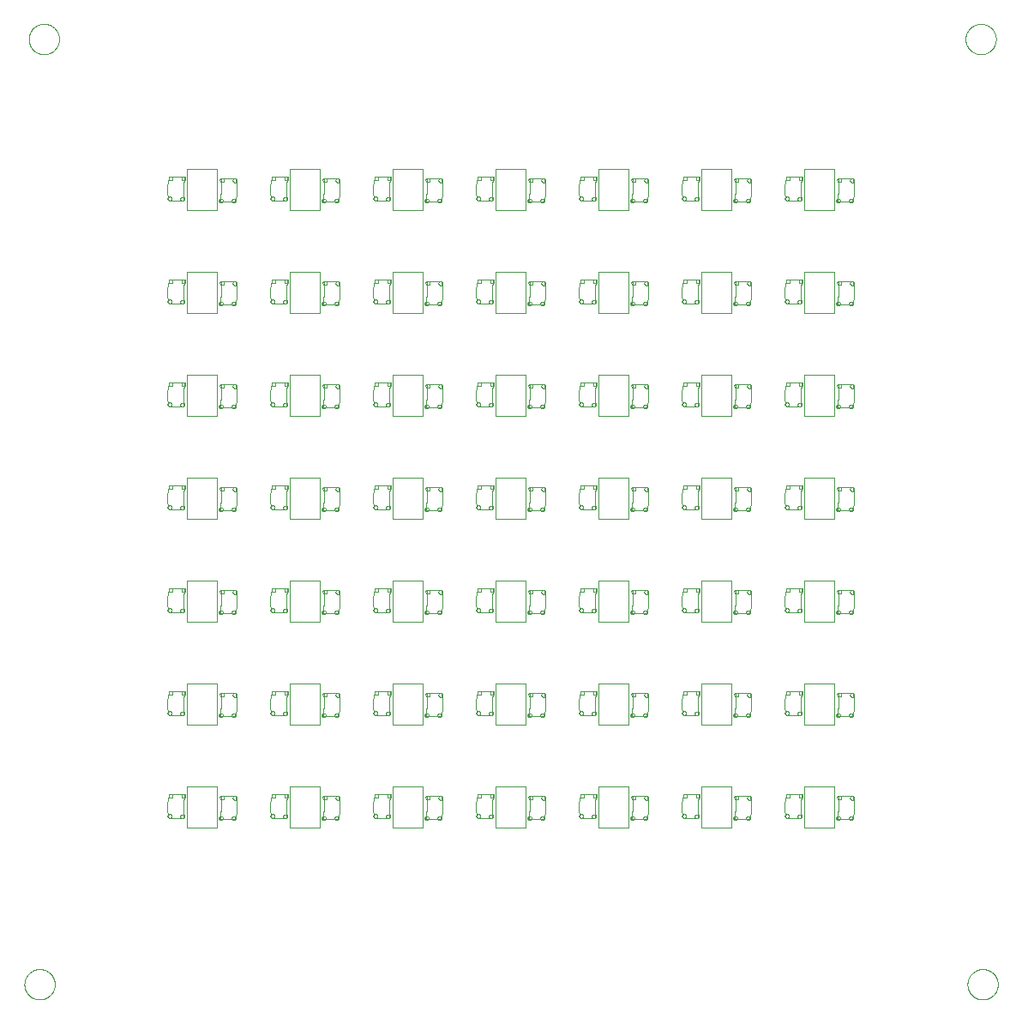
<source format=gtl>
G75*
%MOIN*%
%OFA0B0*%
%FSLAX25Y25*%
%IPPOS*%
%LPD*%
%AMOC8*
5,1,8,0,0,1.08239X$1,22.5*
%
%ADD10C,0.00039*%
D10*
X0054986Y0016618D02*
X0054988Y0016771D01*
X0054994Y0016925D01*
X0055004Y0017078D01*
X0055018Y0017230D01*
X0055036Y0017383D01*
X0055058Y0017534D01*
X0055083Y0017685D01*
X0055113Y0017836D01*
X0055147Y0017986D01*
X0055184Y0018134D01*
X0055225Y0018282D01*
X0055270Y0018428D01*
X0055319Y0018574D01*
X0055372Y0018718D01*
X0055428Y0018860D01*
X0055488Y0019001D01*
X0055552Y0019141D01*
X0055619Y0019279D01*
X0055690Y0019415D01*
X0055765Y0019549D01*
X0055842Y0019681D01*
X0055924Y0019811D01*
X0056008Y0019939D01*
X0056096Y0020065D01*
X0056187Y0020188D01*
X0056281Y0020309D01*
X0056379Y0020427D01*
X0056479Y0020543D01*
X0056583Y0020656D01*
X0056689Y0020767D01*
X0056798Y0020875D01*
X0056910Y0020980D01*
X0057024Y0021081D01*
X0057142Y0021180D01*
X0057261Y0021276D01*
X0057383Y0021369D01*
X0057508Y0021458D01*
X0057635Y0021545D01*
X0057764Y0021627D01*
X0057895Y0021707D01*
X0058028Y0021783D01*
X0058163Y0021856D01*
X0058300Y0021925D01*
X0058439Y0021990D01*
X0058579Y0022052D01*
X0058721Y0022110D01*
X0058864Y0022165D01*
X0059009Y0022216D01*
X0059155Y0022263D01*
X0059302Y0022306D01*
X0059450Y0022345D01*
X0059599Y0022381D01*
X0059749Y0022412D01*
X0059900Y0022440D01*
X0060051Y0022464D01*
X0060204Y0022484D01*
X0060356Y0022500D01*
X0060509Y0022512D01*
X0060662Y0022520D01*
X0060815Y0022524D01*
X0060969Y0022524D01*
X0061122Y0022520D01*
X0061275Y0022512D01*
X0061428Y0022500D01*
X0061580Y0022484D01*
X0061733Y0022464D01*
X0061884Y0022440D01*
X0062035Y0022412D01*
X0062185Y0022381D01*
X0062334Y0022345D01*
X0062482Y0022306D01*
X0062629Y0022263D01*
X0062775Y0022216D01*
X0062920Y0022165D01*
X0063063Y0022110D01*
X0063205Y0022052D01*
X0063345Y0021990D01*
X0063484Y0021925D01*
X0063621Y0021856D01*
X0063756Y0021783D01*
X0063889Y0021707D01*
X0064020Y0021627D01*
X0064149Y0021545D01*
X0064276Y0021458D01*
X0064401Y0021369D01*
X0064523Y0021276D01*
X0064642Y0021180D01*
X0064760Y0021081D01*
X0064874Y0020980D01*
X0064986Y0020875D01*
X0065095Y0020767D01*
X0065201Y0020656D01*
X0065305Y0020543D01*
X0065405Y0020427D01*
X0065503Y0020309D01*
X0065597Y0020188D01*
X0065688Y0020065D01*
X0065776Y0019939D01*
X0065860Y0019811D01*
X0065942Y0019681D01*
X0066019Y0019549D01*
X0066094Y0019415D01*
X0066165Y0019279D01*
X0066232Y0019141D01*
X0066296Y0019001D01*
X0066356Y0018860D01*
X0066412Y0018718D01*
X0066465Y0018574D01*
X0066514Y0018428D01*
X0066559Y0018282D01*
X0066600Y0018134D01*
X0066637Y0017986D01*
X0066671Y0017836D01*
X0066701Y0017685D01*
X0066726Y0017534D01*
X0066748Y0017383D01*
X0066766Y0017230D01*
X0066780Y0017078D01*
X0066790Y0016925D01*
X0066796Y0016771D01*
X0066798Y0016618D01*
X0066796Y0016465D01*
X0066790Y0016311D01*
X0066780Y0016158D01*
X0066766Y0016006D01*
X0066748Y0015853D01*
X0066726Y0015702D01*
X0066701Y0015551D01*
X0066671Y0015400D01*
X0066637Y0015250D01*
X0066600Y0015102D01*
X0066559Y0014954D01*
X0066514Y0014808D01*
X0066465Y0014662D01*
X0066412Y0014518D01*
X0066356Y0014376D01*
X0066296Y0014235D01*
X0066232Y0014095D01*
X0066165Y0013957D01*
X0066094Y0013821D01*
X0066019Y0013687D01*
X0065942Y0013555D01*
X0065860Y0013425D01*
X0065776Y0013297D01*
X0065688Y0013171D01*
X0065597Y0013048D01*
X0065503Y0012927D01*
X0065405Y0012809D01*
X0065305Y0012693D01*
X0065201Y0012580D01*
X0065095Y0012469D01*
X0064986Y0012361D01*
X0064874Y0012256D01*
X0064760Y0012155D01*
X0064642Y0012056D01*
X0064523Y0011960D01*
X0064401Y0011867D01*
X0064276Y0011778D01*
X0064149Y0011691D01*
X0064020Y0011609D01*
X0063889Y0011529D01*
X0063756Y0011453D01*
X0063621Y0011380D01*
X0063484Y0011311D01*
X0063345Y0011246D01*
X0063205Y0011184D01*
X0063063Y0011126D01*
X0062920Y0011071D01*
X0062775Y0011020D01*
X0062629Y0010973D01*
X0062482Y0010930D01*
X0062334Y0010891D01*
X0062185Y0010855D01*
X0062035Y0010824D01*
X0061884Y0010796D01*
X0061733Y0010772D01*
X0061580Y0010752D01*
X0061428Y0010736D01*
X0061275Y0010724D01*
X0061122Y0010716D01*
X0060969Y0010712D01*
X0060815Y0010712D01*
X0060662Y0010716D01*
X0060509Y0010724D01*
X0060356Y0010736D01*
X0060204Y0010752D01*
X0060051Y0010772D01*
X0059900Y0010796D01*
X0059749Y0010824D01*
X0059599Y0010855D01*
X0059450Y0010891D01*
X0059302Y0010930D01*
X0059155Y0010973D01*
X0059009Y0011020D01*
X0058864Y0011071D01*
X0058721Y0011126D01*
X0058579Y0011184D01*
X0058439Y0011246D01*
X0058300Y0011311D01*
X0058163Y0011380D01*
X0058028Y0011453D01*
X0057895Y0011529D01*
X0057764Y0011609D01*
X0057635Y0011691D01*
X0057508Y0011778D01*
X0057383Y0011867D01*
X0057261Y0011960D01*
X0057142Y0012056D01*
X0057024Y0012155D01*
X0056910Y0012256D01*
X0056798Y0012361D01*
X0056689Y0012469D01*
X0056583Y0012580D01*
X0056479Y0012693D01*
X0056379Y0012809D01*
X0056281Y0012927D01*
X0056187Y0013048D01*
X0056096Y0013171D01*
X0056008Y0013297D01*
X0055924Y0013425D01*
X0055842Y0013555D01*
X0055765Y0013687D01*
X0055690Y0013821D01*
X0055619Y0013957D01*
X0055552Y0014095D01*
X0055488Y0014235D01*
X0055428Y0014376D01*
X0055372Y0014518D01*
X0055319Y0014662D01*
X0055270Y0014808D01*
X0055225Y0014954D01*
X0055184Y0015102D01*
X0055147Y0015250D01*
X0055113Y0015400D01*
X0055083Y0015551D01*
X0055058Y0015702D01*
X0055036Y0015853D01*
X0055018Y0016006D01*
X0055004Y0016158D01*
X0054994Y0016311D01*
X0054988Y0016465D01*
X0054986Y0016618D01*
X0118274Y0077681D02*
X0129888Y0077681D01*
X0129888Y0093429D01*
X0118274Y0093429D01*
X0118274Y0077681D01*
X0116837Y0081343D02*
X0111168Y0081343D01*
X0110657Y0082012D02*
X0110659Y0082068D01*
X0110665Y0082123D01*
X0110675Y0082177D01*
X0110688Y0082231D01*
X0110706Y0082284D01*
X0110727Y0082335D01*
X0110751Y0082385D01*
X0110779Y0082433D01*
X0110811Y0082479D01*
X0110845Y0082523D01*
X0110883Y0082564D01*
X0110923Y0082602D01*
X0110966Y0082637D01*
X0111011Y0082669D01*
X0111059Y0082698D01*
X0111108Y0082724D01*
X0111159Y0082746D01*
X0111211Y0082764D01*
X0111265Y0082778D01*
X0111320Y0082789D01*
X0111375Y0082796D01*
X0111430Y0082799D01*
X0111486Y0082798D01*
X0111541Y0082793D01*
X0111596Y0082784D01*
X0111650Y0082772D01*
X0111703Y0082755D01*
X0111755Y0082735D01*
X0111805Y0082711D01*
X0111853Y0082684D01*
X0111900Y0082654D01*
X0111944Y0082620D01*
X0111986Y0082583D01*
X0112024Y0082543D01*
X0112061Y0082501D01*
X0112094Y0082456D01*
X0112123Y0082410D01*
X0112150Y0082361D01*
X0112172Y0082310D01*
X0112192Y0082258D01*
X0112207Y0082204D01*
X0112219Y0082150D01*
X0112227Y0082095D01*
X0112231Y0082040D01*
X0112231Y0081984D01*
X0112227Y0081929D01*
X0112219Y0081874D01*
X0112207Y0081820D01*
X0112192Y0081766D01*
X0112172Y0081714D01*
X0112150Y0081663D01*
X0112123Y0081614D01*
X0112094Y0081568D01*
X0112061Y0081523D01*
X0112024Y0081481D01*
X0111986Y0081441D01*
X0111944Y0081404D01*
X0111900Y0081370D01*
X0111853Y0081340D01*
X0111805Y0081313D01*
X0111755Y0081289D01*
X0111703Y0081269D01*
X0111650Y0081252D01*
X0111596Y0081240D01*
X0111541Y0081231D01*
X0111486Y0081226D01*
X0111430Y0081225D01*
X0111375Y0081228D01*
X0111320Y0081235D01*
X0111265Y0081246D01*
X0111211Y0081260D01*
X0111159Y0081278D01*
X0111108Y0081300D01*
X0111059Y0081326D01*
X0111011Y0081355D01*
X0110966Y0081387D01*
X0110923Y0081422D01*
X0110883Y0081460D01*
X0110845Y0081501D01*
X0110811Y0081545D01*
X0110779Y0081591D01*
X0110751Y0081639D01*
X0110727Y0081689D01*
X0110706Y0081740D01*
X0110688Y0081793D01*
X0110675Y0081847D01*
X0110665Y0081901D01*
X0110659Y0081956D01*
X0110657Y0082012D01*
X0115617Y0081894D02*
X0115619Y0081950D01*
X0115625Y0082005D01*
X0115635Y0082059D01*
X0115648Y0082113D01*
X0115666Y0082166D01*
X0115687Y0082217D01*
X0115711Y0082267D01*
X0115739Y0082315D01*
X0115771Y0082361D01*
X0115805Y0082405D01*
X0115843Y0082446D01*
X0115883Y0082484D01*
X0115926Y0082519D01*
X0115971Y0082551D01*
X0116019Y0082580D01*
X0116068Y0082606D01*
X0116119Y0082628D01*
X0116171Y0082646D01*
X0116225Y0082660D01*
X0116280Y0082671D01*
X0116335Y0082678D01*
X0116390Y0082681D01*
X0116446Y0082680D01*
X0116501Y0082675D01*
X0116556Y0082666D01*
X0116610Y0082654D01*
X0116663Y0082637D01*
X0116715Y0082617D01*
X0116765Y0082593D01*
X0116813Y0082566D01*
X0116860Y0082536D01*
X0116904Y0082502D01*
X0116946Y0082465D01*
X0116984Y0082425D01*
X0117021Y0082383D01*
X0117054Y0082338D01*
X0117083Y0082292D01*
X0117110Y0082243D01*
X0117132Y0082192D01*
X0117152Y0082140D01*
X0117167Y0082086D01*
X0117179Y0082032D01*
X0117187Y0081977D01*
X0117191Y0081922D01*
X0117191Y0081866D01*
X0117187Y0081811D01*
X0117179Y0081756D01*
X0117167Y0081702D01*
X0117152Y0081648D01*
X0117132Y0081596D01*
X0117110Y0081545D01*
X0117083Y0081496D01*
X0117054Y0081450D01*
X0117021Y0081405D01*
X0116984Y0081363D01*
X0116946Y0081323D01*
X0116904Y0081286D01*
X0116860Y0081252D01*
X0116813Y0081222D01*
X0116765Y0081195D01*
X0116715Y0081171D01*
X0116663Y0081151D01*
X0116610Y0081134D01*
X0116556Y0081122D01*
X0116501Y0081113D01*
X0116446Y0081108D01*
X0116390Y0081107D01*
X0116335Y0081110D01*
X0116280Y0081117D01*
X0116225Y0081128D01*
X0116171Y0081142D01*
X0116119Y0081160D01*
X0116068Y0081182D01*
X0116019Y0081208D01*
X0115971Y0081237D01*
X0115926Y0081269D01*
X0115883Y0081304D01*
X0115843Y0081342D01*
X0115805Y0081383D01*
X0115771Y0081427D01*
X0115739Y0081473D01*
X0115711Y0081521D01*
X0115687Y0081571D01*
X0115666Y0081622D01*
X0115648Y0081675D01*
X0115635Y0081729D01*
X0115625Y0081783D01*
X0115619Y0081838D01*
X0115617Y0081894D01*
X0136759Y0080712D02*
X0136874Y0081034D01*
X0136981Y0081358D01*
X0137080Y0081685D01*
X0137171Y0082015D01*
X0137254Y0082346D01*
X0137328Y0082679D01*
X0137395Y0083014D01*
X0137454Y0083351D01*
X0137504Y0083689D01*
X0137546Y0084028D01*
X0137580Y0084368D01*
X0137606Y0084708D01*
X0137623Y0085050D01*
X0137632Y0085391D01*
X0137632Y0085733D01*
X0137625Y0086074D01*
X0137608Y0086415D01*
X0137584Y0086756D01*
X0137551Y0087096D01*
X0137511Y0087435D01*
X0137461Y0087773D01*
X0137404Y0088110D01*
X0137338Y0088445D01*
X0137265Y0088779D01*
X0137183Y0089111D01*
X0137093Y0089440D01*
X0136995Y0089767D01*
X0136995Y0089768D02*
X0131325Y0089768D01*
X0130972Y0089217D02*
X0130974Y0089273D01*
X0130980Y0089328D01*
X0130990Y0089382D01*
X0131003Y0089436D01*
X0131021Y0089489D01*
X0131042Y0089540D01*
X0131066Y0089590D01*
X0131094Y0089638D01*
X0131126Y0089684D01*
X0131160Y0089728D01*
X0131198Y0089769D01*
X0131238Y0089807D01*
X0131281Y0089842D01*
X0131326Y0089874D01*
X0131374Y0089903D01*
X0131423Y0089929D01*
X0131474Y0089951D01*
X0131526Y0089969D01*
X0131580Y0089983D01*
X0131635Y0089994D01*
X0131690Y0090001D01*
X0131745Y0090004D01*
X0131801Y0090003D01*
X0131856Y0089998D01*
X0131911Y0089989D01*
X0131965Y0089977D01*
X0132018Y0089960D01*
X0132070Y0089940D01*
X0132120Y0089916D01*
X0132168Y0089889D01*
X0132215Y0089859D01*
X0132259Y0089825D01*
X0132301Y0089788D01*
X0132339Y0089748D01*
X0132376Y0089706D01*
X0132409Y0089661D01*
X0132438Y0089615D01*
X0132465Y0089566D01*
X0132487Y0089515D01*
X0132507Y0089463D01*
X0132522Y0089409D01*
X0132534Y0089355D01*
X0132542Y0089300D01*
X0132546Y0089245D01*
X0132546Y0089189D01*
X0132542Y0089134D01*
X0132534Y0089079D01*
X0132522Y0089025D01*
X0132507Y0088971D01*
X0132487Y0088919D01*
X0132465Y0088868D01*
X0132438Y0088819D01*
X0132409Y0088773D01*
X0132376Y0088728D01*
X0132339Y0088686D01*
X0132301Y0088646D01*
X0132259Y0088609D01*
X0132215Y0088575D01*
X0132168Y0088545D01*
X0132120Y0088518D01*
X0132070Y0088494D01*
X0132018Y0088474D01*
X0131965Y0088457D01*
X0131911Y0088445D01*
X0131856Y0088436D01*
X0131801Y0088431D01*
X0131745Y0088430D01*
X0131690Y0088433D01*
X0131635Y0088440D01*
X0131580Y0088451D01*
X0131526Y0088465D01*
X0131474Y0088483D01*
X0131423Y0088505D01*
X0131374Y0088531D01*
X0131326Y0088560D01*
X0131281Y0088592D01*
X0131238Y0088627D01*
X0131198Y0088665D01*
X0131160Y0088706D01*
X0131126Y0088750D01*
X0131094Y0088796D01*
X0131066Y0088844D01*
X0131042Y0088894D01*
X0131021Y0088945D01*
X0131003Y0088998D01*
X0130990Y0089052D01*
X0130980Y0089106D01*
X0130974Y0089161D01*
X0130972Y0089217D01*
X0135932Y0089098D02*
X0135934Y0089154D01*
X0135940Y0089209D01*
X0135950Y0089263D01*
X0135963Y0089317D01*
X0135981Y0089370D01*
X0136002Y0089421D01*
X0136026Y0089471D01*
X0136054Y0089519D01*
X0136086Y0089565D01*
X0136120Y0089609D01*
X0136158Y0089650D01*
X0136198Y0089688D01*
X0136241Y0089723D01*
X0136286Y0089755D01*
X0136334Y0089784D01*
X0136383Y0089810D01*
X0136434Y0089832D01*
X0136486Y0089850D01*
X0136540Y0089864D01*
X0136595Y0089875D01*
X0136650Y0089882D01*
X0136705Y0089885D01*
X0136761Y0089884D01*
X0136816Y0089879D01*
X0136871Y0089870D01*
X0136925Y0089858D01*
X0136978Y0089841D01*
X0137030Y0089821D01*
X0137080Y0089797D01*
X0137128Y0089770D01*
X0137175Y0089740D01*
X0137219Y0089706D01*
X0137261Y0089669D01*
X0137299Y0089629D01*
X0137336Y0089587D01*
X0137369Y0089542D01*
X0137398Y0089496D01*
X0137425Y0089447D01*
X0137447Y0089396D01*
X0137467Y0089344D01*
X0137482Y0089290D01*
X0137494Y0089236D01*
X0137502Y0089181D01*
X0137506Y0089126D01*
X0137506Y0089070D01*
X0137502Y0089015D01*
X0137494Y0088960D01*
X0137482Y0088906D01*
X0137467Y0088852D01*
X0137447Y0088800D01*
X0137425Y0088749D01*
X0137398Y0088700D01*
X0137369Y0088654D01*
X0137336Y0088609D01*
X0137299Y0088567D01*
X0137261Y0088527D01*
X0137219Y0088490D01*
X0137175Y0088456D01*
X0137128Y0088426D01*
X0137080Y0088399D01*
X0137030Y0088375D01*
X0136978Y0088355D01*
X0136925Y0088338D01*
X0136871Y0088326D01*
X0136816Y0088317D01*
X0136761Y0088312D01*
X0136705Y0088311D01*
X0136650Y0088314D01*
X0136595Y0088321D01*
X0136540Y0088332D01*
X0136486Y0088346D01*
X0136434Y0088364D01*
X0136383Y0088386D01*
X0136334Y0088412D01*
X0136286Y0088441D01*
X0136241Y0088473D01*
X0136198Y0088508D01*
X0136158Y0088546D01*
X0136120Y0088587D01*
X0136086Y0088631D01*
X0136054Y0088677D01*
X0136026Y0088725D01*
X0136002Y0088775D01*
X0135981Y0088826D01*
X0135963Y0088879D01*
X0135950Y0088933D01*
X0135940Y0088987D01*
X0135934Y0089042D01*
X0135932Y0089098D01*
X0171325Y0089768D02*
X0171392Y0089071D01*
X0171441Y0088372D01*
X0171475Y0087673D01*
X0171491Y0086973D01*
X0171491Y0086273D01*
X0171474Y0085573D01*
X0171441Y0084874D01*
X0171391Y0084175D01*
X0171324Y0083479D01*
X0171241Y0082783D01*
X0171141Y0082090D01*
X0171025Y0081400D01*
X0170892Y0080713D01*
X0176759Y0080713D01*
X0175538Y0081224D02*
X0175540Y0081280D01*
X0175546Y0081335D01*
X0175556Y0081389D01*
X0175569Y0081443D01*
X0175587Y0081496D01*
X0175608Y0081547D01*
X0175632Y0081597D01*
X0175660Y0081645D01*
X0175692Y0081691D01*
X0175726Y0081735D01*
X0175764Y0081776D01*
X0175804Y0081814D01*
X0175847Y0081849D01*
X0175892Y0081881D01*
X0175940Y0081910D01*
X0175989Y0081936D01*
X0176040Y0081958D01*
X0176092Y0081976D01*
X0176146Y0081990D01*
X0176201Y0082001D01*
X0176256Y0082008D01*
X0176311Y0082011D01*
X0176367Y0082010D01*
X0176422Y0082005D01*
X0176477Y0081996D01*
X0176531Y0081984D01*
X0176584Y0081967D01*
X0176636Y0081947D01*
X0176686Y0081923D01*
X0176734Y0081896D01*
X0176781Y0081866D01*
X0176825Y0081832D01*
X0176867Y0081795D01*
X0176905Y0081755D01*
X0176942Y0081713D01*
X0176975Y0081668D01*
X0177004Y0081622D01*
X0177031Y0081573D01*
X0177053Y0081522D01*
X0177073Y0081470D01*
X0177088Y0081416D01*
X0177100Y0081362D01*
X0177108Y0081307D01*
X0177112Y0081252D01*
X0177112Y0081196D01*
X0177108Y0081141D01*
X0177100Y0081086D01*
X0177088Y0081032D01*
X0177073Y0080978D01*
X0177053Y0080926D01*
X0177031Y0080875D01*
X0177004Y0080826D01*
X0176975Y0080780D01*
X0176942Y0080735D01*
X0176905Y0080693D01*
X0176867Y0080653D01*
X0176825Y0080616D01*
X0176781Y0080582D01*
X0176734Y0080552D01*
X0176686Y0080525D01*
X0176636Y0080501D01*
X0176584Y0080481D01*
X0176531Y0080464D01*
X0176477Y0080452D01*
X0176422Y0080443D01*
X0176367Y0080438D01*
X0176311Y0080437D01*
X0176256Y0080440D01*
X0176201Y0080447D01*
X0176146Y0080458D01*
X0176092Y0080472D01*
X0176040Y0080490D01*
X0175989Y0080512D01*
X0175940Y0080538D01*
X0175892Y0080567D01*
X0175847Y0080599D01*
X0175804Y0080634D01*
X0175764Y0080672D01*
X0175726Y0080713D01*
X0175692Y0080757D01*
X0175660Y0080803D01*
X0175632Y0080851D01*
X0175608Y0080901D01*
X0175587Y0080952D01*
X0175569Y0081005D01*
X0175556Y0081059D01*
X0175546Y0081113D01*
X0175540Y0081168D01*
X0175538Y0081224D01*
X0170578Y0081224D02*
X0170580Y0081280D01*
X0170586Y0081335D01*
X0170596Y0081389D01*
X0170609Y0081443D01*
X0170627Y0081496D01*
X0170648Y0081547D01*
X0170672Y0081597D01*
X0170700Y0081645D01*
X0170732Y0081691D01*
X0170766Y0081735D01*
X0170804Y0081776D01*
X0170844Y0081814D01*
X0170887Y0081849D01*
X0170932Y0081881D01*
X0170980Y0081910D01*
X0171029Y0081936D01*
X0171080Y0081958D01*
X0171132Y0081976D01*
X0171186Y0081990D01*
X0171241Y0082001D01*
X0171296Y0082008D01*
X0171351Y0082011D01*
X0171407Y0082010D01*
X0171462Y0082005D01*
X0171517Y0081996D01*
X0171571Y0081984D01*
X0171624Y0081967D01*
X0171676Y0081947D01*
X0171726Y0081923D01*
X0171774Y0081896D01*
X0171821Y0081866D01*
X0171865Y0081832D01*
X0171907Y0081795D01*
X0171945Y0081755D01*
X0171982Y0081713D01*
X0172015Y0081668D01*
X0172044Y0081622D01*
X0172071Y0081573D01*
X0172093Y0081522D01*
X0172113Y0081470D01*
X0172128Y0081416D01*
X0172140Y0081362D01*
X0172148Y0081307D01*
X0172152Y0081252D01*
X0172152Y0081196D01*
X0172148Y0081141D01*
X0172140Y0081086D01*
X0172128Y0081032D01*
X0172113Y0080978D01*
X0172093Y0080926D01*
X0172071Y0080875D01*
X0172044Y0080826D01*
X0172015Y0080780D01*
X0171982Y0080735D01*
X0171945Y0080693D01*
X0171907Y0080653D01*
X0171865Y0080616D01*
X0171821Y0080582D01*
X0171774Y0080552D01*
X0171726Y0080525D01*
X0171676Y0080501D01*
X0171624Y0080481D01*
X0171571Y0080464D01*
X0171517Y0080452D01*
X0171462Y0080443D01*
X0171407Y0080438D01*
X0171351Y0080437D01*
X0171296Y0080440D01*
X0171241Y0080447D01*
X0171186Y0080458D01*
X0171132Y0080472D01*
X0171080Y0080490D01*
X0171029Y0080512D01*
X0170980Y0080538D01*
X0170932Y0080567D01*
X0170887Y0080599D01*
X0170844Y0080634D01*
X0170804Y0080672D01*
X0170766Y0080713D01*
X0170732Y0080757D01*
X0170700Y0080803D01*
X0170672Y0080851D01*
X0170648Y0080901D01*
X0170627Y0080952D01*
X0170609Y0081005D01*
X0170596Y0081059D01*
X0170586Y0081113D01*
X0170580Y0081168D01*
X0170578Y0081224D01*
X0169888Y0077681D02*
X0169888Y0093429D01*
X0158274Y0093429D01*
X0158274Y0077681D01*
X0169888Y0077681D01*
X0151168Y0081343D02*
X0151070Y0081670D01*
X0150980Y0081999D01*
X0150898Y0082331D01*
X0150825Y0082665D01*
X0150759Y0083000D01*
X0150702Y0083337D01*
X0150652Y0083675D01*
X0150612Y0084014D01*
X0150579Y0084354D01*
X0150555Y0084695D01*
X0150538Y0085036D01*
X0150531Y0085377D01*
X0150531Y0085719D01*
X0150540Y0086060D01*
X0150557Y0086402D01*
X0150583Y0086742D01*
X0150617Y0087082D01*
X0150659Y0087421D01*
X0150709Y0087759D01*
X0150768Y0088096D01*
X0150835Y0088431D01*
X0150909Y0088764D01*
X0150992Y0089095D01*
X0151083Y0089425D01*
X0151182Y0089752D01*
X0151289Y0090076D01*
X0151404Y0090398D01*
X0157270Y0090398D01*
X0156011Y0089886D02*
X0156013Y0089942D01*
X0156019Y0089997D01*
X0156029Y0090051D01*
X0156042Y0090105D01*
X0156060Y0090158D01*
X0156081Y0090209D01*
X0156105Y0090259D01*
X0156133Y0090307D01*
X0156165Y0090353D01*
X0156199Y0090397D01*
X0156237Y0090438D01*
X0156277Y0090476D01*
X0156320Y0090511D01*
X0156365Y0090543D01*
X0156413Y0090572D01*
X0156462Y0090598D01*
X0156513Y0090620D01*
X0156565Y0090638D01*
X0156619Y0090652D01*
X0156674Y0090663D01*
X0156729Y0090670D01*
X0156784Y0090673D01*
X0156840Y0090672D01*
X0156895Y0090667D01*
X0156950Y0090658D01*
X0157004Y0090646D01*
X0157057Y0090629D01*
X0157109Y0090609D01*
X0157159Y0090585D01*
X0157207Y0090558D01*
X0157254Y0090528D01*
X0157298Y0090494D01*
X0157340Y0090457D01*
X0157378Y0090417D01*
X0157415Y0090375D01*
X0157448Y0090330D01*
X0157477Y0090284D01*
X0157504Y0090235D01*
X0157526Y0090184D01*
X0157546Y0090132D01*
X0157561Y0090078D01*
X0157573Y0090024D01*
X0157581Y0089969D01*
X0157585Y0089914D01*
X0157585Y0089858D01*
X0157581Y0089803D01*
X0157573Y0089748D01*
X0157561Y0089694D01*
X0157546Y0089640D01*
X0157526Y0089588D01*
X0157504Y0089537D01*
X0157477Y0089488D01*
X0157448Y0089442D01*
X0157415Y0089397D01*
X0157378Y0089355D01*
X0157340Y0089315D01*
X0157298Y0089278D01*
X0157254Y0089244D01*
X0157207Y0089214D01*
X0157159Y0089187D01*
X0157109Y0089163D01*
X0157057Y0089143D01*
X0157004Y0089126D01*
X0156950Y0089114D01*
X0156895Y0089105D01*
X0156840Y0089100D01*
X0156784Y0089099D01*
X0156729Y0089102D01*
X0156674Y0089109D01*
X0156619Y0089120D01*
X0156565Y0089134D01*
X0156513Y0089152D01*
X0156462Y0089174D01*
X0156413Y0089200D01*
X0156365Y0089229D01*
X0156320Y0089261D01*
X0156277Y0089296D01*
X0156237Y0089334D01*
X0156199Y0089375D01*
X0156165Y0089419D01*
X0156133Y0089465D01*
X0156105Y0089513D01*
X0156081Y0089563D01*
X0156060Y0089614D01*
X0156042Y0089667D01*
X0156029Y0089721D01*
X0156019Y0089775D01*
X0156013Y0089830D01*
X0156011Y0089886D01*
X0151050Y0089886D02*
X0151052Y0089942D01*
X0151058Y0089997D01*
X0151068Y0090051D01*
X0151081Y0090105D01*
X0151099Y0090158D01*
X0151120Y0090209D01*
X0151144Y0090259D01*
X0151172Y0090307D01*
X0151204Y0090353D01*
X0151238Y0090397D01*
X0151276Y0090438D01*
X0151316Y0090476D01*
X0151359Y0090511D01*
X0151404Y0090543D01*
X0151452Y0090572D01*
X0151501Y0090598D01*
X0151552Y0090620D01*
X0151604Y0090638D01*
X0151658Y0090652D01*
X0151713Y0090663D01*
X0151768Y0090670D01*
X0151823Y0090673D01*
X0151879Y0090672D01*
X0151934Y0090667D01*
X0151989Y0090658D01*
X0152043Y0090646D01*
X0152096Y0090629D01*
X0152148Y0090609D01*
X0152198Y0090585D01*
X0152246Y0090558D01*
X0152293Y0090528D01*
X0152337Y0090494D01*
X0152379Y0090457D01*
X0152417Y0090417D01*
X0152454Y0090375D01*
X0152487Y0090330D01*
X0152516Y0090284D01*
X0152543Y0090235D01*
X0152565Y0090184D01*
X0152585Y0090132D01*
X0152600Y0090078D01*
X0152612Y0090024D01*
X0152620Y0089969D01*
X0152624Y0089914D01*
X0152624Y0089858D01*
X0152620Y0089803D01*
X0152612Y0089748D01*
X0152600Y0089694D01*
X0152585Y0089640D01*
X0152565Y0089588D01*
X0152543Y0089537D01*
X0152516Y0089488D01*
X0152487Y0089442D01*
X0152454Y0089397D01*
X0152417Y0089355D01*
X0152379Y0089315D01*
X0152337Y0089278D01*
X0152293Y0089244D01*
X0152246Y0089214D01*
X0152198Y0089187D01*
X0152148Y0089163D01*
X0152096Y0089143D01*
X0152043Y0089126D01*
X0151989Y0089114D01*
X0151934Y0089105D01*
X0151879Y0089100D01*
X0151823Y0089099D01*
X0151768Y0089102D01*
X0151713Y0089109D01*
X0151658Y0089120D01*
X0151604Y0089134D01*
X0151552Y0089152D01*
X0151501Y0089174D01*
X0151452Y0089200D01*
X0151404Y0089229D01*
X0151359Y0089261D01*
X0151316Y0089296D01*
X0151276Y0089334D01*
X0151238Y0089375D01*
X0151204Y0089419D01*
X0151172Y0089465D01*
X0151144Y0089513D01*
X0151120Y0089563D01*
X0151099Y0089614D01*
X0151081Y0089667D01*
X0151068Y0089721D01*
X0151058Y0089775D01*
X0151052Y0089830D01*
X0151050Y0089886D01*
X0117271Y0090397D02*
X0117138Y0089710D01*
X0117022Y0089020D01*
X0116922Y0088327D01*
X0116839Y0087631D01*
X0116772Y0086935D01*
X0116722Y0086236D01*
X0116689Y0085537D01*
X0116672Y0084837D01*
X0116672Y0084137D01*
X0116688Y0083437D01*
X0116722Y0082738D01*
X0116771Y0082039D01*
X0116838Y0081342D01*
X0116011Y0089886D02*
X0116013Y0089942D01*
X0116019Y0089997D01*
X0116029Y0090051D01*
X0116042Y0090105D01*
X0116060Y0090158D01*
X0116081Y0090209D01*
X0116105Y0090259D01*
X0116133Y0090307D01*
X0116165Y0090353D01*
X0116199Y0090397D01*
X0116237Y0090438D01*
X0116277Y0090476D01*
X0116320Y0090511D01*
X0116365Y0090543D01*
X0116413Y0090572D01*
X0116462Y0090598D01*
X0116513Y0090620D01*
X0116565Y0090638D01*
X0116619Y0090652D01*
X0116674Y0090663D01*
X0116729Y0090670D01*
X0116784Y0090673D01*
X0116840Y0090672D01*
X0116895Y0090667D01*
X0116950Y0090658D01*
X0117004Y0090646D01*
X0117057Y0090629D01*
X0117109Y0090609D01*
X0117159Y0090585D01*
X0117207Y0090558D01*
X0117254Y0090528D01*
X0117298Y0090494D01*
X0117340Y0090457D01*
X0117378Y0090417D01*
X0117415Y0090375D01*
X0117448Y0090330D01*
X0117477Y0090284D01*
X0117504Y0090235D01*
X0117526Y0090184D01*
X0117546Y0090132D01*
X0117561Y0090078D01*
X0117573Y0090024D01*
X0117581Y0089969D01*
X0117585Y0089914D01*
X0117585Y0089858D01*
X0117581Y0089803D01*
X0117573Y0089748D01*
X0117561Y0089694D01*
X0117546Y0089640D01*
X0117526Y0089588D01*
X0117504Y0089537D01*
X0117477Y0089488D01*
X0117448Y0089442D01*
X0117415Y0089397D01*
X0117378Y0089355D01*
X0117340Y0089315D01*
X0117298Y0089278D01*
X0117254Y0089244D01*
X0117207Y0089214D01*
X0117159Y0089187D01*
X0117109Y0089163D01*
X0117057Y0089143D01*
X0117004Y0089126D01*
X0116950Y0089114D01*
X0116895Y0089105D01*
X0116840Y0089100D01*
X0116784Y0089099D01*
X0116729Y0089102D01*
X0116674Y0089109D01*
X0116619Y0089120D01*
X0116565Y0089134D01*
X0116513Y0089152D01*
X0116462Y0089174D01*
X0116413Y0089200D01*
X0116365Y0089229D01*
X0116320Y0089261D01*
X0116277Y0089296D01*
X0116237Y0089334D01*
X0116199Y0089375D01*
X0116165Y0089419D01*
X0116133Y0089465D01*
X0116105Y0089513D01*
X0116081Y0089563D01*
X0116060Y0089614D01*
X0116042Y0089667D01*
X0116029Y0089721D01*
X0116019Y0089775D01*
X0116013Y0089830D01*
X0116011Y0089886D01*
X0117270Y0090398D02*
X0111404Y0090398D01*
X0111050Y0089886D02*
X0111052Y0089942D01*
X0111058Y0089997D01*
X0111068Y0090051D01*
X0111081Y0090105D01*
X0111099Y0090158D01*
X0111120Y0090209D01*
X0111144Y0090259D01*
X0111172Y0090307D01*
X0111204Y0090353D01*
X0111238Y0090397D01*
X0111276Y0090438D01*
X0111316Y0090476D01*
X0111359Y0090511D01*
X0111404Y0090543D01*
X0111452Y0090572D01*
X0111501Y0090598D01*
X0111552Y0090620D01*
X0111604Y0090638D01*
X0111658Y0090652D01*
X0111713Y0090663D01*
X0111768Y0090670D01*
X0111823Y0090673D01*
X0111879Y0090672D01*
X0111934Y0090667D01*
X0111989Y0090658D01*
X0112043Y0090646D01*
X0112096Y0090629D01*
X0112148Y0090609D01*
X0112198Y0090585D01*
X0112246Y0090558D01*
X0112293Y0090528D01*
X0112337Y0090494D01*
X0112379Y0090457D01*
X0112417Y0090417D01*
X0112454Y0090375D01*
X0112487Y0090330D01*
X0112516Y0090284D01*
X0112543Y0090235D01*
X0112565Y0090184D01*
X0112585Y0090132D01*
X0112600Y0090078D01*
X0112612Y0090024D01*
X0112620Y0089969D01*
X0112624Y0089914D01*
X0112624Y0089858D01*
X0112620Y0089803D01*
X0112612Y0089748D01*
X0112600Y0089694D01*
X0112585Y0089640D01*
X0112565Y0089588D01*
X0112543Y0089537D01*
X0112516Y0089488D01*
X0112487Y0089442D01*
X0112454Y0089397D01*
X0112417Y0089355D01*
X0112379Y0089315D01*
X0112337Y0089278D01*
X0112293Y0089244D01*
X0112246Y0089214D01*
X0112198Y0089187D01*
X0112148Y0089163D01*
X0112096Y0089143D01*
X0112043Y0089126D01*
X0111989Y0089114D01*
X0111934Y0089105D01*
X0111879Y0089100D01*
X0111823Y0089099D01*
X0111768Y0089102D01*
X0111713Y0089109D01*
X0111658Y0089120D01*
X0111604Y0089134D01*
X0111552Y0089152D01*
X0111501Y0089174D01*
X0111452Y0089200D01*
X0111404Y0089229D01*
X0111359Y0089261D01*
X0111316Y0089296D01*
X0111276Y0089334D01*
X0111238Y0089375D01*
X0111204Y0089419D01*
X0111172Y0089465D01*
X0111144Y0089513D01*
X0111120Y0089563D01*
X0111099Y0089614D01*
X0111081Y0089667D01*
X0111068Y0089721D01*
X0111058Y0089775D01*
X0111052Y0089830D01*
X0111050Y0089886D01*
X0131325Y0089768D02*
X0131392Y0089071D01*
X0131441Y0088372D01*
X0131475Y0087673D01*
X0131491Y0086973D01*
X0131491Y0086273D01*
X0131474Y0085573D01*
X0131441Y0084874D01*
X0131391Y0084175D01*
X0131324Y0083479D01*
X0131241Y0082783D01*
X0131141Y0082090D01*
X0131025Y0081400D01*
X0130892Y0080713D01*
X0136759Y0080713D01*
X0135538Y0081224D02*
X0135540Y0081280D01*
X0135546Y0081335D01*
X0135556Y0081389D01*
X0135569Y0081443D01*
X0135587Y0081496D01*
X0135608Y0081547D01*
X0135632Y0081597D01*
X0135660Y0081645D01*
X0135692Y0081691D01*
X0135726Y0081735D01*
X0135764Y0081776D01*
X0135804Y0081814D01*
X0135847Y0081849D01*
X0135892Y0081881D01*
X0135940Y0081910D01*
X0135989Y0081936D01*
X0136040Y0081958D01*
X0136092Y0081976D01*
X0136146Y0081990D01*
X0136201Y0082001D01*
X0136256Y0082008D01*
X0136311Y0082011D01*
X0136367Y0082010D01*
X0136422Y0082005D01*
X0136477Y0081996D01*
X0136531Y0081984D01*
X0136584Y0081967D01*
X0136636Y0081947D01*
X0136686Y0081923D01*
X0136734Y0081896D01*
X0136781Y0081866D01*
X0136825Y0081832D01*
X0136867Y0081795D01*
X0136905Y0081755D01*
X0136942Y0081713D01*
X0136975Y0081668D01*
X0137004Y0081622D01*
X0137031Y0081573D01*
X0137053Y0081522D01*
X0137073Y0081470D01*
X0137088Y0081416D01*
X0137100Y0081362D01*
X0137108Y0081307D01*
X0137112Y0081252D01*
X0137112Y0081196D01*
X0137108Y0081141D01*
X0137100Y0081086D01*
X0137088Y0081032D01*
X0137073Y0080978D01*
X0137053Y0080926D01*
X0137031Y0080875D01*
X0137004Y0080826D01*
X0136975Y0080780D01*
X0136942Y0080735D01*
X0136905Y0080693D01*
X0136867Y0080653D01*
X0136825Y0080616D01*
X0136781Y0080582D01*
X0136734Y0080552D01*
X0136686Y0080525D01*
X0136636Y0080501D01*
X0136584Y0080481D01*
X0136531Y0080464D01*
X0136477Y0080452D01*
X0136422Y0080443D01*
X0136367Y0080438D01*
X0136311Y0080437D01*
X0136256Y0080440D01*
X0136201Y0080447D01*
X0136146Y0080458D01*
X0136092Y0080472D01*
X0136040Y0080490D01*
X0135989Y0080512D01*
X0135940Y0080538D01*
X0135892Y0080567D01*
X0135847Y0080599D01*
X0135804Y0080634D01*
X0135764Y0080672D01*
X0135726Y0080713D01*
X0135692Y0080757D01*
X0135660Y0080803D01*
X0135632Y0080851D01*
X0135608Y0080901D01*
X0135587Y0080952D01*
X0135569Y0081005D01*
X0135556Y0081059D01*
X0135546Y0081113D01*
X0135540Y0081168D01*
X0135538Y0081224D01*
X0130578Y0081224D02*
X0130580Y0081280D01*
X0130586Y0081335D01*
X0130596Y0081389D01*
X0130609Y0081443D01*
X0130627Y0081496D01*
X0130648Y0081547D01*
X0130672Y0081597D01*
X0130700Y0081645D01*
X0130732Y0081691D01*
X0130766Y0081735D01*
X0130804Y0081776D01*
X0130844Y0081814D01*
X0130887Y0081849D01*
X0130932Y0081881D01*
X0130980Y0081910D01*
X0131029Y0081936D01*
X0131080Y0081958D01*
X0131132Y0081976D01*
X0131186Y0081990D01*
X0131241Y0082001D01*
X0131296Y0082008D01*
X0131351Y0082011D01*
X0131407Y0082010D01*
X0131462Y0082005D01*
X0131517Y0081996D01*
X0131571Y0081984D01*
X0131624Y0081967D01*
X0131676Y0081947D01*
X0131726Y0081923D01*
X0131774Y0081896D01*
X0131821Y0081866D01*
X0131865Y0081832D01*
X0131907Y0081795D01*
X0131945Y0081755D01*
X0131982Y0081713D01*
X0132015Y0081668D01*
X0132044Y0081622D01*
X0132071Y0081573D01*
X0132093Y0081522D01*
X0132113Y0081470D01*
X0132128Y0081416D01*
X0132140Y0081362D01*
X0132148Y0081307D01*
X0132152Y0081252D01*
X0132152Y0081196D01*
X0132148Y0081141D01*
X0132140Y0081086D01*
X0132128Y0081032D01*
X0132113Y0080978D01*
X0132093Y0080926D01*
X0132071Y0080875D01*
X0132044Y0080826D01*
X0132015Y0080780D01*
X0131982Y0080735D01*
X0131945Y0080693D01*
X0131907Y0080653D01*
X0131865Y0080616D01*
X0131821Y0080582D01*
X0131774Y0080552D01*
X0131726Y0080525D01*
X0131676Y0080501D01*
X0131624Y0080481D01*
X0131571Y0080464D01*
X0131517Y0080452D01*
X0131462Y0080443D01*
X0131407Y0080438D01*
X0131351Y0080437D01*
X0131296Y0080440D01*
X0131241Y0080447D01*
X0131186Y0080458D01*
X0131132Y0080472D01*
X0131080Y0080490D01*
X0131029Y0080512D01*
X0130980Y0080538D01*
X0130932Y0080567D01*
X0130887Y0080599D01*
X0130844Y0080634D01*
X0130804Y0080672D01*
X0130766Y0080713D01*
X0130732Y0080757D01*
X0130700Y0080803D01*
X0130672Y0080851D01*
X0130648Y0080901D01*
X0130627Y0080952D01*
X0130609Y0081005D01*
X0130596Y0081059D01*
X0130586Y0081113D01*
X0130580Y0081168D01*
X0130578Y0081224D01*
X0111168Y0081343D02*
X0111070Y0081670D01*
X0110980Y0081999D01*
X0110898Y0082331D01*
X0110825Y0082665D01*
X0110759Y0083000D01*
X0110702Y0083337D01*
X0110652Y0083675D01*
X0110612Y0084014D01*
X0110579Y0084354D01*
X0110555Y0084695D01*
X0110538Y0085036D01*
X0110531Y0085377D01*
X0110531Y0085719D01*
X0110540Y0086060D01*
X0110557Y0086402D01*
X0110583Y0086742D01*
X0110617Y0087082D01*
X0110659Y0087421D01*
X0110709Y0087759D01*
X0110768Y0088096D01*
X0110835Y0088431D01*
X0110909Y0088764D01*
X0110992Y0089095D01*
X0111083Y0089425D01*
X0111182Y0089752D01*
X0111289Y0090076D01*
X0111404Y0090398D01*
X0118274Y0117681D02*
X0129888Y0117681D01*
X0129888Y0133429D01*
X0118274Y0133429D01*
X0118274Y0117681D01*
X0116837Y0121343D02*
X0111168Y0121343D01*
X0110657Y0122012D02*
X0110659Y0122068D01*
X0110665Y0122123D01*
X0110675Y0122177D01*
X0110688Y0122231D01*
X0110706Y0122284D01*
X0110727Y0122335D01*
X0110751Y0122385D01*
X0110779Y0122433D01*
X0110811Y0122479D01*
X0110845Y0122523D01*
X0110883Y0122564D01*
X0110923Y0122602D01*
X0110966Y0122637D01*
X0111011Y0122669D01*
X0111059Y0122698D01*
X0111108Y0122724D01*
X0111159Y0122746D01*
X0111211Y0122764D01*
X0111265Y0122778D01*
X0111320Y0122789D01*
X0111375Y0122796D01*
X0111430Y0122799D01*
X0111486Y0122798D01*
X0111541Y0122793D01*
X0111596Y0122784D01*
X0111650Y0122772D01*
X0111703Y0122755D01*
X0111755Y0122735D01*
X0111805Y0122711D01*
X0111853Y0122684D01*
X0111900Y0122654D01*
X0111944Y0122620D01*
X0111986Y0122583D01*
X0112024Y0122543D01*
X0112061Y0122501D01*
X0112094Y0122456D01*
X0112123Y0122410D01*
X0112150Y0122361D01*
X0112172Y0122310D01*
X0112192Y0122258D01*
X0112207Y0122204D01*
X0112219Y0122150D01*
X0112227Y0122095D01*
X0112231Y0122040D01*
X0112231Y0121984D01*
X0112227Y0121929D01*
X0112219Y0121874D01*
X0112207Y0121820D01*
X0112192Y0121766D01*
X0112172Y0121714D01*
X0112150Y0121663D01*
X0112123Y0121614D01*
X0112094Y0121568D01*
X0112061Y0121523D01*
X0112024Y0121481D01*
X0111986Y0121441D01*
X0111944Y0121404D01*
X0111900Y0121370D01*
X0111853Y0121340D01*
X0111805Y0121313D01*
X0111755Y0121289D01*
X0111703Y0121269D01*
X0111650Y0121252D01*
X0111596Y0121240D01*
X0111541Y0121231D01*
X0111486Y0121226D01*
X0111430Y0121225D01*
X0111375Y0121228D01*
X0111320Y0121235D01*
X0111265Y0121246D01*
X0111211Y0121260D01*
X0111159Y0121278D01*
X0111108Y0121300D01*
X0111059Y0121326D01*
X0111011Y0121355D01*
X0110966Y0121387D01*
X0110923Y0121422D01*
X0110883Y0121460D01*
X0110845Y0121501D01*
X0110811Y0121545D01*
X0110779Y0121591D01*
X0110751Y0121639D01*
X0110727Y0121689D01*
X0110706Y0121740D01*
X0110688Y0121793D01*
X0110675Y0121847D01*
X0110665Y0121901D01*
X0110659Y0121956D01*
X0110657Y0122012D01*
X0115617Y0121894D02*
X0115619Y0121950D01*
X0115625Y0122005D01*
X0115635Y0122059D01*
X0115648Y0122113D01*
X0115666Y0122166D01*
X0115687Y0122217D01*
X0115711Y0122267D01*
X0115739Y0122315D01*
X0115771Y0122361D01*
X0115805Y0122405D01*
X0115843Y0122446D01*
X0115883Y0122484D01*
X0115926Y0122519D01*
X0115971Y0122551D01*
X0116019Y0122580D01*
X0116068Y0122606D01*
X0116119Y0122628D01*
X0116171Y0122646D01*
X0116225Y0122660D01*
X0116280Y0122671D01*
X0116335Y0122678D01*
X0116390Y0122681D01*
X0116446Y0122680D01*
X0116501Y0122675D01*
X0116556Y0122666D01*
X0116610Y0122654D01*
X0116663Y0122637D01*
X0116715Y0122617D01*
X0116765Y0122593D01*
X0116813Y0122566D01*
X0116860Y0122536D01*
X0116904Y0122502D01*
X0116946Y0122465D01*
X0116984Y0122425D01*
X0117021Y0122383D01*
X0117054Y0122338D01*
X0117083Y0122292D01*
X0117110Y0122243D01*
X0117132Y0122192D01*
X0117152Y0122140D01*
X0117167Y0122086D01*
X0117179Y0122032D01*
X0117187Y0121977D01*
X0117191Y0121922D01*
X0117191Y0121866D01*
X0117187Y0121811D01*
X0117179Y0121756D01*
X0117167Y0121702D01*
X0117152Y0121648D01*
X0117132Y0121596D01*
X0117110Y0121545D01*
X0117083Y0121496D01*
X0117054Y0121450D01*
X0117021Y0121405D01*
X0116984Y0121363D01*
X0116946Y0121323D01*
X0116904Y0121286D01*
X0116860Y0121252D01*
X0116813Y0121222D01*
X0116765Y0121195D01*
X0116715Y0121171D01*
X0116663Y0121151D01*
X0116610Y0121134D01*
X0116556Y0121122D01*
X0116501Y0121113D01*
X0116446Y0121108D01*
X0116390Y0121107D01*
X0116335Y0121110D01*
X0116280Y0121117D01*
X0116225Y0121128D01*
X0116171Y0121142D01*
X0116119Y0121160D01*
X0116068Y0121182D01*
X0116019Y0121208D01*
X0115971Y0121237D01*
X0115926Y0121269D01*
X0115883Y0121304D01*
X0115843Y0121342D01*
X0115805Y0121383D01*
X0115771Y0121427D01*
X0115739Y0121473D01*
X0115711Y0121521D01*
X0115687Y0121571D01*
X0115666Y0121622D01*
X0115648Y0121675D01*
X0115635Y0121729D01*
X0115625Y0121783D01*
X0115619Y0121838D01*
X0115617Y0121894D01*
X0136759Y0120712D02*
X0136874Y0121034D01*
X0136981Y0121358D01*
X0137080Y0121685D01*
X0137171Y0122015D01*
X0137254Y0122346D01*
X0137328Y0122679D01*
X0137395Y0123014D01*
X0137454Y0123351D01*
X0137504Y0123689D01*
X0137546Y0124028D01*
X0137580Y0124368D01*
X0137606Y0124708D01*
X0137623Y0125050D01*
X0137632Y0125391D01*
X0137632Y0125733D01*
X0137625Y0126074D01*
X0137608Y0126415D01*
X0137584Y0126756D01*
X0137551Y0127096D01*
X0137511Y0127435D01*
X0137461Y0127773D01*
X0137404Y0128110D01*
X0137338Y0128445D01*
X0137265Y0128779D01*
X0137183Y0129111D01*
X0137093Y0129440D01*
X0136995Y0129767D01*
X0136995Y0129768D02*
X0131325Y0129768D01*
X0130972Y0129217D02*
X0130974Y0129273D01*
X0130980Y0129328D01*
X0130990Y0129382D01*
X0131003Y0129436D01*
X0131021Y0129489D01*
X0131042Y0129540D01*
X0131066Y0129590D01*
X0131094Y0129638D01*
X0131126Y0129684D01*
X0131160Y0129728D01*
X0131198Y0129769D01*
X0131238Y0129807D01*
X0131281Y0129842D01*
X0131326Y0129874D01*
X0131374Y0129903D01*
X0131423Y0129929D01*
X0131474Y0129951D01*
X0131526Y0129969D01*
X0131580Y0129983D01*
X0131635Y0129994D01*
X0131690Y0130001D01*
X0131745Y0130004D01*
X0131801Y0130003D01*
X0131856Y0129998D01*
X0131911Y0129989D01*
X0131965Y0129977D01*
X0132018Y0129960D01*
X0132070Y0129940D01*
X0132120Y0129916D01*
X0132168Y0129889D01*
X0132215Y0129859D01*
X0132259Y0129825D01*
X0132301Y0129788D01*
X0132339Y0129748D01*
X0132376Y0129706D01*
X0132409Y0129661D01*
X0132438Y0129615D01*
X0132465Y0129566D01*
X0132487Y0129515D01*
X0132507Y0129463D01*
X0132522Y0129409D01*
X0132534Y0129355D01*
X0132542Y0129300D01*
X0132546Y0129245D01*
X0132546Y0129189D01*
X0132542Y0129134D01*
X0132534Y0129079D01*
X0132522Y0129025D01*
X0132507Y0128971D01*
X0132487Y0128919D01*
X0132465Y0128868D01*
X0132438Y0128819D01*
X0132409Y0128773D01*
X0132376Y0128728D01*
X0132339Y0128686D01*
X0132301Y0128646D01*
X0132259Y0128609D01*
X0132215Y0128575D01*
X0132168Y0128545D01*
X0132120Y0128518D01*
X0132070Y0128494D01*
X0132018Y0128474D01*
X0131965Y0128457D01*
X0131911Y0128445D01*
X0131856Y0128436D01*
X0131801Y0128431D01*
X0131745Y0128430D01*
X0131690Y0128433D01*
X0131635Y0128440D01*
X0131580Y0128451D01*
X0131526Y0128465D01*
X0131474Y0128483D01*
X0131423Y0128505D01*
X0131374Y0128531D01*
X0131326Y0128560D01*
X0131281Y0128592D01*
X0131238Y0128627D01*
X0131198Y0128665D01*
X0131160Y0128706D01*
X0131126Y0128750D01*
X0131094Y0128796D01*
X0131066Y0128844D01*
X0131042Y0128894D01*
X0131021Y0128945D01*
X0131003Y0128998D01*
X0130990Y0129052D01*
X0130980Y0129106D01*
X0130974Y0129161D01*
X0130972Y0129217D01*
X0135932Y0129098D02*
X0135934Y0129154D01*
X0135940Y0129209D01*
X0135950Y0129263D01*
X0135963Y0129317D01*
X0135981Y0129370D01*
X0136002Y0129421D01*
X0136026Y0129471D01*
X0136054Y0129519D01*
X0136086Y0129565D01*
X0136120Y0129609D01*
X0136158Y0129650D01*
X0136198Y0129688D01*
X0136241Y0129723D01*
X0136286Y0129755D01*
X0136334Y0129784D01*
X0136383Y0129810D01*
X0136434Y0129832D01*
X0136486Y0129850D01*
X0136540Y0129864D01*
X0136595Y0129875D01*
X0136650Y0129882D01*
X0136705Y0129885D01*
X0136761Y0129884D01*
X0136816Y0129879D01*
X0136871Y0129870D01*
X0136925Y0129858D01*
X0136978Y0129841D01*
X0137030Y0129821D01*
X0137080Y0129797D01*
X0137128Y0129770D01*
X0137175Y0129740D01*
X0137219Y0129706D01*
X0137261Y0129669D01*
X0137299Y0129629D01*
X0137336Y0129587D01*
X0137369Y0129542D01*
X0137398Y0129496D01*
X0137425Y0129447D01*
X0137447Y0129396D01*
X0137467Y0129344D01*
X0137482Y0129290D01*
X0137494Y0129236D01*
X0137502Y0129181D01*
X0137506Y0129126D01*
X0137506Y0129070D01*
X0137502Y0129015D01*
X0137494Y0128960D01*
X0137482Y0128906D01*
X0137467Y0128852D01*
X0137447Y0128800D01*
X0137425Y0128749D01*
X0137398Y0128700D01*
X0137369Y0128654D01*
X0137336Y0128609D01*
X0137299Y0128567D01*
X0137261Y0128527D01*
X0137219Y0128490D01*
X0137175Y0128456D01*
X0137128Y0128426D01*
X0137080Y0128399D01*
X0137030Y0128375D01*
X0136978Y0128355D01*
X0136925Y0128338D01*
X0136871Y0128326D01*
X0136816Y0128317D01*
X0136761Y0128312D01*
X0136705Y0128311D01*
X0136650Y0128314D01*
X0136595Y0128321D01*
X0136540Y0128332D01*
X0136486Y0128346D01*
X0136434Y0128364D01*
X0136383Y0128386D01*
X0136334Y0128412D01*
X0136286Y0128441D01*
X0136241Y0128473D01*
X0136198Y0128508D01*
X0136158Y0128546D01*
X0136120Y0128587D01*
X0136086Y0128631D01*
X0136054Y0128677D01*
X0136026Y0128725D01*
X0136002Y0128775D01*
X0135981Y0128826D01*
X0135963Y0128879D01*
X0135950Y0128933D01*
X0135940Y0128987D01*
X0135934Y0129042D01*
X0135932Y0129098D01*
X0171325Y0129768D02*
X0171392Y0129071D01*
X0171441Y0128372D01*
X0171475Y0127673D01*
X0171491Y0126973D01*
X0171491Y0126273D01*
X0171474Y0125573D01*
X0171441Y0124874D01*
X0171391Y0124175D01*
X0171324Y0123479D01*
X0171241Y0122783D01*
X0171141Y0122090D01*
X0171025Y0121400D01*
X0170892Y0120713D01*
X0176759Y0120713D01*
X0175538Y0121224D02*
X0175540Y0121280D01*
X0175546Y0121335D01*
X0175556Y0121389D01*
X0175569Y0121443D01*
X0175587Y0121496D01*
X0175608Y0121547D01*
X0175632Y0121597D01*
X0175660Y0121645D01*
X0175692Y0121691D01*
X0175726Y0121735D01*
X0175764Y0121776D01*
X0175804Y0121814D01*
X0175847Y0121849D01*
X0175892Y0121881D01*
X0175940Y0121910D01*
X0175989Y0121936D01*
X0176040Y0121958D01*
X0176092Y0121976D01*
X0176146Y0121990D01*
X0176201Y0122001D01*
X0176256Y0122008D01*
X0176311Y0122011D01*
X0176367Y0122010D01*
X0176422Y0122005D01*
X0176477Y0121996D01*
X0176531Y0121984D01*
X0176584Y0121967D01*
X0176636Y0121947D01*
X0176686Y0121923D01*
X0176734Y0121896D01*
X0176781Y0121866D01*
X0176825Y0121832D01*
X0176867Y0121795D01*
X0176905Y0121755D01*
X0176942Y0121713D01*
X0176975Y0121668D01*
X0177004Y0121622D01*
X0177031Y0121573D01*
X0177053Y0121522D01*
X0177073Y0121470D01*
X0177088Y0121416D01*
X0177100Y0121362D01*
X0177108Y0121307D01*
X0177112Y0121252D01*
X0177112Y0121196D01*
X0177108Y0121141D01*
X0177100Y0121086D01*
X0177088Y0121032D01*
X0177073Y0120978D01*
X0177053Y0120926D01*
X0177031Y0120875D01*
X0177004Y0120826D01*
X0176975Y0120780D01*
X0176942Y0120735D01*
X0176905Y0120693D01*
X0176867Y0120653D01*
X0176825Y0120616D01*
X0176781Y0120582D01*
X0176734Y0120552D01*
X0176686Y0120525D01*
X0176636Y0120501D01*
X0176584Y0120481D01*
X0176531Y0120464D01*
X0176477Y0120452D01*
X0176422Y0120443D01*
X0176367Y0120438D01*
X0176311Y0120437D01*
X0176256Y0120440D01*
X0176201Y0120447D01*
X0176146Y0120458D01*
X0176092Y0120472D01*
X0176040Y0120490D01*
X0175989Y0120512D01*
X0175940Y0120538D01*
X0175892Y0120567D01*
X0175847Y0120599D01*
X0175804Y0120634D01*
X0175764Y0120672D01*
X0175726Y0120713D01*
X0175692Y0120757D01*
X0175660Y0120803D01*
X0175632Y0120851D01*
X0175608Y0120901D01*
X0175587Y0120952D01*
X0175569Y0121005D01*
X0175556Y0121059D01*
X0175546Y0121113D01*
X0175540Y0121168D01*
X0175538Y0121224D01*
X0170578Y0121224D02*
X0170580Y0121280D01*
X0170586Y0121335D01*
X0170596Y0121389D01*
X0170609Y0121443D01*
X0170627Y0121496D01*
X0170648Y0121547D01*
X0170672Y0121597D01*
X0170700Y0121645D01*
X0170732Y0121691D01*
X0170766Y0121735D01*
X0170804Y0121776D01*
X0170844Y0121814D01*
X0170887Y0121849D01*
X0170932Y0121881D01*
X0170980Y0121910D01*
X0171029Y0121936D01*
X0171080Y0121958D01*
X0171132Y0121976D01*
X0171186Y0121990D01*
X0171241Y0122001D01*
X0171296Y0122008D01*
X0171351Y0122011D01*
X0171407Y0122010D01*
X0171462Y0122005D01*
X0171517Y0121996D01*
X0171571Y0121984D01*
X0171624Y0121967D01*
X0171676Y0121947D01*
X0171726Y0121923D01*
X0171774Y0121896D01*
X0171821Y0121866D01*
X0171865Y0121832D01*
X0171907Y0121795D01*
X0171945Y0121755D01*
X0171982Y0121713D01*
X0172015Y0121668D01*
X0172044Y0121622D01*
X0172071Y0121573D01*
X0172093Y0121522D01*
X0172113Y0121470D01*
X0172128Y0121416D01*
X0172140Y0121362D01*
X0172148Y0121307D01*
X0172152Y0121252D01*
X0172152Y0121196D01*
X0172148Y0121141D01*
X0172140Y0121086D01*
X0172128Y0121032D01*
X0172113Y0120978D01*
X0172093Y0120926D01*
X0172071Y0120875D01*
X0172044Y0120826D01*
X0172015Y0120780D01*
X0171982Y0120735D01*
X0171945Y0120693D01*
X0171907Y0120653D01*
X0171865Y0120616D01*
X0171821Y0120582D01*
X0171774Y0120552D01*
X0171726Y0120525D01*
X0171676Y0120501D01*
X0171624Y0120481D01*
X0171571Y0120464D01*
X0171517Y0120452D01*
X0171462Y0120443D01*
X0171407Y0120438D01*
X0171351Y0120437D01*
X0171296Y0120440D01*
X0171241Y0120447D01*
X0171186Y0120458D01*
X0171132Y0120472D01*
X0171080Y0120490D01*
X0171029Y0120512D01*
X0170980Y0120538D01*
X0170932Y0120567D01*
X0170887Y0120599D01*
X0170844Y0120634D01*
X0170804Y0120672D01*
X0170766Y0120713D01*
X0170732Y0120757D01*
X0170700Y0120803D01*
X0170672Y0120851D01*
X0170648Y0120901D01*
X0170627Y0120952D01*
X0170609Y0121005D01*
X0170596Y0121059D01*
X0170586Y0121113D01*
X0170580Y0121168D01*
X0170578Y0121224D01*
X0169888Y0117681D02*
X0169888Y0133429D01*
X0158274Y0133429D01*
X0158274Y0117681D01*
X0169888Y0117681D01*
X0151168Y0121343D02*
X0151070Y0121670D01*
X0150980Y0121999D01*
X0150898Y0122331D01*
X0150825Y0122665D01*
X0150759Y0123000D01*
X0150702Y0123337D01*
X0150652Y0123675D01*
X0150612Y0124014D01*
X0150579Y0124354D01*
X0150555Y0124695D01*
X0150538Y0125036D01*
X0150531Y0125377D01*
X0150531Y0125719D01*
X0150540Y0126060D01*
X0150557Y0126402D01*
X0150583Y0126742D01*
X0150617Y0127082D01*
X0150659Y0127421D01*
X0150709Y0127759D01*
X0150768Y0128096D01*
X0150835Y0128431D01*
X0150909Y0128764D01*
X0150992Y0129095D01*
X0151083Y0129425D01*
X0151182Y0129752D01*
X0151289Y0130076D01*
X0151404Y0130398D01*
X0157270Y0130398D01*
X0156011Y0129886D02*
X0156013Y0129942D01*
X0156019Y0129997D01*
X0156029Y0130051D01*
X0156042Y0130105D01*
X0156060Y0130158D01*
X0156081Y0130209D01*
X0156105Y0130259D01*
X0156133Y0130307D01*
X0156165Y0130353D01*
X0156199Y0130397D01*
X0156237Y0130438D01*
X0156277Y0130476D01*
X0156320Y0130511D01*
X0156365Y0130543D01*
X0156413Y0130572D01*
X0156462Y0130598D01*
X0156513Y0130620D01*
X0156565Y0130638D01*
X0156619Y0130652D01*
X0156674Y0130663D01*
X0156729Y0130670D01*
X0156784Y0130673D01*
X0156840Y0130672D01*
X0156895Y0130667D01*
X0156950Y0130658D01*
X0157004Y0130646D01*
X0157057Y0130629D01*
X0157109Y0130609D01*
X0157159Y0130585D01*
X0157207Y0130558D01*
X0157254Y0130528D01*
X0157298Y0130494D01*
X0157340Y0130457D01*
X0157378Y0130417D01*
X0157415Y0130375D01*
X0157448Y0130330D01*
X0157477Y0130284D01*
X0157504Y0130235D01*
X0157526Y0130184D01*
X0157546Y0130132D01*
X0157561Y0130078D01*
X0157573Y0130024D01*
X0157581Y0129969D01*
X0157585Y0129914D01*
X0157585Y0129858D01*
X0157581Y0129803D01*
X0157573Y0129748D01*
X0157561Y0129694D01*
X0157546Y0129640D01*
X0157526Y0129588D01*
X0157504Y0129537D01*
X0157477Y0129488D01*
X0157448Y0129442D01*
X0157415Y0129397D01*
X0157378Y0129355D01*
X0157340Y0129315D01*
X0157298Y0129278D01*
X0157254Y0129244D01*
X0157207Y0129214D01*
X0157159Y0129187D01*
X0157109Y0129163D01*
X0157057Y0129143D01*
X0157004Y0129126D01*
X0156950Y0129114D01*
X0156895Y0129105D01*
X0156840Y0129100D01*
X0156784Y0129099D01*
X0156729Y0129102D01*
X0156674Y0129109D01*
X0156619Y0129120D01*
X0156565Y0129134D01*
X0156513Y0129152D01*
X0156462Y0129174D01*
X0156413Y0129200D01*
X0156365Y0129229D01*
X0156320Y0129261D01*
X0156277Y0129296D01*
X0156237Y0129334D01*
X0156199Y0129375D01*
X0156165Y0129419D01*
X0156133Y0129465D01*
X0156105Y0129513D01*
X0156081Y0129563D01*
X0156060Y0129614D01*
X0156042Y0129667D01*
X0156029Y0129721D01*
X0156019Y0129775D01*
X0156013Y0129830D01*
X0156011Y0129886D01*
X0151050Y0129886D02*
X0151052Y0129942D01*
X0151058Y0129997D01*
X0151068Y0130051D01*
X0151081Y0130105D01*
X0151099Y0130158D01*
X0151120Y0130209D01*
X0151144Y0130259D01*
X0151172Y0130307D01*
X0151204Y0130353D01*
X0151238Y0130397D01*
X0151276Y0130438D01*
X0151316Y0130476D01*
X0151359Y0130511D01*
X0151404Y0130543D01*
X0151452Y0130572D01*
X0151501Y0130598D01*
X0151552Y0130620D01*
X0151604Y0130638D01*
X0151658Y0130652D01*
X0151713Y0130663D01*
X0151768Y0130670D01*
X0151823Y0130673D01*
X0151879Y0130672D01*
X0151934Y0130667D01*
X0151989Y0130658D01*
X0152043Y0130646D01*
X0152096Y0130629D01*
X0152148Y0130609D01*
X0152198Y0130585D01*
X0152246Y0130558D01*
X0152293Y0130528D01*
X0152337Y0130494D01*
X0152379Y0130457D01*
X0152417Y0130417D01*
X0152454Y0130375D01*
X0152487Y0130330D01*
X0152516Y0130284D01*
X0152543Y0130235D01*
X0152565Y0130184D01*
X0152585Y0130132D01*
X0152600Y0130078D01*
X0152612Y0130024D01*
X0152620Y0129969D01*
X0152624Y0129914D01*
X0152624Y0129858D01*
X0152620Y0129803D01*
X0152612Y0129748D01*
X0152600Y0129694D01*
X0152585Y0129640D01*
X0152565Y0129588D01*
X0152543Y0129537D01*
X0152516Y0129488D01*
X0152487Y0129442D01*
X0152454Y0129397D01*
X0152417Y0129355D01*
X0152379Y0129315D01*
X0152337Y0129278D01*
X0152293Y0129244D01*
X0152246Y0129214D01*
X0152198Y0129187D01*
X0152148Y0129163D01*
X0152096Y0129143D01*
X0152043Y0129126D01*
X0151989Y0129114D01*
X0151934Y0129105D01*
X0151879Y0129100D01*
X0151823Y0129099D01*
X0151768Y0129102D01*
X0151713Y0129109D01*
X0151658Y0129120D01*
X0151604Y0129134D01*
X0151552Y0129152D01*
X0151501Y0129174D01*
X0151452Y0129200D01*
X0151404Y0129229D01*
X0151359Y0129261D01*
X0151316Y0129296D01*
X0151276Y0129334D01*
X0151238Y0129375D01*
X0151204Y0129419D01*
X0151172Y0129465D01*
X0151144Y0129513D01*
X0151120Y0129563D01*
X0151099Y0129614D01*
X0151081Y0129667D01*
X0151068Y0129721D01*
X0151058Y0129775D01*
X0151052Y0129830D01*
X0151050Y0129886D01*
X0117271Y0130397D02*
X0117138Y0129710D01*
X0117022Y0129020D01*
X0116922Y0128327D01*
X0116839Y0127631D01*
X0116772Y0126935D01*
X0116722Y0126236D01*
X0116689Y0125537D01*
X0116672Y0124837D01*
X0116672Y0124137D01*
X0116688Y0123437D01*
X0116722Y0122738D01*
X0116771Y0122039D01*
X0116838Y0121342D01*
X0116011Y0129886D02*
X0116013Y0129942D01*
X0116019Y0129997D01*
X0116029Y0130051D01*
X0116042Y0130105D01*
X0116060Y0130158D01*
X0116081Y0130209D01*
X0116105Y0130259D01*
X0116133Y0130307D01*
X0116165Y0130353D01*
X0116199Y0130397D01*
X0116237Y0130438D01*
X0116277Y0130476D01*
X0116320Y0130511D01*
X0116365Y0130543D01*
X0116413Y0130572D01*
X0116462Y0130598D01*
X0116513Y0130620D01*
X0116565Y0130638D01*
X0116619Y0130652D01*
X0116674Y0130663D01*
X0116729Y0130670D01*
X0116784Y0130673D01*
X0116840Y0130672D01*
X0116895Y0130667D01*
X0116950Y0130658D01*
X0117004Y0130646D01*
X0117057Y0130629D01*
X0117109Y0130609D01*
X0117159Y0130585D01*
X0117207Y0130558D01*
X0117254Y0130528D01*
X0117298Y0130494D01*
X0117340Y0130457D01*
X0117378Y0130417D01*
X0117415Y0130375D01*
X0117448Y0130330D01*
X0117477Y0130284D01*
X0117504Y0130235D01*
X0117526Y0130184D01*
X0117546Y0130132D01*
X0117561Y0130078D01*
X0117573Y0130024D01*
X0117581Y0129969D01*
X0117585Y0129914D01*
X0117585Y0129858D01*
X0117581Y0129803D01*
X0117573Y0129748D01*
X0117561Y0129694D01*
X0117546Y0129640D01*
X0117526Y0129588D01*
X0117504Y0129537D01*
X0117477Y0129488D01*
X0117448Y0129442D01*
X0117415Y0129397D01*
X0117378Y0129355D01*
X0117340Y0129315D01*
X0117298Y0129278D01*
X0117254Y0129244D01*
X0117207Y0129214D01*
X0117159Y0129187D01*
X0117109Y0129163D01*
X0117057Y0129143D01*
X0117004Y0129126D01*
X0116950Y0129114D01*
X0116895Y0129105D01*
X0116840Y0129100D01*
X0116784Y0129099D01*
X0116729Y0129102D01*
X0116674Y0129109D01*
X0116619Y0129120D01*
X0116565Y0129134D01*
X0116513Y0129152D01*
X0116462Y0129174D01*
X0116413Y0129200D01*
X0116365Y0129229D01*
X0116320Y0129261D01*
X0116277Y0129296D01*
X0116237Y0129334D01*
X0116199Y0129375D01*
X0116165Y0129419D01*
X0116133Y0129465D01*
X0116105Y0129513D01*
X0116081Y0129563D01*
X0116060Y0129614D01*
X0116042Y0129667D01*
X0116029Y0129721D01*
X0116019Y0129775D01*
X0116013Y0129830D01*
X0116011Y0129886D01*
X0117270Y0130398D02*
X0111404Y0130398D01*
X0111050Y0129886D02*
X0111052Y0129942D01*
X0111058Y0129997D01*
X0111068Y0130051D01*
X0111081Y0130105D01*
X0111099Y0130158D01*
X0111120Y0130209D01*
X0111144Y0130259D01*
X0111172Y0130307D01*
X0111204Y0130353D01*
X0111238Y0130397D01*
X0111276Y0130438D01*
X0111316Y0130476D01*
X0111359Y0130511D01*
X0111404Y0130543D01*
X0111452Y0130572D01*
X0111501Y0130598D01*
X0111552Y0130620D01*
X0111604Y0130638D01*
X0111658Y0130652D01*
X0111713Y0130663D01*
X0111768Y0130670D01*
X0111823Y0130673D01*
X0111879Y0130672D01*
X0111934Y0130667D01*
X0111989Y0130658D01*
X0112043Y0130646D01*
X0112096Y0130629D01*
X0112148Y0130609D01*
X0112198Y0130585D01*
X0112246Y0130558D01*
X0112293Y0130528D01*
X0112337Y0130494D01*
X0112379Y0130457D01*
X0112417Y0130417D01*
X0112454Y0130375D01*
X0112487Y0130330D01*
X0112516Y0130284D01*
X0112543Y0130235D01*
X0112565Y0130184D01*
X0112585Y0130132D01*
X0112600Y0130078D01*
X0112612Y0130024D01*
X0112620Y0129969D01*
X0112624Y0129914D01*
X0112624Y0129858D01*
X0112620Y0129803D01*
X0112612Y0129748D01*
X0112600Y0129694D01*
X0112585Y0129640D01*
X0112565Y0129588D01*
X0112543Y0129537D01*
X0112516Y0129488D01*
X0112487Y0129442D01*
X0112454Y0129397D01*
X0112417Y0129355D01*
X0112379Y0129315D01*
X0112337Y0129278D01*
X0112293Y0129244D01*
X0112246Y0129214D01*
X0112198Y0129187D01*
X0112148Y0129163D01*
X0112096Y0129143D01*
X0112043Y0129126D01*
X0111989Y0129114D01*
X0111934Y0129105D01*
X0111879Y0129100D01*
X0111823Y0129099D01*
X0111768Y0129102D01*
X0111713Y0129109D01*
X0111658Y0129120D01*
X0111604Y0129134D01*
X0111552Y0129152D01*
X0111501Y0129174D01*
X0111452Y0129200D01*
X0111404Y0129229D01*
X0111359Y0129261D01*
X0111316Y0129296D01*
X0111276Y0129334D01*
X0111238Y0129375D01*
X0111204Y0129419D01*
X0111172Y0129465D01*
X0111144Y0129513D01*
X0111120Y0129563D01*
X0111099Y0129614D01*
X0111081Y0129667D01*
X0111068Y0129721D01*
X0111058Y0129775D01*
X0111052Y0129830D01*
X0111050Y0129886D01*
X0131325Y0129768D02*
X0131392Y0129071D01*
X0131441Y0128372D01*
X0131475Y0127673D01*
X0131491Y0126973D01*
X0131491Y0126273D01*
X0131474Y0125573D01*
X0131441Y0124874D01*
X0131391Y0124175D01*
X0131324Y0123479D01*
X0131241Y0122783D01*
X0131141Y0122090D01*
X0131025Y0121400D01*
X0130892Y0120713D01*
X0136759Y0120713D01*
X0135538Y0121224D02*
X0135540Y0121280D01*
X0135546Y0121335D01*
X0135556Y0121389D01*
X0135569Y0121443D01*
X0135587Y0121496D01*
X0135608Y0121547D01*
X0135632Y0121597D01*
X0135660Y0121645D01*
X0135692Y0121691D01*
X0135726Y0121735D01*
X0135764Y0121776D01*
X0135804Y0121814D01*
X0135847Y0121849D01*
X0135892Y0121881D01*
X0135940Y0121910D01*
X0135989Y0121936D01*
X0136040Y0121958D01*
X0136092Y0121976D01*
X0136146Y0121990D01*
X0136201Y0122001D01*
X0136256Y0122008D01*
X0136311Y0122011D01*
X0136367Y0122010D01*
X0136422Y0122005D01*
X0136477Y0121996D01*
X0136531Y0121984D01*
X0136584Y0121967D01*
X0136636Y0121947D01*
X0136686Y0121923D01*
X0136734Y0121896D01*
X0136781Y0121866D01*
X0136825Y0121832D01*
X0136867Y0121795D01*
X0136905Y0121755D01*
X0136942Y0121713D01*
X0136975Y0121668D01*
X0137004Y0121622D01*
X0137031Y0121573D01*
X0137053Y0121522D01*
X0137073Y0121470D01*
X0137088Y0121416D01*
X0137100Y0121362D01*
X0137108Y0121307D01*
X0137112Y0121252D01*
X0137112Y0121196D01*
X0137108Y0121141D01*
X0137100Y0121086D01*
X0137088Y0121032D01*
X0137073Y0120978D01*
X0137053Y0120926D01*
X0137031Y0120875D01*
X0137004Y0120826D01*
X0136975Y0120780D01*
X0136942Y0120735D01*
X0136905Y0120693D01*
X0136867Y0120653D01*
X0136825Y0120616D01*
X0136781Y0120582D01*
X0136734Y0120552D01*
X0136686Y0120525D01*
X0136636Y0120501D01*
X0136584Y0120481D01*
X0136531Y0120464D01*
X0136477Y0120452D01*
X0136422Y0120443D01*
X0136367Y0120438D01*
X0136311Y0120437D01*
X0136256Y0120440D01*
X0136201Y0120447D01*
X0136146Y0120458D01*
X0136092Y0120472D01*
X0136040Y0120490D01*
X0135989Y0120512D01*
X0135940Y0120538D01*
X0135892Y0120567D01*
X0135847Y0120599D01*
X0135804Y0120634D01*
X0135764Y0120672D01*
X0135726Y0120713D01*
X0135692Y0120757D01*
X0135660Y0120803D01*
X0135632Y0120851D01*
X0135608Y0120901D01*
X0135587Y0120952D01*
X0135569Y0121005D01*
X0135556Y0121059D01*
X0135546Y0121113D01*
X0135540Y0121168D01*
X0135538Y0121224D01*
X0130578Y0121224D02*
X0130580Y0121280D01*
X0130586Y0121335D01*
X0130596Y0121389D01*
X0130609Y0121443D01*
X0130627Y0121496D01*
X0130648Y0121547D01*
X0130672Y0121597D01*
X0130700Y0121645D01*
X0130732Y0121691D01*
X0130766Y0121735D01*
X0130804Y0121776D01*
X0130844Y0121814D01*
X0130887Y0121849D01*
X0130932Y0121881D01*
X0130980Y0121910D01*
X0131029Y0121936D01*
X0131080Y0121958D01*
X0131132Y0121976D01*
X0131186Y0121990D01*
X0131241Y0122001D01*
X0131296Y0122008D01*
X0131351Y0122011D01*
X0131407Y0122010D01*
X0131462Y0122005D01*
X0131517Y0121996D01*
X0131571Y0121984D01*
X0131624Y0121967D01*
X0131676Y0121947D01*
X0131726Y0121923D01*
X0131774Y0121896D01*
X0131821Y0121866D01*
X0131865Y0121832D01*
X0131907Y0121795D01*
X0131945Y0121755D01*
X0131982Y0121713D01*
X0132015Y0121668D01*
X0132044Y0121622D01*
X0132071Y0121573D01*
X0132093Y0121522D01*
X0132113Y0121470D01*
X0132128Y0121416D01*
X0132140Y0121362D01*
X0132148Y0121307D01*
X0132152Y0121252D01*
X0132152Y0121196D01*
X0132148Y0121141D01*
X0132140Y0121086D01*
X0132128Y0121032D01*
X0132113Y0120978D01*
X0132093Y0120926D01*
X0132071Y0120875D01*
X0132044Y0120826D01*
X0132015Y0120780D01*
X0131982Y0120735D01*
X0131945Y0120693D01*
X0131907Y0120653D01*
X0131865Y0120616D01*
X0131821Y0120582D01*
X0131774Y0120552D01*
X0131726Y0120525D01*
X0131676Y0120501D01*
X0131624Y0120481D01*
X0131571Y0120464D01*
X0131517Y0120452D01*
X0131462Y0120443D01*
X0131407Y0120438D01*
X0131351Y0120437D01*
X0131296Y0120440D01*
X0131241Y0120447D01*
X0131186Y0120458D01*
X0131132Y0120472D01*
X0131080Y0120490D01*
X0131029Y0120512D01*
X0130980Y0120538D01*
X0130932Y0120567D01*
X0130887Y0120599D01*
X0130844Y0120634D01*
X0130804Y0120672D01*
X0130766Y0120713D01*
X0130732Y0120757D01*
X0130700Y0120803D01*
X0130672Y0120851D01*
X0130648Y0120901D01*
X0130627Y0120952D01*
X0130609Y0121005D01*
X0130596Y0121059D01*
X0130586Y0121113D01*
X0130580Y0121168D01*
X0130578Y0121224D01*
X0111168Y0121343D02*
X0111070Y0121670D01*
X0110980Y0121999D01*
X0110898Y0122331D01*
X0110825Y0122665D01*
X0110759Y0123000D01*
X0110702Y0123337D01*
X0110652Y0123675D01*
X0110612Y0124014D01*
X0110579Y0124354D01*
X0110555Y0124695D01*
X0110538Y0125036D01*
X0110531Y0125377D01*
X0110531Y0125719D01*
X0110540Y0126060D01*
X0110557Y0126402D01*
X0110583Y0126742D01*
X0110617Y0127082D01*
X0110659Y0127421D01*
X0110709Y0127759D01*
X0110768Y0128096D01*
X0110835Y0128431D01*
X0110909Y0128764D01*
X0110992Y0129095D01*
X0111083Y0129425D01*
X0111182Y0129752D01*
X0111289Y0130076D01*
X0111404Y0130398D01*
X0118274Y0157681D02*
X0129888Y0157681D01*
X0129888Y0173429D01*
X0118274Y0173429D01*
X0118274Y0157681D01*
X0116837Y0161343D02*
X0111168Y0161343D01*
X0110657Y0162012D02*
X0110659Y0162068D01*
X0110665Y0162123D01*
X0110675Y0162177D01*
X0110688Y0162231D01*
X0110706Y0162284D01*
X0110727Y0162335D01*
X0110751Y0162385D01*
X0110779Y0162433D01*
X0110811Y0162479D01*
X0110845Y0162523D01*
X0110883Y0162564D01*
X0110923Y0162602D01*
X0110966Y0162637D01*
X0111011Y0162669D01*
X0111059Y0162698D01*
X0111108Y0162724D01*
X0111159Y0162746D01*
X0111211Y0162764D01*
X0111265Y0162778D01*
X0111320Y0162789D01*
X0111375Y0162796D01*
X0111430Y0162799D01*
X0111486Y0162798D01*
X0111541Y0162793D01*
X0111596Y0162784D01*
X0111650Y0162772D01*
X0111703Y0162755D01*
X0111755Y0162735D01*
X0111805Y0162711D01*
X0111853Y0162684D01*
X0111900Y0162654D01*
X0111944Y0162620D01*
X0111986Y0162583D01*
X0112024Y0162543D01*
X0112061Y0162501D01*
X0112094Y0162456D01*
X0112123Y0162410D01*
X0112150Y0162361D01*
X0112172Y0162310D01*
X0112192Y0162258D01*
X0112207Y0162204D01*
X0112219Y0162150D01*
X0112227Y0162095D01*
X0112231Y0162040D01*
X0112231Y0161984D01*
X0112227Y0161929D01*
X0112219Y0161874D01*
X0112207Y0161820D01*
X0112192Y0161766D01*
X0112172Y0161714D01*
X0112150Y0161663D01*
X0112123Y0161614D01*
X0112094Y0161568D01*
X0112061Y0161523D01*
X0112024Y0161481D01*
X0111986Y0161441D01*
X0111944Y0161404D01*
X0111900Y0161370D01*
X0111853Y0161340D01*
X0111805Y0161313D01*
X0111755Y0161289D01*
X0111703Y0161269D01*
X0111650Y0161252D01*
X0111596Y0161240D01*
X0111541Y0161231D01*
X0111486Y0161226D01*
X0111430Y0161225D01*
X0111375Y0161228D01*
X0111320Y0161235D01*
X0111265Y0161246D01*
X0111211Y0161260D01*
X0111159Y0161278D01*
X0111108Y0161300D01*
X0111059Y0161326D01*
X0111011Y0161355D01*
X0110966Y0161387D01*
X0110923Y0161422D01*
X0110883Y0161460D01*
X0110845Y0161501D01*
X0110811Y0161545D01*
X0110779Y0161591D01*
X0110751Y0161639D01*
X0110727Y0161689D01*
X0110706Y0161740D01*
X0110688Y0161793D01*
X0110675Y0161847D01*
X0110665Y0161901D01*
X0110659Y0161956D01*
X0110657Y0162012D01*
X0115617Y0161894D02*
X0115619Y0161950D01*
X0115625Y0162005D01*
X0115635Y0162059D01*
X0115648Y0162113D01*
X0115666Y0162166D01*
X0115687Y0162217D01*
X0115711Y0162267D01*
X0115739Y0162315D01*
X0115771Y0162361D01*
X0115805Y0162405D01*
X0115843Y0162446D01*
X0115883Y0162484D01*
X0115926Y0162519D01*
X0115971Y0162551D01*
X0116019Y0162580D01*
X0116068Y0162606D01*
X0116119Y0162628D01*
X0116171Y0162646D01*
X0116225Y0162660D01*
X0116280Y0162671D01*
X0116335Y0162678D01*
X0116390Y0162681D01*
X0116446Y0162680D01*
X0116501Y0162675D01*
X0116556Y0162666D01*
X0116610Y0162654D01*
X0116663Y0162637D01*
X0116715Y0162617D01*
X0116765Y0162593D01*
X0116813Y0162566D01*
X0116860Y0162536D01*
X0116904Y0162502D01*
X0116946Y0162465D01*
X0116984Y0162425D01*
X0117021Y0162383D01*
X0117054Y0162338D01*
X0117083Y0162292D01*
X0117110Y0162243D01*
X0117132Y0162192D01*
X0117152Y0162140D01*
X0117167Y0162086D01*
X0117179Y0162032D01*
X0117187Y0161977D01*
X0117191Y0161922D01*
X0117191Y0161866D01*
X0117187Y0161811D01*
X0117179Y0161756D01*
X0117167Y0161702D01*
X0117152Y0161648D01*
X0117132Y0161596D01*
X0117110Y0161545D01*
X0117083Y0161496D01*
X0117054Y0161450D01*
X0117021Y0161405D01*
X0116984Y0161363D01*
X0116946Y0161323D01*
X0116904Y0161286D01*
X0116860Y0161252D01*
X0116813Y0161222D01*
X0116765Y0161195D01*
X0116715Y0161171D01*
X0116663Y0161151D01*
X0116610Y0161134D01*
X0116556Y0161122D01*
X0116501Y0161113D01*
X0116446Y0161108D01*
X0116390Y0161107D01*
X0116335Y0161110D01*
X0116280Y0161117D01*
X0116225Y0161128D01*
X0116171Y0161142D01*
X0116119Y0161160D01*
X0116068Y0161182D01*
X0116019Y0161208D01*
X0115971Y0161237D01*
X0115926Y0161269D01*
X0115883Y0161304D01*
X0115843Y0161342D01*
X0115805Y0161383D01*
X0115771Y0161427D01*
X0115739Y0161473D01*
X0115711Y0161521D01*
X0115687Y0161571D01*
X0115666Y0161622D01*
X0115648Y0161675D01*
X0115635Y0161729D01*
X0115625Y0161783D01*
X0115619Y0161838D01*
X0115617Y0161894D01*
X0136759Y0160712D02*
X0136874Y0161034D01*
X0136981Y0161358D01*
X0137080Y0161685D01*
X0137171Y0162015D01*
X0137254Y0162346D01*
X0137328Y0162679D01*
X0137395Y0163014D01*
X0137454Y0163351D01*
X0137504Y0163689D01*
X0137546Y0164028D01*
X0137580Y0164368D01*
X0137606Y0164708D01*
X0137623Y0165050D01*
X0137632Y0165391D01*
X0137632Y0165733D01*
X0137625Y0166074D01*
X0137608Y0166415D01*
X0137584Y0166756D01*
X0137551Y0167096D01*
X0137511Y0167435D01*
X0137461Y0167773D01*
X0137404Y0168110D01*
X0137338Y0168445D01*
X0137265Y0168779D01*
X0137183Y0169111D01*
X0137093Y0169440D01*
X0136995Y0169767D01*
X0136995Y0169768D02*
X0131325Y0169768D01*
X0130972Y0169217D02*
X0130974Y0169273D01*
X0130980Y0169328D01*
X0130990Y0169382D01*
X0131003Y0169436D01*
X0131021Y0169489D01*
X0131042Y0169540D01*
X0131066Y0169590D01*
X0131094Y0169638D01*
X0131126Y0169684D01*
X0131160Y0169728D01*
X0131198Y0169769D01*
X0131238Y0169807D01*
X0131281Y0169842D01*
X0131326Y0169874D01*
X0131374Y0169903D01*
X0131423Y0169929D01*
X0131474Y0169951D01*
X0131526Y0169969D01*
X0131580Y0169983D01*
X0131635Y0169994D01*
X0131690Y0170001D01*
X0131745Y0170004D01*
X0131801Y0170003D01*
X0131856Y0169998D01*
X0131911Y0169989D01*
X0131965Y0169977D01*
X0132018Y0169960D01*
X0132070Y0169940D01*
X0132120Y0169916D01*
X0132168Y0169889D01*
X0132215Y0169859D01*
X0132259Y0169825D01*
X0132301Y0169788D01*
X0132339Y0169748D01*
X0132376Y0169706D01*
X0132409Y0169661D01*
X0132438Y0169615D01*
X0132465Y0169566D01*
X0132487Y0169515D01*
X0132507Y0169463D01*
X0132522Y0169409D01*
X0132534Y0169355D01*
X0132542Y0169300D01*
X0132546Y0169245D01*
X0132546Y0169189D01*
X0132542Y0169134D01*
X0132534Y0169079D01*
X0132522Y0169025D01*
X0132507Y0168971D01*
X0132487Y0168919D01*
X0132465Y0168868D01*
X0132438Y0168819D01*
X0132409Y0168773D01*
X0132376Y0168728D01*
X0132339Y0168686D01*
X0132301Y0168646D01*
X0132259Y0168609D01*
X0132215Y0168575D01*
X0132168Y0168545D01*
X0132120Y0168518D01*
X0132070Y0168494D01*
X0132018Y0168474D01*
X0131965Y0168457D01*
X0131911Y0168445D01*
X0131856Y0168436D01*
X0131801Y0168431D01*
X0131745Y0168430D01*
X0131690Y0168433D01*
X0131635Y0168440D01*
X0131580Y0168451D01*
X0131526Y0168465D01*
X0131474Y0168483D01*
X0131423Y0168505D01*
X0131374Y0168531D01*
X0131326Y0168560D01*
X0131281Y0168592D01*
X0131238Y0168627D01*
X0131198Y0168665D01*
X0131160Y0168706D01*
X0131126Y0168750D01*
X0131094Y0168796D01*
X0131066Y0168844D01*
X0131042Y0168894D01*
X0131021Y0168945D01*
X0131003Y0168998D01*
X0130990Y0169052D01*
X0130980Y0169106D01*
X0130974Y0169161D01*
X0130972Y0169217D01*
X0135932Y0169098D02*
X0135934Y0169154D01*
X0135940Y0169209D01*
X0135950Y0169263D01*
X0135963Y0169317D01*
X0135981Y0169370D01*
X0136002Y0169421D01*
X0136026Y0169471D01*
X0136054Y0169519D01*
X0136086Y0169565D01*
X0136120Y0169609D01*
X0136158Y0169650D01*
X0136198Y0169688D01*
X0136241Y0169723D01*
X0136286Y0169755D01*
X0136334Y0169784D01*
X0136383Y0169810D01*
X0136434Y0169832D01*
X0136486Y0169850D01*
X0136540Y0169864D01*
X0136595Y0169875D01*
X0136650Y0169882D01*
X0136705Y0169885D01*
X0136761Y0169884D01*
X0136816Y0169879D01*
X0136871Y0169870D01*
X0136925Y0169858D01*
X0136978Y0169841D01*
X0137030Y0169821D01*
X0137080Y0169797D01*
X0137128Y0169770D01*
X0137175Y0169740D01*
X0137219Y0169706D01*
X0137261Y0169669D01*
X0137299Y0169629D01*
X0137336Y0169587D01*
X0137369Y0169542D01*
X0137398Y0169496D01*
X0137425Y0169447D01*
X0137447Y0169396D01*
X0137467Y0169344D01*
X0137482Y0169290D01*
X0137494Y0169236D01*
X0137502Y0169181D01*
X0137506Y0169126D01*
X0137506Y0169070D01*
X0137502Y0169015D01*
X0137494Y0168960D01*
X0137482Y0168906D01*
X0137467Y0168852D01*
X0137447Y0168800D01*
X0137425Y0168749D01*
X0137398Y0168700D01*
X0137369Y0168654D01*
X0137336Y0168609D01*
X0137299Y0168567D01*
X0137261Y0168527D01*
X0137219Y0168490D01*
X0137175Y0168456D01*
X0137128Y0168426D01*
X0137080Y0168399D01*
X0137030Y0168375D01*
X0136978Y0168355D01*
X0136925Y0168338D01*
X0136871Y0168326D01*
X0136816Y0168317D01*
X0136761Y0168312D01*
X0136705Y0168311D01*
X0136650Y0168314D01*
X0136595Y0168321D01*
X0136540Y0168332D01*
X0136486Y0168346D01*
X0136434Y0168364D01*
X0136383Y0168386D01*
X0136334Y0168412D01*
X0136286Y0168441D01*
X0136241Y0168473D01*
X0136198Y0168508D01*
X0136158Y0168546D01*
X0136120Y0168587D01*
X0136086Y0168631D01*
X0136054Y0168677D01*
X0136026Y0168725D01*
X0136002Y0168775D01*
X0135981Y0168826D01*
X0135963Y0168879D01*
X0135950Y0168933D01*
X0135940Y0168987D01*
X0135934Y0169042D01*
X0135932Y0169098D01*
X0171325Y0169768D02*
X0171392Y0169071D01*
X0171441Y0168372D01*
X0171475Y0167673D01*
X0171491Y0166973D01*
X0171491Y0166273D01*
X0171474Y0165573D01*
X0171441Y0164874D01*
X0171391Y0164175D01*
X0171324Y0163479D01*
X0171241Y0162783D01*
X0171141Y0162090D01*
X0171025Y0161400D01*
X0170892Y0160713D01*
X0176759Y0160713D01*
X0175538Y0161224D02*
X0175540Y0161280D01*
X0175546Y0161335D01*
X0175556Y0161389D01*
X0175569Y0161443D01*
X0175587Y0161496D01*
X0175608Y0161547D01*
X0175632Y0161597D01*
X0175660Y0161645D01*
X0175692Y0161691D01*
X0175726Y0161735D01*
X0175764Y0161776D01*
X0175804Y0161814D01*
X0175847Y0161849D01*
X0175892Y0161881D01*
X0175940Y0161910D01*
X0175989Y0161936D01*
X0176040Y0161958D01*
X0176092Y0161976D01*
X0176146Y0161990D01*
X0176201Y0162001D01*
X0176256Y0162008D01*
X0176311Y0162011D01*
X0176367Y0162010D01*
X0176422Y0162005D01*
X0176477Y0161996D01*
X0176531Y0161984D01*
X0176584Y0161967D01*
X0176636Y0161947D01*
X0176686Y0161923D01*
X0176734Y0161896D01*
X0176781Y0161866D01*
X0176825Y0161832D01*
X0176867Y0161795D01*
X0176905Y0161755D01*
X0176942Y0161713D01*
X0176975Y0161668D01*
X0177004Y0161622D01*
X0177031Y0161573D01*
X0177053Y0161522D01*
X0177073Y0161470D01*
X0177088Y0161416D01*
X0177100Y0161362D01*
X0177108Y0161307D01*
X0177112Y0161252D01*
X0177112Y0161196D01*
X0177108Y0161141D01*
X0177100Y0161086D01*
X0177088Y0161032D01*
X0177073Y0160978D01*
X0177053Y0160926D01*
X0177031Y0160875D01*
X0177004Y0160826D01*
X0176975Y0160780D01*
X0176942Y0160735D01*
X0176905Y0160693D01*
X0176867Y0160653D01*
X0176825Y0160616D01*
X0176781Y0160582D01*
X0176734Y0160552D01*
X0176686Y0160525D01*
X0176636Y0160501D01*
X0176584Y0160481D01*
X0176531Y0160464D01*
X0176477Y0160452D01*
X0176422Y0160443D01*
X0176367Y0160438D01*
X0176311Y0160437D01*
X0176256Y0160440D01*
X0176201Y0160447D01*
X0176146Y0160458D01*
X0176092Y0160472D01*
X0176040Y0160490D01*
X0175989Y0160512D01*
X0175940Y0160538D01*
X0175892Y0160567D01*
X0175847Y0160599D01*
X0175804Y0160634D01*
X0175764Y0160672D01*
X0175726Y0160713D01*
X0175692Y0160757D01*
X0175660Y0160803D01*
X0175632Y0160851D01*
X0175608Y0160901D01*
X0175587Y0160952D01*
X0175569Y0161005D01*
X0175556Y0161059D01*
X0175546Y0161113D01*
X0175540Y0161168D01*
X0175538Y0161224D01*
X0170578Y0161224D02*
X0170580Y0161280D01*
X0170586Y0161335D01*
X0170596Y0161389D01*
X0170609Y0161443D01*
X0170627Y0161496D01*
X0170648Y0161547D01*
X0170672Y0161597D01*
X0170700Y0161645D01*
X0170732Y0161691D01*
X0170766Y0161735D01*
X0170804Y0161776D01*
X0170844Y0161814D01*
X0170887Y0161849D01*
X0170932Y0161881D01*
X0170980Y0161910D01*
X0171029Y0161936D01*
X0171080Y0161958D01*
X0171132Y0161976D01*
X0171186Y0161990D01*
X0171241Y0162001D01*
X0171296Y0162008D01*
X0171351Y0162011D01*
X0171407Y0162010D01*
X0171462Y0162005D01*
X0171517Y0161996D01*
X0171571Y0161984D01*
X0171624Y0161967D01*
X0171676Y0161947D01*
X0171726Y0161923D01*
X0171774Y0161896D01*
X0171821Y0161866D01*
X0171865Y0161832D01*
X0171907Y0161795D01*
X0171945Y0161755D01*
X0171982Y0161713D01*
X0172015Y0161668D01*
X0172044Y0161622D01*
X0172071Y0161573D01*
X0172093Y0161522D01*
X0172113Y0161470D01*
X0172128Y0161416D01*
X0172140Y0161362D01*
X0172148Y0161307D01*
X0172152Y0161252D01*
X0172152Y0161196D01*
X0172148Y0161141D01*
X0172140Y0161086D01*
X0172128Y0161032D01*
X0172113Y0160978D01*
X0172093Y0160926D01*
X0172071Y0160875D01*
X0172044Y0160826D01*
X0172015Y0160780D01*
X0171982Y0160735D01*
X0171945Y0160693D01*
X0171907Y0160653D01*
X0171865Y0160616D01*
X0171821Y0160582D01*
X0171774Y0160552D01*
X0171726Y0160525D01*
X0171676Y0160501D01*
X0171624Y0160481D01*
X0171571Y0160464D01*
X0171517Y0160452D01*
X0171462Y0160443D01*
X0171407Y0160438D01*
X0171351Y0160437D01*
X0171296Y0160440D01*
X0171241Y0160447D01*
X0171186Y0160458D01*
X0171132Y0160472D01*
X0171080Y0160490D01*
X0171029Y0160512D01*
X0170980Y0160538D01*
X0170932Y0160567D01*
X0170887Y0160599D01*
X0170844Y0160634D01*
X0170804Y0160672D01*
X0170766Y0160713D01*
X0170732Y0160757D01*
X0170700Y0160803D01*
X0170672Y0160851D01*
X0170648Y0160901D01*
X0170627Y0160952D01*
X0170609Y0161005D01*
X0170596Y0161059D01*
X0170586Y0161113D01*
X0170580Y0161168D01*
X0170578Y0161224D01*
X0169888Y0157681D02*
X0169888Y0173429D01*
X0158274Y0173429D01*
X0158274Y0157681D01*
X0169888Y0157681D01*
X0151168Y0161343D02*
X0151070Y0161670D01*
X0150980Y0161999D01*
X0150898Y0162331D01*
X0150825Y0162665D01*
X0150759Y0163000D01*
X0150702Y0163337D01*
X0150652Y0163675D01*
X0150612Y0164014D01*
X0150579Y0164354D01*
X0150555Y0164695D01*
X0150538Y0165036D01*
X0150531Y0165377D01*
X0150531Y0165719D01*
X0150540Y0166060D01*
X0150557Y0166402D01*
X0150583Y0166742D01*
X0150617Y0167082D01*
X0150659Y0167421D01*
X0150709Y0167759D01*
X0150768Y0168096D01*
X0150835Y0168431D01*
X0150909Y0168764D01*
X0150992Y0169095D01*
X0151083Y0169425D01*
X0151182Y0169752D01*
X0151289Y0170076D01*
X0151404Y0170398D01*
X0157270Y0170398D01*
X0156011Y0169886D02*
X0156013Y0169942D01*
X0156019Y0169997D01*
X0156029Y0170051D01*
X0156042Y0170105D01*
X0156060Y0170158D01*
X0156081Y0170209D01*
X0156105Y0170259D01*
X0156133Y0170307D01*
X0156165Y0170353D01*
X0156199Y0170397D01*
X0156237Y0170438D01*
X0156277Y0170476D01*
X0156320Y0170511D01*
X0156365Y0170543D01*
X0156413Y0170572D01*
X0156462Y0170598D01*
X0156513Y0170620D01*
X0156565Y0170638D01*
X0156619Y0170652D01*
X0156674Y0170663D01*
X0156729Y0170670D01*
X0156784Y0170673D01*
X0156840Y0170672D01*
X0156895Y0170667D01*
X0156950Y0170658D01*
X0157004Y0170646D01*
X0157057Y0170629D01*
X0157109Y0170609D01*
X0157159Y0170585D01*
X0157207Y0170558D01*
X0157254Y0170528D01*
X0157298Y0170494D01*
X0157340Y0170457D01*
X0157378Y0170417D01*
X0157415Y0170375D01*
X0157448Y0170330D01*
X0157477Y0170284D01*
X0157504Y0170235D01*
X0157526Y0170184D01*
X0157546Y0170132D01*
X0157561Y0170078D01*
X0157573Y0170024D01*
X0157581Y0169969D01*
X0157585Y0169914D01*
X0157585Y0169858D01*
X0157581Y0169803D01*
X0157573Y0169748D01*
X0157561Y0169694D01*
X0157546Y0169640D01*
X0157526Y0169588D01*
X0157504Y0169537D01*
X0157477Y0169488D01*
X0157448Y0169442D01*
X0157415Y0169397D01*
X0157378Y0169355D01*
X0157340Y0169315D01*
X0157298Y0169278D01*
X0157254Y0169244D01*
X0157207Y0169214D01*
X0157159Y0169187D01*
X0157109Y0169163D01*
X0157057Y0169143D01*
X0157004Y0169126D01*
X0156950Y0169114D01*
X0156895Y0169105D01*
X0156840Y0169100D01*
X0156784Y0169099D01*
X0156729Y0169102D01*
X0156674Y0169109D01*
X0156619Y0169120D01*
X0156565Y0169134D01*
X0156513Y0169152D01*
X0156462Y0169174D01*
X0156413Y0169200D01*
X0156365Y0169229D01*
X0156320Y0169261D01*
X0156277Y0169296D01*
X0156237Y0169334D01*
X0156199Y0169375D01*
X0156165Y0169419D01*
X0156133Y0169465D01*
X0156105Y0169513D01*
X0156081Y0169563D01*
X0156060Y0169614D01*
X0156042Y0169667D01*
X0156029Y0169721D01*
X0156019Y0169775D01*
X0156013Y0169830D01*
X0156011Y0169886D01*
X0151050Y0169886D02*
X0151052Y0169942D01*
X0151058Y0169997D01*
X0151068Y0170051D01*
X0151081Y0170105D01*
X0151099Y0170158D01*
X0151120Y0170209D01*
X0151144Y0170259D01*
X0151172Y0170307D01*
X0151204Y0170353D01*
X0151238Y0170397D01*
X0151276Y0170438D01*
X0151316Y0170476D01*
X0151359Y0170511D01*
X0151404Y0170543D01*
X0151452Y0170572D01*
X0151501Y0170598D01*
X0151552Y0170620D01*
X0151604Y0170638D01*
X0151658Y0170652D01*
X0151713Y0170663D01*
X0151768Y0170670D01*
X0151823Y0170673D01*
X0151879Y0170672D01*
X0151934Y0170667D01*
X0151989Y0170658D01*
X0152043Y0170646D01*
X0152096Y0170629D01*
X0152148Y0170609D01*
X0152198Y0170585D01*
X0152246Y0170558D01*
X0152293Y0170528D01*
X0152337Y0170494D01*
X0152379Y0170457D01*
X0152417Y0170417D01*
X0152454Y0170375D01*
X0152487Y0170330D01*
X0152516Y0170284D01*
X0152543Y0170235D01*
X0152565Y0170184D01*
X0152585Y0170132D01*
X0152600Y0170078D01*
X0152612Y0170024D01*
X0152620Y0169969D01*
X0152624Y0169914D01*
X0152624Y0169858D01*
X0152620Y0169803D01*
X0152612Y0169748D01*
X0152600Y0169694D01*
X0152585Y0169640D01*
X0152565Y0169588D01*
X0152543Y0169537D01*
X0152516Y0169488D01*
X0152487Y0169442D01*
X0152454Y0169397D01*
X0152417Y0169355D01*
X0152379Y0169315D01*
X0152337Y0169278D01*
X0152293Y0169244D01*
X0152246Y0169214D01*
X0152198Y0169187D01*
X0152148Y0169163D01*
X0152096Y0169143D01*
X0152043Y0169126D01*
X0151989Y0169114D01*
X0151934Y0169105D01*
X0151879Y0169100D01*
X0151823Y0169099D01*
X0151768Y0169102D01*
X0151713Y0169109D01*
X0151658Y0169120D01*
X0151604Y0169134D01*
X0151552Y0169152D01*
X0151501Y0169174D01*
X0151452Y0169200D01*
X0151404Y0169229D01*
X0151359Y0169261D01*
X0151316Y0169296D01*
X0151276Y0169334D01*
X0151238Y0169375D01*
X0151204Y0169419D01*
X0151172Y0169465D01*
X0151144Y0169513D01*
X0151120Y0169563D01*
X0151099Y0169614D01*
X0151081Y0169667D01*
X0151068Y0169721D01*
X0151058Y0169775D01*
X0151052Y0169830D01*
X0151050Y0169886D01*
X0117271Y0170397D02*
X0117138Y0169710D01*
X0117022Y0169020D01*
X0116922Y0168327D01*
X0116839Y0167631D01*
X0116772Y0166935D01*
X0116722Y0166236D01*
X0116689Y0165537D01*
X0116672Y0164837D01*
X0116672Y0164137D01*
X0116688Y0163437D01*
X0116722Y0162738D01*
X0116771Y0162039D01*
X0116838Y0161342D01*
X0116011Y0169886D02*
X0116013Y0169942D01*
X0116019Y0169997D01*
X0116029Y0170051D01*
X0116042Y0170105D01*
X0116060Y0170158D01*
X0116081Y0170209D01*
X0116105Y0170259D01*
X0116133Y0170307D01*
X0116165Y0170353D01*
X0116199Y0170397D01*
X0116237Y0170438D01*
X0116277Y0170476D01*
X0116320Y0170511D01*
X0116365Y0170543D01*
X0116413Y0170572D01*
X0116462Y0170598D01*
X0116513Y0170620D01*
X0116565Y0170638D01*
X0116619Y0170652D01*
X0116674Y0170663D01*
X0116729Y0170670D01*
X0116784Y0170673D01*
X0116840Y0170672D01*
X0116895Y0170667D01*
X0116950Y0170658D01*
X0117004Y0170646D01*
X0117057Y0170629D01*
X0117109Y0170609D01*
X0117159Y0170585D01*
X0117207Y0170558D01*
X0117254Y0170528D01*
X0117298Y0170494D01*
X0117340Y0170457D01*
X0117378Y0170417D01*
X0117415Y0170375D01*
X0117448Y0170330D01*
X0117477Y0170284D01*
X0117504Y0170235D01*
X0117526Y0170184D01*
X0117546Y0170132D01*
X0117561Y0170078D01*
X0117573Y0170024D01*
X0117581Y0169969D01*
X0117585Y0169914D01*
X0117585Y0169858D01*
X0117581Y0169803D01*
X0117573Y0169748D01*
X0117561Y0169694D01*
X0117546Y0169640D01*
X0117526Y0169588D01*
X0117504Y0169537D01*
X0117477Y0169488D01*
X0117448Y0169442D01*
X0117415Y0169397D01*
X0117378Y0169355D01*
X0117340Y0169315D01*
X0117298Y0169278D01*
X0117254Y0169244D01*
X0117207Y0169214D01*
X0117159Y0169187D01*
X0117109Y0169163D01*
X0117057Y0169143D01*
X0117004Y0169126D01*
X0116950Y0169114D01*
X0116895Y0169105D01*
X0116840Y0169100D01*
X0116784Y0169099D01*
X0116729Y0169102D01*
X0116674Y0169109D01*
X0116619Y0169120D01*
X0116565Y0169134D01*
X0116513Y0169152D01*
X0116462Y0169174D01*
X0116413Y0169200D01*
X0116365Y0169229D01*
X0116320Y0169261D01*
X0116277Y0169296D01*
X0116237Y0169334D01*
X0116199Y0169375D01*
X0116165Y0169419D01*
X0116133Y0169465D01*
X0116105Y0169513D01*
X0116081Y0169563D01*
X0116060Y0169614D01*
X0116042Y0169667D01*
X0116029Y0169721D01*
X0116019Y0169775D01*
X0116013Y0169830D01*
X0116011Y0169886D01*
X0117270Y0170398D02*
X0111404Y0170398D01*
X0111050Y0169886D02*
X0111052Y0169942D01*
X0111058Y0169997D01*
X0111068Y0170051D01*
X0111081Y0170105D01*
X0111099Y0170158D01*
X0111120Y0170209D01*
X0111144Y0170259D01*
X0111172Y0170307D01*
X0111204Y0170353D01*
X0111238Y0170397D01*
X0111276Y0170438D01*
X0111316Y0170476D01*
X0111359Y0170511D01*
X0111404Y0170543D01*
X0111452Y0170572D01*
X0111501Y0170598D01*
X0111552Y0170620D01*
X0111604Y0170638D01*
X0111658Y0170652D01*
X0111713Y0170663D01*
X0111768Y0170670D01*
X0111823Y0170673D01*
X0111879Y0170672D01*
X0111934Y0170667D01*
X0111989Y0170658D01*
X0112043Y0170646D01*
X0112096Y0170629D01*
X0112148Y0170609D01*
X0112198Y0170585D01*
X0112246Y0170558D01*
X0112293Y0170528D01*
X0112337Y0170494D01*
X0112379Y0170457D01*
X0112417Y0170417D01*
X0112454Y0170375D01*
X0112487Y0170330D01*
X0112516Y0170284D01*
X0112543Y0170235D01*
X0112565Y0170184D01*
X0112585Y0170132D01*
X0112600Y0170078D01*
X0112612Y0170024D01*
X0112620Y0169969D01*
X0112624Y0169914D01*
X0112624Y0169858D01*
X0112620Y0169803D01*
X0112612Y0169748D01*
X0112600Y0169694D01*
X0112585Y0169640D01*
X0112565Y0169588D01*
X0112543Y0169537D01*
X0112516Y0169488D01*
X0112487Y0169442D01*
X0112454Y0169397D01*
X0112417Y0169355D01*
X0112379Y0169315D01*
X0112337Y0169278D01*
X0112293Y0169244D01*
X0112246Y0169214D01*
X0112198Y0169187D01*
X0112148Y0169163D01*
X0112096Y0169143D01*
X0112043Y0169126D01*
X0111989Y0169114D01*
X0111934Y0169105D01*
X0111879Y0169100D01*
X0111823Y0169099D01*
X0111768Y0169102D01*
X0111713Y0169109D01*
X0111658Y0169120D01*
X0111604Y0169134D01*
X0111552Y0169152D01*
X0111501Y0169174D01*
X0111452Y0169200D01*
X0111404Y0169229D01*
X0111359Y0169261D01*
X0111316Y0169296D01*
X0111276Y0169334D01*
X0111238Y0169375D01*
X0111204Y0169419D01*
X0111172Y0169465D01*
X0111144Y0169513D01*
X0111120Y0169563D01*
X0111099Y0169614D01*
X0111081Y0169667D01*
X0111068Y0169721D01*
X0111058Y0169775D01*
X0111052Y0169830D01*
X0111050Y0169886D01*
X0131325Y0169768D02*
X0131392Y0169071D01*
X0131441Y0168372D01*
X0131475Y0167673D01*
X0131491Y0166973D01*
X0131491Y0166273D01*
X0131474Y0165573D01*
X0131441Y0164874D01*
X0131391Y0164175D01*
X0131324Y0163479D01*
X0131241Y0162783D01*
X0131141Y0162090D01*
X0131025Y0161400D01*
X0130892Y0160713D01*
X0136759Y0160713D01*
X0135538Y0161224D02*
X0135540Y0161280D01*
X0135546Y0161335D01*
X0135556Y0161389D01*
X0135569Y0161443D01*
X0135587Y0161496D01*
X0135608Y0161547D01*
X0135632Y0161597D01*
X0135660Y0161645D01*
X0135692Y0161691D01*
X0135726Y0161735D01*
X0135764Y0161776D01*
X0135804Y0161814D01*
X0135847Y0161849D01*
X0135892Y0161881D01*
X0135940Y0161910D01*
X0135989Y0161936D01*
X0136040Y0161958D01*
X0136092Y0161976D01*
X0136146Y0161990D01*
X0136201Y0162001D01*
X0136256Y0162008D01*
X0136311Y0162011D01*
X0136367Y0162010D01*
X0136422Y0162005D01*
X0136477Y0161996D01*
X0136531Y0161984D01*
X0136584Y0161967D01*
X0136636Y0161947D01*
X0136686Y0161923D01*
X0136734Y0161896D01*
X0136781Y0161866D01*
X0136825Y0161832D01*
X0136867Y0161795D01*
X0136905Y0161755D01*
X0136942Y0161713D01*
X0136975Y0161668D01*
X0137004Y0161622D01*
X0137031Y0161573D01*
X0137053Y0161522D01*
X0137073Y0161470D01*
X0137088Y0161416D01*
X0137100Y0161362D01*
X0137108Y0161307D01*
X0137112Y0161252D01*
X0137112Y0161196D01*
X0137108Y0161141D01*
X0137100Y0161086D01*
X0137088Y0161032D01*
X0137073Y0160978D01*
X0137053Y0160926D01*
X0137031Y0160875D01*
X0137004Y0160826D01*
X0136975Y0160780D01*
X0136942Y0160735D01*
X0136905Y0160693D01*
X0136867Y0160653D01*
X0136825Y0160616D01*
X0136781Y0160582D01*
X0136734Y0160552D01*
X0136686Y0160525D01*
X0136636Y0160501D01*
X0136584Y0160481D01*
X0136531Y0160464D01*
X0136477Y0160452D01*
X0136422Y0160443D01*
X0136367Y0160438D01*
X0136311Y0160437D01*
X0136256Y0160440D01*
X0136201Y0160447D01*
X0136146Y0160458D01*
X0136092Y0160472D01*
X0136040Y0160490D01*
X0135989Y0160512D01*
X0135940Y0160538D01*
X0135892Y0160567D01*
X0135847Y0160599D01*
X0135804Y0160634D01*
X0135764Y0160672D01*
X0135726Y0160713D01*
X0135692Y0160757D01*
X0135660Y0160803D01*
X0135632Y0160851D01*
X0135608Y0160901D01*
X0135587Y0160952D01*
X0135569Y0161005D01*
X0135556Y0161059D01*
X0135546Y0161113D01*
X0135540Y0161168D01*
X0135538Y0161224D01*
X0130578Y0161224D02*
X0130580Y0161280D01*
X0130586Y0161335D01*
X0130596Y0161389D01*
X0130609Y0161443D01*
X0130627Y0161496D01*
X0130648Y0161547D01*
X0130672Y0161597D01*
X0130700Y0161645D01*
X0130732Y0161691D01*
X0130766Y0161735D01*
X0130804Y0161776D01*
X0130844Y0161814D01*
X0130887Y0161849D01*
X0130932Y0161881D01*
X0130980Y0161910D01*
X0131029Y0161936D01*
X0131080Y0161958D01*
X0131132Y0161976D01*
X0131186Y0161990D01*
X0131241Y0162001D01*
X0131296Y0162008D01*
X0131351Y0162011D01*
X0131407Y0162010D01*
X0131462Y0162005D01*
X0131517Y0161996D01*
X0131571Y0161984D01*
X0131624Y0161967D01*
X0131676Y0161947D01*
X0131726Y0161923D01*
X0131774Y0161896D01*
X0131821Y0161866D01*
X0131865Y0161832D01*
X0131907Y0161795D01*
X0131945Y0161755D01*
X0131982Y0161713D01*
X0132015Y0161668D01*
X0132044Y0161622D01*
X0132071Y0161573D01*
X0132093Y0161522D01*
X0132113Y0161470D01*
X0132128Y0161416D01*
X0132140Y0161362D01*
X0132148Y0161307D01*
X0132152Y0161252D01*
X0132152Y0161196D01*
X0132148Y0161141D01*
X0132140Y0161086D01*
X0132128Y0161032D01*
X0132113Y0160978D01*
X0132093Y0160926D01*
X0132071Y0160875D01*
X0132044Y0160826D01*
X0132015Y0160780D01*
X0131982Y0160735D01*
X0131945Y0160693D01*
X0131907Y0160653D01*
X0131865Y0160616D01*
X0131821Y0160582D01*
X0131774Y0160552D01*
X0131726Y0160525D01*
X0131676Y0160501D01*
X0131624Y0160481D01*
X0131571Y0160464D01*
X0131517Y0160452D01*
X0131462Y0160443D01*
X0131407Y0160438D01*
X0131351Y0160437D01*
X0131296Y0160440D01*
X0131241Y0160447D01*
X0131186Y0160458D01*
X0131132Y0160472D01*
X0131080Y0160490D01*
X0131029Y0160512D01*
X0130980Y0160538D01*
X0130932Y0160567D01*
X0130887Y0160599D01*
X0130844Y0160634D01*
X0130804Y0160672D01*
X0130766Y0160713D01*
X0130732Y0160757D01*
X0130700Y0160803D01*
X0130672Y0160851D01*
X0130648Y0160901D01*
X0130627Y0160952D01*
X0130609Y0161005D01*
X0130596Y0161059D01*
X0130586Y0161113D01*
X0130580Y0161168D01*
X0130578Y0161224D01*
X0111168Y0161343D02*
X0111070Y0161670D01*
X0110980Y0161999D01*
X0110898Y0162331D01*
X0110825Y0162665D01*
X0110759Y0163000D01*
X0110702Y0163337D01*
X0110652Y0163675D01*
X0110612Y0164014D01*
X0110579Y0164354D01*
X0110555Y0164695D01*
X0110538Y0165036D01*
X0110531Y0165377D01*
X0110531Y0165719D01*
X0110540Y0166060D01*
X0110557Y0166402D01*
X0110583Y0166742D01*
X0110617Y0167082D01*
X0110659Y0167421D01*
X0110709Y0167759D01*
X0110768Y0168096D01*
X0110835Y0168431D01*
X0110909Y0168764D01*
X0110992Y0169095D01*
X0111083Y0169425D01*
X0111182Y0169752D01*
X0111289Y0170076D01*
X0111404Y0170398D01*
X0118274Y0197681D02*
X0129888Y0197681D01*
X0129888Y0213429D01*
X0118274Y0213429D01*
X0118274Y0197681D01*
X0116837Y0201343D02*
X0111168Y0201343D01*
X0110657Y0202012D02*
X0110659Y0202068D01*
X0110665Y0202123D01*
X0110675Y0202177D01*
X0110688Y0202231D01*
X0110706Y0202284D01*
X0110727Y0202335D01*
X0110751Y0202385D01*
X0110779Y0202433D01*
X0110811Y0202479D01*
X0110845Y0202523D01*
X0110883Y0202564D01*
X0110923Y0202602D01*
X0110966Y0202637D01*
X0111011Y0202669D01*
X0111059Y0202698D01*
X0111108Y0202724D01*
X0111159Y0202746D01*
X0111211Y0202764D01*
X0111265Y0202778D01*
X0111320Y0202789D01*
X0111375Y0202796D01*
X0111430Y0202799D01*
X0111486Y0202798D01*
X0111541Y0202793D01*
X0111596Y0202784D01*
X0111650Y0202772D01*
X0111703Y0202755D01*
X0111755Y0202735D01*
X0111805Y0202711D01*
X0111853Y0202684D01*
X0111900Y0202654D01*
X0111944Y0202620D01*
X0111986Y0202583D01*
X0112024Y0202543D01*
X0112061Y0202501D01*
X0112094Y0202456D01*
X0112123Y0202410D01*
X0112150Y0202361D01*
X0112172Y0202310D01*
X0112192Y0202258D01*
X0112207Y0202204D01*
X0112219Y0202150D01*
X0112227Y0202095D01*
X0112231Y0202040D01*
X0112231Y0201984D01*
X0112227Y0201929D01*
X0112219Y0201874D01*
X0112207Y0201820D01*
X0112192Y0201766D01*
X0112172Y0201714D01*
X0112150Y0201663D01*
X0112123Y0201614D01*
X0112094Y0201568D01*
X0112061Y0201523D01*
X0112024Y0201481D01*
X0111986Y0201441D01*
X0111944Y0201404D01*
X0111900Y0201370D01*
X0111853Y0201340D01*
X0111805Y0201313D01*
X0111755Y0201289D01*
X0111703Y0201269D01*
X0111650Y0201252D01*
X0111596Y0201240D01*
X0111541Y0201231D01*
X0111486Y0201226D01*
X0111430Y0201225D01*
X0111375Y0201228D01*
X0111320Y0201235D01*
X0111265Y0201246D01*
X0111211Y0201260D01*
X0111159Y0201278D01*
X0111108Y0201300D01*
X0111059Y0201326D01*
X0111011Y0201355D01*
X0110966Y0201387D01*
X0110923Y0201422D01*
X0110883Y0201460D01*
X0110845Y0201501D01*
X0110811Y0201545D01*
X0110779Y0201591D01*
X0110751Y0201639D01*
X0110727Y0201689D01*
X0110706Y0201740D01*
X0110688Y0201793D01*
X0110675Y0201847D01*
X0110665Y0201901D01*
X0110659Y0201956D01*
X0110657Y0202012D01*
X0115617Y0201894D02*
X0115619Y0201950D01*
X0115625Y0202005D01*
X0115635Y0202059D01*
X0115648Y0202113D01*
X0115666Y0202166D01*
X0115687Y0202217D01*
X0115711Y0202267D01*
X0115739Y0202315D01*
X0115771Y0202361D01*
X0115805Y0202405D01*
X0115843Y0202446D01*
X0115883Y0202484D01*
X0115926Y0202519D01*
X0115971Y0202551D01*
X0116019Y0202580D01*
X0116068Y0202606D01*
X0116119Y0202628D01*
X0116171Y0202646D01*
X0116225Y0202660D01*
X0116280Y0202671D01*
X0116335Y0202678D01*
X0116390Y0202681D01*
X0116446Y0202680D01*
X0116501Y0202675D01*
X0116556Y0202666D01*
X0116610Y0202654D01*
X0116663Y0202637D01*
X0116715Y0202617D01*
X0116765Y0202593D01*
X0116813Y0202566D01*
X0116860Y0202536D01*
X0116904Y0202502D01*
X0116946Y0202465D01*
X0116984Y0202425D01*
X0117021Y0202383D01*
X0117054Y0202338D01*
X0117083Y0202292D01*
X0117110Y0202243D01*
X0117132Y0202192D01*
X0117152Y0202140D01*
X0117167Y0202086D01*
X0117179Y0202032D01*
X0117187Y0201977D01*
X0117191Y0201922D01*
X0117191Y0201866D01*
X0117187Y0201811D01*
X0117179Y0201756D01*
X0117167Y0201702D01*
X0117152Y0201648D01*
X0117132Y0201596D01*
X0117110Y0201545D01*
X0117083Y0201496D01*
X0117054Y0201450D01*
X0117021Y0201405D01*
X0116984Y0201363D01*
X0116946Y0201323D01*
X0116904Y0201286D01*
X0116860Y0201252D01*
X0116813Y0201222D01*
X0116765Y0201195D01*
X0116715Y0201171D01*
X0116663Y0201151D01*
X0116610Y0201134D01*
X0116556Y0201122D01*
X0116501Y0201113D01*
X0116446Y0201108D01*
X0116390Y0201107D01*
X0116335Y0201110D01*
X0116280Y0201117D01*
X0116225Y0201128D01*
X0116171Y0201142D01*
X0116119Y0201160D01*
X0116068Y0201182D01*
X0116019Y0201208D01*
X0115971Y0201237D01*
X0115926Y0201269D01*
X0115883Y0201304D01*
X0115843Y0201342D01*
X0115805Y0201383D01*
X0115771Y0201427D01*
X0115739Y0201473D01*
X0115711Y0201521D01*
X0115687Y0201571D01*
X0115666Y0201622D01*
X0115648Y0201675D01*
X0115635Y0201729D01*
X0115625Y0201783D01*
X0115619Y0201838D01*
X0115617Y0201894D01*
X0136759Y0200712D02*
X0136874Y0201034D01*
X0136981Y0201358D01*
X0137080Y0201685D01*
X0137171Y0202015D01*
X0137254Y0202346D01*
X0137328Y0202679D01*
X0137395Y0203014D01*
X0137454Y0203351D01*
X0137504Y0203689D01*
X0137546Y0204028D01*
X0137580Y0204368D01*
X0137606Y0204708D01*
X0137623Y0205050D01*
X0137632Y0205391D01*
X0137632Y0205733D01*
X0137625Y0206074D01*
X0137608Y0206415D01*
X0137584Y0206756D01*
X0137551Y0207096D01*
X0137511Y0207435D01*
X0137461Y0207773D01*
X0137404Y0208110D01*
X0137338Y0208445D01*
X0137265Y0208779D01*
X0137183Y0209111D01*
X0137093Y0209440D01*
X0136995Y0209767D01*
X0136995Y0209768D02*
X0131325Y0209768D01*
X0130972Y0209217D02*
X0130974Y0209273D01*
X0130980Y0209328D01*
X0130990Y0209382D01*
X0131003Y0209436D01*
X0131021Y0209489D01*
X0131042Y0209540D01*
X0131066Y0209590D01*
X0131094Y0209638D01*
X0131126Y0209684D01*
X0131160Y0209728D01*
X0131198Y0209769D01*
X0131238Y0209807D01*
X0131281Y0209842D01*
X0131326Y0209874D01*
X0131374Y0209903D01*
X0131423Y0209929D01*
X0131474Y0209951D01*
X0131526Y0209969D01*
X0131580Y0209983D01*
X0131635Y0209994D01*
X0131690Y0210001D01*
X0131745Y0210004D01*
X0131801Y0210003D01*
X0131856Y0209998D01*
X0131911Y0209989D01*
X0131965Y0209977D01*
X0132018Y0209960D01*
X0132070Y0209940D01*
X0132120Y0209916D01*
X0132168Y0209889D01*
X0132215Y0209859D01*
X0132259Y0209825D01*
X0132301Y0209788D01*
X0132339Y0209748D01*
X0132376Y0209706D01*
X0132409Y0209661D01*
X0132438Y0209615D01*
X0132465Y0209566D01*
X0132487Y0209515D01*
X0132507Y0209463D01*
X0132522Y0209409D01*
X0132534Y0209355D01*
X0132542Y0209300D01*
X0132546Y0209245D01*
X0132546Y0209189D01*
X0132542Y0209134D01*
X0132534Y0209079D01*
X0132522Y0209025D01*
X0132507Y0208971D01*
X0132487Y0208919D01*
X0132465Y0208868D01*
X0132438Y0208819D01*
X0132409Y0208773D01*
X0132376Y0208728D01*
X0132339Y0208686D01*
X0132301Y0208646D01*
X0132259Y0208609D01*
X0132215Y0208575D01*
X0132168Y0208545D01*
X0132120Y0208518D01*
X0132070Y0208494D01*
X0132018Y0208474D01*
X0131965Y0208457D01*
X0131911Y0208445D01*
X0131856Y0208436D01*
X0131801Y0208431D01*
X0131745Y0208430D01*
X0131690Y0208433D01*
X0131635Y0208440D01*
X0131580Y0208451D01*
X0131526Y0208465D01*
X0131474Y0208483D01*
X0131423Y0208505D01*
X0131374Y0208531D01*
X0131326Y0208560D01*
X0131281Y0208592D01*
X0131238Y0208627D01*
X0131198Y0208665D01*
X0131160Y0208706D01*
X0131126Y0208750D01*
X0131094Y0208796D01*
X0131066Y0208844D01*
X0131042Y0208894D01*
X0131021Y0208945D01*
X0131003Y0208998D01*
X0130990Y0209052D01*
X0130980Y0209106D01*
X0130974Y0209161D01*
X0130972Y0209217D01*
X0135932Y0209098D02*
X0135934Y0209154D01*
X0135940Y0209209D01*
X0135950Y0209263D01*
X0135963Y0209317D01*
X0135981Y0209370D01*
X0136002Y0209421D01*
X0136026Y0209471D01*
X0136054Y0209519D01*
X0136086Y0209565D01*
X0136120Y0209609D01*
X0136158Y0209650D01*
X0136198Y0209688D01*
X0136241Y0209723D01*
X0136286Y0209755D01*
X0136334Y0209784D01*
X0136383Y0209810D01*
X0136434Y0209832D01*
X0136486Y0209850D01*
X0136540Y0209864D01*
X0136595Y0209875D01*
X0136650Y0209882D01*
X0136705Y0209885D01*
X0136761Y0209884D01*
X0136816Y0209879D01*
X0136871Y0209870D01*
X0136925Y0209858D01*
X0136978Y0209841D01*
X0137030Y0209821D01*
X0137080Y0209797D01*
X0137128Y0209770D01*
X0137175Y0209740D01*
X0137219Y0209706D01*
X0137261Y0209669D01*
X0137299Y0209629D01*
X0137336Y0209587D01*
X0137369Y0209542D01*
X0137398Y0209496D01*
X0137425Y0209447D01*
X0137447Y0209396D01*
X0137467Y0209344D01*
X0137482Y0209290D01*
X0137494Y0209236D01*
X0137502Y0209181D01*
X0137506Y0209126D01*
X0137506Y0209070D01*
X0137502Y0209015D01*
X0137494Y0208960D01*
X0137482Y0208906D01*
X0137467Y0208852D01*
X0137447Y0208800D01*
X0137425Y0208749D01*
X0137398Y0208700D01*
X0137369Y0208654D01*
X0137336Y0208609D01*
X0137299Y0208567D01*
X0137261Y0208527D01*
X0137219Y0208490D01*
X0137175Y0208456D01*
X0137128Y0208426D01*
X0137080Y0208399D01*
X0137030Y0208375D01*
X0136978Y0208355D01*
X0136925Y0208338D01*
X0136871Y0208326D01*
X0136816Y0208317D01*
X0136761Y0208312D01*
X0136705Y0208311D01*
X0136650Y0208314D01*
X0136595Y0208321D01*
X0136540Y0208332D01*
X0136486Y0208346D01*
X0136434Y0208364D01*
X0136383Y0208386D01*
X0136334Y0208412D01*
X0136286Y0208441D01*
X0136241Y0208473D01*
X0136198Y0208508D01*
X0136158Y0208546D01*
X0136120Y0208587D01*
X0136086Y0208631D01*
X0136054Y0208677D01*
X0136026Y0208725D01*
X0136002Y0208775D01*
X0135981Y0208826D01*
X0135963Y0208879D01*
X0135950Y0208933D01*
X0135940Y0208987D01*
X0135934Y0209042D01*
X0135932Y0209098D01*
X0171325Y0209768D02*
X0171392Y0209071D01*
X0171441Y0208372D01*
X0171475Y0207673D01*
X0171491Y0206973D01*
X0171491Y0206273D01*
X0171474Y0205573D01*
X0171441Y0204874D01*
X0171391Y0204175D01*
X0171324Y0203479D01*
X0171241Y0202783D01*
X0171141Y0202090D01*
X0171025Y0201400D01*
X0170892Y0200713D01*
X0176759Y0200713D01*
X0175538Y0201224D02*
X0175540Y0201280D01*
X0175546Y0201335D01*
X0175556Y0201389D01*
X0175569Y0201443D01*
X0175587Y0201496D01*
X0175608Y0201547D01*
X0175632Y0201597D01*
X0175660Y0201645D01*
X0175692Y0201691D01*
X0175726Y0201735D01*
X0175764Y0201776D01*
X0175804Y0201814D01*
X0175847Y0201849D01*
X0175892Y0201881D01*
X0175940Y0201910D01*
X0175989Y0201936D01*
X0176040Y0201958D01*
X0176092Y0201976D01*
X0176146Y0201990D01*
X0176201Y0202001D01*
X0176256Y0202008D01*
X0176311Y0202011D01*
X0176367Y0202010D01*
X0176422Y0202005D01*
X0176477Y0201996D01*
X0176531Y0201984D01*
X0176584Y0201967D01*
X0176636Y0201947D01*
X0176686Y0201923D01*
X0176734Y0201896D01*
X0176781Y0201866D01*
X0176825Y0201832D01*
X0176867Y0201795D01*
X0176905Y0201755D01*
X0176942Y0201713D01*
X0176975Y0201668D01*
X0177004Y0201622D01*
X0177031Y0201573D01*
X0177053Y0201522D01*
X0177073Y0201470D01*
X0177088Y0201416D01*
X0177100Y0201362D01*
X0177108Y0201307D01*
X0177112Y0201252D01*
X0177112Y0201196D01*
X0177108Y0201141D01*
X0177100Y0201086D01*
X0177088Y0201032D01*
X0177073Y0200978D01*
X0177053Y0200926D01*
X0177031Y0200875D01*
X0177004Y0200826D01*
X0176975Y0200780D01*
X0176942Y0200735D01*
X0176905Y0200693D01*
X0176867Y0200653D01*
X0176825Y0200616D01*
X0176781Y0200582D01*
X0176734Y0200552D01*
X0176686Y0200525D01*
X0176636Y0200501D01*
X0176584Y0200481D01*
X0176531Y0200464D01*
X0176477Y0200452D01*
X0176422Y0200443D01*
X0176367Y0200438D01*
X0176311Y0200437D01*
X0176256Y0200440D01*
X0176201Y0200447D01*
X0176146Y0200458D01*
X0176092Y0200472D01*
X0176040Y0200490D01*
X0175989Y0200512D01*
X0175940Y0200538D01*
X0175892Y0200567D01*
X0175847Y0200599D01*
X0175804Y0200634D01*
X0175764Y0200672D01*
X0175726Y0200713D01*
X0175692Y0200757D01*
X0175660Y0200803D01*
X0175632Y0200851D01*
X0175608Y0200901D01*
X0175587Y0200952D01*
X0175569Y0201005D01*
X0175556Y0201059D01*
X0175546Y0201113D01*
X0175540Y0201168D01*
X0175538Y0201224D01*
X0170578Y0201224D02*
X0170580Y0201280D01*
X0170586Y0201335D01*
X0170596Y0201389D01*
X0170609Y0201443D01*
X0170627Y0201496D01*
X0170648Y0201547D01*
X0170672Y0201597D01*
X0170700Y0201645D01*
X0170732Y0201691D01*
X0170766Y0201735D01*
X0170804Y0201776D01*
X0170844Y0201814D01*
X0170887Y0201849D01*
X0170932Y0201881D01*
X0170980Y0201910D01*
X0171029Y0201936D01*
X0171080Y0201958D01*
X0171132Y0201976D01*
X0171186Y0201990D01*
X0171241Y0202001D01*
X0171296Y0202008D01*
X0171351Y0202011D01*
X0171407Y0202010D01*
X0171462Y0202005D01*
X0171517Y0201996D01*
X0171571Y0201984D01*
X0171624Y0201967D01*
X0171676Y0201947D01*
X0171726Y0201923D01*
X0171774Y0201896D01*
X0171821Y0201866D01*
X0171865Y0201832D01*
X0171907Y0201795D01*
X0171945Y0201755D01*
X0171982Y0201713D01*
X0172015Y0201668D01*
X0172044Y0201622D01*
X0172071Y0201573D01*
X0172093Y0201522D01*
X0172113Y0201470D01*
X0172128Y0201416D01*
X0172140Y0201362D01*
X0172148Y0201307D01*
X0172152Y0201252D01*
X0172152Y0201196D01*
X0172148Y0201141D01*
X0172140Y0201086D01*
X0172128Y0201032D01*
X0172113Y0200978D01*
X0172093Y0200926D01*
X0172071Y0200875D01*
X0172044Y0200826D01*
X0172015Y0200780D01*
X0171982Y0200735D01*
X0171945Y0200693D01*
X0171907Y0200653D01*
X0171865Y0200616D01*
X0171821Y0200582D01*
X0171774Y0200552D01*
X0171726Y0200525D01*
X0171676Y0200501D01*
X0171624Y0200481D01*
X0171571Y0200464D01*
X0171517Y0200452D01*
X0171462Y0200443D01*
X0171407Y0200438D01*
X0171351Y0200437D01*
X0171296Y0200440D01*
X0171241Y0200447D01*
X0171186Y0200458D01*
X0171132Y0200472D01*
X0171080Y0200490D01*
X0171029Y0200512D01*
X0170980Y0200538D01*
X0170932Y0200567D01*
X0170887Y0200599D01*
X0170844Y0200634D01*
X0170804Y0200672D01*
X0170766Y0200713D01*
X0170732Y0200757D01*
X0170700Y0200803D01*
X0170672Y0200851D01*
X0170648Y0200901D01*
X0170627Y0200952D01*
X0170609Y0201005D01*
X0170596Y0201059D01*
X0170586Y0201113D01*
X0170580Y0201168D01*
X0170578Y0201224D01*
X0169888Y0197681D02*
X0169888Y0213429D01*
X0158274Y0213429D01*
X0158274Y0197681D01*
X0169888Y0197681D01*
X0151168Y0201343D02*
X0151070Y0201670D01*
X0150980Y0201999D01*
X0150898Y0202331D01*
X0150825Y0202665D01*
X0150759Y0203000D01*
X0150702Y0203337D01*
X0150652Y0203675D01*
X0150612Y0204014D01*
X0150579Y0204354D01*
X0150555Y0204695D01*
X0150538Y0205036D01*
X0150531Y0205377D01*
X0150531Y0205719D01*
X0150540Y0206060D01*
X0150557Y0206402D01*
X0150583Y0206742D01*
X0150617Y0207082D01*
X0150659Y0207421D01*
X0150709Y0207759D01*
X0150768Y0208096D01*
X0150835Y0208431D01*
X0150909Y0208764D01*
X0150992Y0209095D01*
X0151083Y0209425D01*
X0151182Y0209752D01*
X0151289Y0210076D01*
X0151404Y0210398D01*
X0157270Y0210398D01*
X0156011Y0209886D02*
X0156013Y0209942D01*
X0156019Y0209997D01*
X0156029Y0210051D01*
X0156042Y0210105D01*
X0156060Y0210158D01*
X0156081Y0210209D01*
X0156105Y0210259D01*
X0156133Y0210307D01*
X0156165Y0210353D01*
X0156199Y0210397D01*
X0156237Y0210438D01*
X0156277Y0210476D01*
X0156320Y0210511D01*
X0156365Y0210543D01*
X0156413Y0210572D01*
X0156462Y0210598D01*
X0156513Y0210620D01*
X0156565Y0210638D01*
X0156619Y0210652D01*
X0156674Y0210663D01*
X0156729Y0210670D01*
X0156784Y0210673D01*
X0156840Y0210672D01*
X0156895Y0210667D01*
X0156950Y0210658D01*
X0157004Y0210646D01*
X0157057Y0210629D01*
X0157109Y0210609D01*
X0157159Y0210585D01*
X0157207Y0210558D01*
X0157254Y0210528D01*
X0157298Y0210494D01*
X0157340Y0210457D01*
X0157378Y0210417D01*
X0157415Y0210375D01*
X0157448Y0210330D01*
X0157477Y0210284D01*
X0157504Y0210235D01*
X0157526Y0210184D01*
X0157546Y0210132D01*
X0157561Y0210078D01*
X0157573Y0210024D01*
X0157581Y0209969D01*
X0157585Y0209914D01*
X0157585Y0209858D01*
X0157581Y0209803D01*
X0157573Y0209748D01*
X0157561Y0209694D01*
X0157546Y0209640D01*
X0157526Y0209588D01*
X0157504Y0209537D01*
X0157477Y0209488D01*
X0157448Y0209442D01*
X0157415Y0209397D01*
X0157378Y0209355D01*
X0157340Y0209315D01*
X0157298Y0209278D01*
X0157254Y0209244D01*
X0157207Y0209214D01*
X0157159Y0209187D01*
X0157109Y0209163D01*
X0157057Y0209143D01*
X0157004Y0209126D01*
X0156950Y0209114D01*
X0156895Y0209105D01*
X0156840Y0209100D01*
X0156784Y0209099D01*
X0156729Y0209102D01*
X0156674Y0209109D01*
X0156619Y0209120D01*
X0156565Y0209134D01*
X0156513Y0209152D01*
X0156462Y0209174D01*
X0156413Y0209200D01*
X0156365Y0209229D01*
X0156320Y0209261D01*
X0156277Y0209296D01*
X0156237Y0209334D01*
X0156199Y0209375D01*
X0156165Y0209419D01*
X0156133Y0209465D01*
X0156105Y0209513D01*
X0156081Y0209563D01*
X0156060Y0209614D01*
X0156042Y0209667D01*
X0156029Y0209721D01*
X0156019Y0209775D01*
X0156013Y0209830D01*
X0156011Y0209886D01*
X0151050Y0209886D02*
X0151052Y0209942D01*
X0151058Y0209997D01*
X0151068Y0210051D01*
X0151081Y0210105D01*
X0151099Y0210158D01*
X0151120Y0210209D01*
X0151144Y0210259D01*
X0151172Y0210307D01*
X0151204Y0210353D01*
X0151238Y0210397D01*
X0151276Y0210438D01*
X0151316Y0210476D01*
X0151359Y0210511D01*
X0151404Y0210543D01*
X0151452Y0210572D01*
X0151501Y0210598D01*
X0151552Y0210620D01*
X0151604Y0210638D01*
X0151658Y0210652D01*
X0151713Y0210663D01*
X0151768Y0210670D01*
X0151823Y0210673D01*
X0151879Y0210672D01*
X0151934Y0210667D01*
X0151989Y0210658D01*
X0152043Y0210646D01*
X0152096Y0210629D01*
X0152148Y0210609D01*
X0152198Y0210585D01*
X0152246Y0210558D01*
X0152293Y0210528D01*
X0152337Y0210494D01*
X0152379Y0210457D01*
X0152417Y0210417D01*
X0152454Y0210375D01*
X0152487Y0210330D01*
X0152516Y0210284D01*
X0152543Y0210235D01*
X0152565Y0210184D01*
X0152585Y0210132D01*
X0152600Y0210078D01*
X0152612Y0210024D01*
X0152620Y0209969D01*
X0152624Y0209914D01*
X0152624Y0209858D01*
X0152620Y0209803D01*
X0152612Y0209748D01*
X0152600Y0209694D01*
X0152585Y0209640D01*
X0152565Y0209588D01*
X0152543Y0209537D01*
X0152516Y0209488D01*
X0152487Y0209442D01*
X0152454Y0209397D01*
X0152417Y0209355D01*
X0152379Y0209315D01*
X0152337Y0209278D01*
X0152293Y0209244D01*
X0152246Y0209214D01*
X0152198Y0209187D01*
X0152148Y0209163D01*
X0152096Y0209143D01*
X0152043Y0209126D01*
X0151989Y0209114D01*
X0151934Y0209105D01*
X0151879Y0209100D01*
X0151823Y0209099D01*
X0151768Y0209102D01*
X0151713Y0209109D01*
X0151658Y0209120D01*
X0151604Y0209134D01*
X0151552Y0209152D01*
X0151501Y0209174D01*
X0151452Y0209200D01*
X0151404Y0209229D01*
X0151359Y0209261D01*
X0151316Y0209296D01*
X0151276Y0209334D01*
X0151238Y0209375D01*
X0151204Y0209419D01*
X0151172Y0209465D01*
X0151144Y0209513D01*
X0151120Y0209563D01*
X0151099Y0209614D01*
X0151081Y0209667D01*
X0151068Y0209721D01*
X0151058Y0209775D01*
X0151052Y0209830D01*
X0151050Y0209886D01*
X0117271Y0210397D02*
X0117138Y0209710D01*
X0117022Y0209020D01*
X0116922Y0208327D01*
X0116839Y0207631D01*
X0116772Y0206935D01*
X0116722Y0206236D01*
X0116689Y0205537D01*
X0116672Y0204837D01*
X0116672Y0204137D01*
X0116688Y0203437D01*
X0116722Y0202738D01*
X0116771Y0202039D01*
X0116838Y0201342D01*
X0116011Y0209886D02*
X0116013Y0209942D01*
X0116019Y0209997D01*
X0116029Y0210051D01*
X0116042Y0210105D01*
X0116060Y0210158D01*
X0116081Y0210209D01*
X0116105Y0210259D01*
X0116133Y0210307D01*
X0116165Y0210353D01*
X0116199Y0210397D01*
X0116237Y0210438D01*
X0116277Y0210476D01*
X0116320Y0210511D01*
X0116365Y0210543D01*
X0116413Y0210572D01*
X0116462Y0210598D01*
X0116513Y0210620D01*
X0116565Y0210638D01*
X0116619Y0210652D01*
X0116674Y0210663D01*
X0116729Y0210670D01*
X0116784Y0210673D01*
X0116840Y0210672D01*
X0116895Y0210667D01*
X0116950Y0210658D01*
X0117004Y0210646D01*
X0117057Y0210629D01*
X0117109Y0210609D01*
X0117159Y0210585D01*
X0117207Y0210558D01*
X0117254Y0210528D01*
X0117298Y0210494D01*
X0117340Y0210457D01*
X0117378Y0210417D01*
X0117415Y0210375D01*
X0117448Y0210330D01*
X0117477Y0210284D01*
X0117504Y0210235D01*
X0117526Y0210184D01*
X0117546Y0210132D01*
X0117561Y0210078D01*
X0117573Y0210024D01*
X0117581Y0209969D01*
X0117585Y0209914D01*
X0117585Y0209858D01*
X0117581Y0209803D01*
X0117573Y0209748D01*
X0117561Y0209694D01*
X0117546Y0209640D01*
X0117526Y0209588D01*
X0117504Y0209537D01*
X0117477Y0209488D01*
X0117448Y0209442D01*
X0117415Y0209397D01*
X0117378Y0209355D01*
X0117340Y0209315D01*
X0117298Y0209278D01*
X0117254Y0209244D01*
X0117207Y0209214D01*
X0117159Y0209187D01*
X0117109Y0209163D01*
X0117057Y0209143D01*
X0117004Y0209126D01*
X0116950Y0209114D01*
X0116895Y0209105D01*
X0116840Y0209100D01*
X0116784Y0209099D01*
X0116729Y0209102D01*
X0116674Y0209109D01*
X0116619Y0209120D01*
X0116565Y0209134D01*
X0116513Y0209152D01*
X0116462Y0209174D01*
X0116413Y0209200D01*
X0116365Y0209229D01*
X0116320Y0209261D01*
X0116277Y0209296D01*
X0116237Y0209334D01*
X0116199Y0209375D01*
X0116165Y0209419D01*
X0116133Y0209465D01*
X0116105Y0209513D01*
X0116081Y0209563D01*
X0116060Y0209614D01*
X0116042Y0209667D01*
X0116029Y0209721D01*
X0116019Y0209775D01*
X0116013Y0209830D01*
X0116011Y0209886D01*
X0117270Y0210398D02*
X0111404Y0210398D01*
X0111050Y0209886D02*
X0111052Y0209942D01*
X0111058Y0209997D01*
X0111068Y0210051D01*
X0111081Y0210105D01*
X0111099Y0210158D01*
X0111120Y0210209D01*
X0111144Y0210259D01*
X0111172Y0210307D01*
X0111204Y0210353D01*
X0111238Y0210397D01*
X0111276Y0210438D01*
X0111316Y0210476D01*
X0111359Y0210511D01*
X0111404Y0210543D01*
X0111452Y0210572D01*
X0111501Y0210598D01*
X0111552Y0210620D01*
X0111604Y0210638D01*
X0111658Y0210652D01*
X0111713Y0210663D01*
X0111768Y0210670D01*
X0111823Y0210673D01*
X0111879Y0210672D01*
X0111934Y0210667D01*
X0111989Y0210658D01*
X0112043Y0210646D01*
X0112096Y0210629D01*
X0112148Y0210609D01*
X0112198Y0210585D01*
X0112246Y0210558D01*
X0112293Y0210528D01*
X0112337Y0210494D01*
X0112379Y0210457D01*
X0112417Y0210417D01*
X0112454Y0210375D01*
X0112487Y0210330D01*
X0112516Y0210284D01*
X0112543Y0210235D01*
X0112565Y0210184D01*
X0112585Y0210132D01*
X0112600Y0210078D01*
X0112612Y0210024D01*
X0112620Y0209969D01*
X0112624Y0209914D01*
X0112624Y0209858D01*
X0112620Y0209803D01*
X0112612Y0209748D01*
X0112600Y0209694D01*
X0112585Y0209640D01*
X0112565Y0209588D01*
X0112543Y0209537D01*
X0112516Y0209488D01*
X0112487Y0209442D01*
X0112454Y0209397D01*
X0112417Y0209355D01*
X0112379Y0209315D01*
X0112337Y0209278D01*
X0112293Y0209244D01*
X0112246Y0209214D01*
X0112198Y0209187D01*
X0112148Y0209163D01*
X0112096Y0209143D01*
X0112043Y0209126D01*
X0111989Y0209114D01*
X0111934Y0209105D01*
X0111879Y0209100D01*
X0111823Y0209099D01*
X0111768Y0209102D01*
X0111713Y0209109D01*
X0111658Y0209120D01*
X0111604Y0209134D01*
X0111552Y0209152D01*
X0111501Y0209174D01*
X0111452Y0209200D01*
X0111404Y0209229D01*
X0111359Y0209261D01*
X0111316Y0209296D01*
X0111276Y0209334D01*
X0111238Y0209375D01*
X0111204Y0209419D01*
X0111172Y0209465D01*
X0111144Y0209513D01*
X0111120Y0209563D01*
X0111099Y0209614D01*
X0111081Y0209667D01*
X0111068Y0209721D01*
X0111058Y0209775D01*
X0111052Y0209830D01*
X0111050Y0209886D01*
X0131325Y0209768D02*
X0131392Y0209071D01*
X0131441Y0208372D01*
X0131475Y0207673D01*
X0131491Y0206973D01*
X0131491Y0206273D01*
X0131474Y0205573D01*
X0131441Y0204874D01*
X0131391Y0204175D01*
X0131324Y0203479D01*
X0131241Y0202783D01*
X0131141Y0202090D01*
X0131025Y0201400D01*
X0130892Y0200713D01*
X0136759Y0200713D01*
X0135538Y0201224D02*
X0135540Y0201280D01*
X0135546Y0201335D01*
X0135556Y0201389D01*
X0135569Y0201443D01*
X0135587Y0201496D01*
X0135608Y0201547D01*
X0135632Y0201597D01*
X0135660Y0201645D01*
X0135692Y0201691D01*
X0135726Y0201735D01*
X0135764Y0201776D01*
X0135804Y0201814D01*
X0135847Y0201849D01*
X0135892Y0201881D01*
X0135940Y0201910D01*
X0135989Y0201936D01*
X0136040Y0201958D01*
X0136092Y0201976D01*
X0136146Y0201990D01*
X0136201Y0202001D01*
X0136256Y0202008D01*
X0136311Y0202011D01*
X0136367Y0202010D01*
X0136422Y0202005D01*
X0136477Y0201996D01*
X0136531Y0201984D01*
X0136584Y0201967D01*
X0136636Y0201947D01*
X0136686Y0201923D01*
X0136734Y0201896D01*
X0136781Y0201866D01*
X0136825Y0201832D01*
X0136867Y0201795D01*
X0136905Y0201755D01*
X0136942Y0201713D01*
X0136975Y0201668D01*
X0137004Y0201622D01*
X0137031Y0201573D01*
X0137053Y0201522D01*
X0137073Y0201470D01*
X0137088Y0201416D01*
X0137100Y0201362D01*
X0137108Y0201307D01*
X0137112Y0201252D01*
X0137112Y0201196D01*
X0137108Y0201141D01*
X0137100Y0201086D01*
X0137088Y0201032D01*
X0137073Y0200978D01*
X0137053Y0200926D01*
X0137031Y0200875D01*
X0137004Y0200826D01*
X0136975Y0200780D01*
X0136942Y0200735D01*
X0136905Y0200693D01*
X0136867Y0200653D01*
X0136825Y0200616D01*
X0136781Y0200582D01*
X0136734Y0200552D01*
X0136686Y0200525D01*
X0136636Y0200501D01*
X0136584Y0200481D01*
X0136531Y0200464D01*
X0136477Y0200452D01*
X0136422Y0200443D01*
X0136367Y0200438D01*
X0136311Y0200437D01*
X0136256Y0200440D01*
X0136201Y0200447D01*
X0136146Y0200458D01*
X0136092Y0200472D01*
X0136040Y0200490D01*
X0135989Y0200512D01*
X0135940Y0200538D01*
X0135892Y0200567D01*
X0135847Y0200599D01*
X0135804Y0200634D01*
X0135764Y0200672D01*
X0135726Y0200713D01*
X0135692Y0200757D01*
X0135660Y0200803D01*
X0135632Y0200851D01*
X0135608Y0200901D01*
X0135587Y0200952D01*
X0135569Y0201005D01*
X0135556Y0201059D01*
X0135546Y0201113D01*
X0135540Y0201168D01*
X0135538Y0201224D01*
X0130578Y0201224D02*
X0130580Y0201280D01*
X0130586Y0201335D01*
X0130596Y0201389D01*
X0130609Y0201443D01*
X0130627Y0201496D01*
X0130648Y0201547D01*
X0130672Y0201597D01*
X0130700Y0201645D01*
X0130732Y0201691D01*
X0130766Y0201735D01*
X0130804Y0201776D01*
X0130844Y0201814D01*
X0130887Y0201849D01*
X0130932Y0201881D01*
X0130980Y0201910D01*
X0131029Y0201936D01*
X0131080Y0201958D01*
X0131132Y0201976D01*
X0131186Y0201990D01*
X0131241Y0202001D01*
X0131296Y0202008D01*
X0131351Y0202011D01*
X0131407Y0202010D01*
X0131462Y0202005D01*
X0131517Y0201996D01*
X0131571Y0201984D01*
X0131624Y0201967D01*
X0131676Y0201947D01*
X0131726Y0201923D01*
X0131774Y0201896D01*
X0131821Y0201866D01*
X0131865Y0201832D01*
X0131907Y0201795D01*
X0131945Y0201755D01*
X0131982Y0201713D01*
X0132015Y0201668D01*
X0132044Y0201622D01*
X0132071Y0201573D01*
X0132093Y0201522D01*
X0132113Y0201470D01*
X0132128Y0201416D01*
X0132140Y0201362D01*
X0132148Y0201307D01*
X0132152Y0201252D01*
X0132152Y0201196D01*
X0132148Y0201141D01*
X0132140Y0201086D01*
X0132128Y0201032D01*
X0132113Y0200978D01*
X0132093Y0200926D01*
X0132071Y0200875D01*
X0132044Y0200826D01*
X0132015Y0200780D01*
X0131982Y0200735D01*
X0131945Y0200693D01*
X0131907Y0200653D01*
X0131865Y0200616D01*
X0131821Y0200582D01*
X0131774Y0200552D01*
X0131726Y0200525D01*
X0131676Y0200501D01*
X0131624Y0200481D01*
X0131571Y0200464D01*
X0131517Y0200452D01*
X0131462Y0200443D01*
X0131407Y0200438D01*
X0131351Y0200437D01*
X0131296Y0200440D01*
X0131241Y0200447D01*
X0131186Y0200458D01*
X0131132Y0200472D01*
X0131080Y0200490D01*
X0131029Y0200512D01*
X0130980Y0200538D01*
X0130932Y0200567D01*
X0130887Y0200599D01*
X0130844Y0200634D01*
X0130804Y0200672D01*
X0130766Y0200713D01*
X0130732Y0200757D01*
X0130700Y0200803D01*
X0130672Y0200851D01*
X0130648Y0200901D01*
X0130627Y0200952D01*
X0130609Y0201005D01*
X0130596Y0201059D01*
X0130586Y0201113D01*
X0130580Y0201168D01*
X0130578Y0201224D01*
X0111168Y0201343D02*
X0111070Y0201670D01*
X0110980Y0201999D01*
X0110898Y0202331D01*
X0110825Y0202665D01*
X0110759Y0203000D01*
X0110702Y0203337D01*
X0110652Y0203675D01*
X0110612Y0204014D01*
X0110579Y0204354D01*
X0110555Y0204695D01*
X0110538Y0205036D01*
X0110531Y0205377D01*
X0110531Y0205719D01*
X0110540Y0206060D01*
X0110557Y0206402D01*
X0110583Y0206742D01*
X0110617Y0207082D01*
X0110659Y0207421D01*
X0110709Y0207759D01*
X0110768Y0208096D01*
X0110835Y0208431D01*
X0110909Y0208764D01*
X0110992Y0209095D01*
X0111083Y0209425D01*
X0111182Y0209752D01*
X0111289Y0210076D01*
X0111404Y0210398D01*
X0118274Y0237681D02*
X0129888Y0237681D01*
X0129888Y0253429D01*
X0118274Y0253429D01*
X0118274Y0237681D01*
X0116837Y0241343D02*
X0111168Y0241343D01*
X0110657Y0242012D02*
X0110659Y0242068D01*
X0110665Y0242123D01*
X0110675Y0242177D01*
X0110688Y0242231D01*
X0110706Y0242284D01*
X0110727Y0242335D01*
X0110751Y0242385D01*
X0110779Y0242433D01*
X0110811Y0242479D01*
X0110845Y0242523D01*
X0110883Y0242564D01*
X0110923Y0242602D01*
X0110966Y0242637D01*
X0111011Y0242669D01*
X0111059Y0242698D01*
X0111108Y0242724D01*
X0111159Y0242746D01*
X0111211Y0242764D01*
X0111265Y0242778D01*
X0111320Y0242789D01*
X0111375Y0242796D01*
X0111430Y0242799D01*
X0111486Y0242798D01*
X0111541Y0242793D01*
X0111596Y0242784D01*
X0111650Y0242772D01*
X0111703Y0242755D01*
X0111755Y0242735D01*
X0111805Y0242711D01*
X0111853Y0242684D01*
X0111900Y0242654D01*
X0111944Y0242620D01*
X0111986Y0242583D01*
X0112024Y0242543D01*
X0112061Y0242501D01*
X0112094Y0242456D01*
X0112123Y0242410D01*
X0112150Y0242361D01*
X0112172Y0242310D01*
X0112192Y0242258D01*
X0112207Y0242204D01*
X0112219Y0242150D01*
X0112227Y0242095D01*
X0112231Y0242040D01*
X0112231Y0241984D01*
X0112227Y0241929D01*
X0112219Y0241874D01*
X0112207Y0241820D01*
X0112192Y0241766D01*
X0112172Y0241714D01*
X0112150Y0241663D01*
X0112123Y0241614D01*
X0112094Y0241568D01*
X0112061Y0241523D01*
X0112024Y0241481D01*
X0111986Y0241441D01*
X0111944Y0241404D01*
X0111900Y0241370D01*
X0111853Y0241340D01*
X0111805Y0241313D01*
X0111755Y0241289D01*
X0111703Y0241269D01*
X0111650Y0241252D01*
X0111596Y0241240D01*
X0111541Y0241231D01*
X0111486Y0241226D01*
X0111430Y0241225D01*
X0111375Y0241228D01*
X0111320Y0241235D01*
X0111265Y0241246D01*
X0111211Y0241260D01*
X0111159Y0241278D01*
X0111108Y0241300D01*
X0111059Y0241326D01*
X0111011Y0241355D01*
X0110966Y0241387D01*
X0110923Y0241422D01*
X0110883Y0241460D01*
X0110845Y0241501D01*
X0110811Y0241545D01*
X0110779Y0241591D01*
X0110751Y0241639D01*
X0110727Y0241689D01*
X0110706Y0241740D01*
X0110688Y0241793D01*
X0110675Y0241847D01*
X0110665Y0241901D01*
X0110659Y0241956D01*
X0110657Y0242012D01*
X0115617Y0241894D02*
X0115619Y0241950D01*
X0115625Y0242005D01*
X0115635Y0242059D01*
X0115648Y0242113D01*
X0115666Y0242166D01*
X0115687Y0242217D01*
X0115711Y0242267D01*
X0115739Y0242315D01*
X0115771Y0242361D01*
X0115805Y0242405D01*
X0115843Y0242446D01*
X0115883Y0242484D01*
X0115926Y0242519D01*
X0115971Y0242551D01*
X0116019Y0242580D01*
X0116068Y0242606D01*
X0116119Y0242628D01*
X0116171Y0242646D01*
X0116225Y0242660D01*
X0116280Y0242671D01*
X0116335Y0242678D01*
X0116390Y0242681D01*
X0116446Y0242680D01*
X0116501Y0242675D01*
X0116556Y0242666D01*
X0116610Y0242654D01*
X0116663Y0242637D01*
X0116715Y0242617D01*
X0116765Y0242593D01*
X0116813Y0242566D01*
X0116860Y0242536D01*
X0116904Y0242502D01*
X0116946Y0242465D01*
X0116984Y0242425D01*
X0117021Y0242383D01*
X0117054Y0242338D01*
X0117083Y0242292D01*
X0117110Y0242243D01*
X0117132Y0242192D01*
X0117152Y0242140D01*
X0117167Y0242086D01*
X0117179Y0242032D01*
X0117187Y0241977D01*
X0117191Y0241922D01*
X0117191Y0241866D01*
X0117187Y0241811D01*
X0117179Y0241756D01*
X0117167Y0241702D01*
X0117152Y0241648D01*
X0117132Y0241596D01*
X0117110Y0241545D01*
X0117083Y0241496D01*
X0117054Y0241450D01*
X0117021Y0241405D01*
X0116984Y0241363D01*
X0116946Y0241323D01*
X0116904Y0241286D01*
X0116860Y0241252D01*
X0116813Y0241222D01*
X0116765Y0241195D01*
X0116715Y0241171D01*
X0116663Y0241151D01*
X0116610Y0241134D01*
X0116556Y0241122D01*
X0116501Y0241113D01*
X0116446Y0241108D01*
X0116390Y0241107D01*
X0116335Y0241110D01*
X0116280Y0241117D01*
X0116225Y0241128D01*
X0116171Y0241142D01*
X0116119Y0241160D01*
X0116068Y0241182D01*
X0116019Y0241208D01*
X0115971Y0241237D01*
X0115926Y0241269D01*
X0115883Y0241304D01*
X0115843Y0241342D01*
X0115805Y0241383D01*
X0115771Y0241427D01*
X0115739Y0241473D01*
X0115711Y0241521D01*
X0115687Y0241571D01*
X0115666Y0241622D01*
X0115648Y0241675D01*
X0115635Y0241729D01*
X0115625Y0241783D01*
X0115619Y0241838D01*
X0115617Y0241894D01*
X0136759Y0240712D02*
X0136874Y0241034D01*
X0136981Y0241358D01*
X0137080Y0241685D01*
X0137171Y0242015D01*
X0137254Y0242346D01*
X0137328Y0242679D01*
X0137395Y0243014D01*
X0137454Y0243351D01*
X0137504Y0243689D01*
X0137546Y0244028D01*
X0137580Y0244368D01*
X0137606Y0244708D01*
X0137623Y0245050D01*
X0137632Y0245391D01*
X0137632Y0245733D01*
X0137625Y0246074D01*
X0137608Y0246415D01*
X0137584Y0246756D01*
X0137551Y0247096D01*
X0137511Y0247435D01*
X0137461Y0247773D01*
X0137404Y0248110D01*
X0137338Y0248445D01*
X0137265Y0248779D01*
X0137183Y0249111D01*
X0137093Y0249440D01*
X0136995Y0249767D01*
X0136995Y0249768D02*
X0131325Y0249768D01*
X0130972Y0249217D02*
X0130974Y0249273D01*
X0130980Y0249328D01*
X0130990Y0249382D01*
X0131003Y0249436D01*
X0131021Y0249489D01*
X0131042Y0249540D01*
X0131066Y0249590D01*
X0131094Y0249638D01*
X0131126Y0249684D01*
X0131160Y0249728D01*
X0131198Y0249769D01*
X0131238Y0249807D01*
X0131281Y0249842D01*
X0131326Y0249874D01*
X0131374Y0249903D01*
X0131423Y0249929D01*
X0131474Y0249951D01*
X0131526Y0249969D01*
X0131580Y0249983D01*
X0131635Y0249994D01*
X0131690Y0250001D01*
X0131745Y0250004D01*
X0131801Y0250003D01*
X0131856Y0249998D01*
X0131911Y0249989D01*
X0131965Y0249977D01*
X0132018Y0249960D01*
X0132070Y0249940D01*
X0132120Y0249916D01*
X0132168Y0249889D01*
X0132215Y0249859D01*
X0132259Y0249825D01*
X0132301Y0249788D01*
X0132339Y0249748D01*
X0132376Y0249706D01*
X0132409Y0249661D01*
X0132438Y0249615D01*
X0132465Y0249566D01*
X0132487Y0249515D01*
X0132507Y0249463D01*
X0132522Y0249409D01*
X0132534Y0249355D01*
X0132542Y0249300D01*
X0132546Y0249245D01*
X0132546Y0249189D01*
X0132542Y0249134D01*
X0132534Y0249079D01*
X0132522Y0249025D01*
X0132507Y0248971D01*
X0132487Y0248919D01*
X0132465Y0248868D01*
X0132438Y0248819D01*
X0132409Y0248773D01*
X0132376Y0248728D01*
X0132339Y0248686D01*
X0132301Y0248646D01*
X0132259Y0248609D01*
X0132215Y0248575D01*
X0132168Y0248545D01*
X0132120Y0248518D01*
X0132070Y0248494D01*
X0132018Y0248474D01*
X0131965Y0248457D01*
X0131911Y0248445D01*
X0131856Y0248436D01*
X0131801Y0248431D01*
X0131745Y0248430D01*
X0131690Y0248433D01*
X0131635Y0248440D01*
X0131580Y0248451D01*
X0131526Y0248465D01*
X0131474Y0248483D01*
X0131423Y0248505D01*
X0131374Y0248531D01*
X0131326Y0248560D01*
X0131281Y0248592D01*
X0131238Y0248627D01*
X0131198Y0248665D01*
X0131160Y0248706D01*
X0131126Y0248750D01*
X0131094Y0248796D01*
X0131066Y0248844D01*
X0131042Y0248894D01*
X0131021Y0248945D01*
X0131003Y0248998D01*
X0130990Y0249052D01*
X0130980Y0249106D01*
X0130974Y0249161D01*
X0130972Y0249217D01*
X0135932Y0249098D02*
X0135934Y0249154D01*
X0135940Y0249209D01*
X0135950Y0249263D01*
X0135963Y0249317D01*
X0135981Y0249370D01*
X0136002Y0249421D01*
X0136026Y0249471D01*
X0136054Y0249519D01*
X0136086Y0249565D01*
X0136120Y0249609D01*
X0136158Y0249650D01*
X0136198Y0249688D01*
X0136241Y0249723D01*
X0136286Y0249755D01*
X0136334Y0249784D01*
X0136383Y0249810D01*
X0136434Y0249832D01*
X0136486Y0249850D01*
X0136540Y0249864D01*
X0136595Y0249875D01*
X0136650Y0249882D01*
X0136705Y0249885D01*
X0136761Y0249884D01*
X0136816Y0249879D01*
X0136871Y0249870D01*
X0136925Y0249858D01*
X0136978Y0249841D01*
X0137030Y0249821D01*
X0137080Y0249797D01*
X0137128Y0249770D01*
X0137175Y0249740D01*
X0137219Y0249706D01*
X0137261Y0249669D01*
X0137299Y0249629D01*
X0137336Y0249587D01*
X0137369Y0249542D01*
X0137398Y0249496D01*
X0137425Y0249447D01*
X0137447Y0249396D01*
X0137467Y0249344D01*
X0137482Y0249290D01*
X0137494Y0249236D01*
X0137502Y0249181D01*
X0137506Y0249126D01*
X0137506Y0249070D01*
X0137502Y0249015D01*
X0137494Y0248960D01*
X0137482Y0248906D01*
X0137467Y0248852D01*
X0137447Y0248800D01*
X0137425Y0248749D01*
X0137398Y0248700D01*
X0137369Y0248654D01*
X0137336Y0248609D01*
X0137299Y0248567D01*
X0137261Y0248527D01*
X0137219Y0248490D01*
X0137175Y0248456D01*
X0137128Y0248426D01*
X0137080Y0248399D01*
X0137030Y0248375D01*
X0136978Y0248355D01*
X0136925Y0248338D01*
X0136871Y0248326D01*
X0136816Y0248317D01*
X0136761Y0248312D01*
X0136705Y0248311D01*
X0136650Y0248314D01*
X0136595Y0248321D01*
X0136540Y0248332D01*
X0136486Y0248346D01*
X0136434Y0248364D01*
X0136383Y0248386D01*
X0136334Y0248412D01*
X0136286Y0248441D01*
X0136241Y0248473D01*
X0136198Y0248508D01*
X0136158Y0248546D01*
X0136120Y0248587D01*
X0136086Y0248631D01*
X0136054Y0248677D01*
X0136026Y0248725D01*
X0136002Y0248775D01*
X0135981Y0248826D01*
X0135963Y0248879D01*
X0135950Y0248933D01*
X0135940Y0248987D01*
X0135934Y0249042D01*
X0135932Y0249098D01*
X0171325Y0249768D02*
X0171392Y0249071D01*
X0171441Y0248372D01*
X0171475Y0247673D01*
X0171491Y0246973D01*
X0171491Y0246273D01*
X0171474Y0245573D01*
X0171441Y0244874D01*
X0171391Y0244175D01*
X0171324Y0243479D01*
X0171241Y0242783D01*
X0171141Y0242090D01*
X0171025Y0241400D01*
X0170892Y0240713D01*
X0176759Y0240713D01*
X0175538Y0241224D02*
X0175540Y0241280D01*
X0175546Y0241335D01*
X0175556Y0241389D01*
X0175569Y0241443D01*
X0175587Y0241496D01*
X0175608Y0241547D01*
X0175632Y0241597D01*
X0175660Y0241645D01*
X0175692Y0241691D01*
X0175726Y0241735D01*
X0175764Y0241776D01*
X0175804Y0241814D01*
X0175847Y0241849D01*
X0175892Y0241881D01*
X0175940Y0241910D01*
X0175989Y0241936D01*
X0176040Y0241958D01*
X0176092Y0241976D01*
X0176146Y0241990D01*
X0176201Y0242001D01*
X0176256Y0242008D01*
X0176311Y0242011D01*
X0176367Y0242010D01*
X0176422Y0242005D01*
X0176477Y0241996D01*
X0176531Y0241984D01*
X0176584Y0241967D01*
X0176636Y0241947D01*
X0176686Y0241923D01*
X0176734Y0241896D01*
X0176781Y0241866D01*
X0176825Y0241832D01*
X0176867Y0241795D01*
X0176905Y0241755D01*
X0176942Y0241713D01*
X0176975Y0241668D01*
X0177004Y0241622D01*
X0177031Y0241573D01*
X0177053Y0241522D01*
X0177073Y0241470D01*
X0177088Y0241416D01*
X0177100Y0241362D01*
X0177108Y0241307D01*
X0177112Y0241252D01*
X0177112Y0241196D01*
X0177108Y0241141D01*
X0177100Y0241086D01*
X0177088Y0241032D01*
X0177073Y0240978D01*
X0177053Y0240926D01*
X0177031Y0240875D01*
X0177004Y0240826D01*
X0176975Y0240780D01*
X0176942Y0240735D01*
X0176905Y0240693D01*
X0176867Y0240653D01*
X0176825Y0240616D01*
X0176781Y0240582D01*
X0176734Y0240552D01*
X0176686Y0240525D01*
X0176636Y0240501D01*
X0176584Y0240481D01*
X0176531Y0240464D01*
X0176477Y0240452D01*
X0176422Y0240443D01*
X0176367Y0240438D01*
X0176311Y0240437D01*
X0176256Y0240440D01*
X0176201Y0240447D01*
X0176146Y0240458D01*
X0176092Y0240472D01*
X0176040Y0240490D01*
X0175989Y0240512D01*
X0175940Y0240538D01*
X0175892Y0240567D01*
X0175847Y0240599D01*
X0175804Y0240634D01*
X0175764Y0240672D01*
X0175726Y0240713D01*
X0175692Y0240757D01*
X0175660Y0240803D01*
X0175632Y0240851D01*
X0175608Y0240901D01*
X0175587Y0240952D01*
X0175569Y0241005D01*
X0175556Y0241059D01*
X0175546Y0241113D01*
X0175540Y0241168D01*
X0175538Y0241224D01*
X0170578Y0241224D02*
X0170580Y0241280D01*
X0170586Y0241335D01*
X0170596Y0241389D01*
X0170609Y0241443D01*
X0170627Y0241496D01*
X0170648Y0241547D01*
X0170672Y0241597D01*
X0170700Y0241645D01*
X0170732Y0241691D01*
X0170766Y0241735D01*
X0170804Y0241776D01*
X0170844Y0241814D01*
X0170887Y0241849D01*
X0170932Y0241881D01*
X0170980Y0241910D01*
X0171029Y0241936D01*
X0171080Y0241958D01*
X0171132Y0241976D01*
X0171186Y0241990D01*
X0171241Y0242001D01*
X0171296Y0242008D01*
X0171351Y0242011D01*
X0171407Y0242010D01*
X0171462Y0242005D01*
X0171517Y0241996D01*
X0171571Y0241984D01*
X0171624Y0241967D01*
X0171676Y0241947D01*
X0171726Y0241923D01*
X0171774Y0241896D01*
X0171821Y0241866D01*
X0171865Y0241832D01*
X0171907Y0241795D01*
X0171945Y0241755D01*
X0171982Y0241713D01*
X0172015Y0241668D01*
X0172044Y0241622D01*
X0172071Y0241573D01*
X0172093Y0241522D01*
X0172113Y0241470D01*
X0172128Y0241416D01*
X0172140Y0241362D01*
X0172148Y0241307D01*
X0172152Y0241252D01*
X0172152Y0241196D01*
X0172148Y0241141D01*
X0172140Y0241086D01*
X0172128Y0241032D01*
X0172113Y0240978D01*
X0172093Y0240926D01*
X0172071Y0240875D01*
X0172044Y0240826D01*
X0172015Y0240780D01*
X0171982Y0240735D01*
X0171945Y0240693D01*
X0171907Y0240653D01*
X0171865Y0240616D01*
X0171821Y0240582D01*
X0171774Y0240552D01*
X0171726Y0240525D01*
X0171676Y0240501D01*
X0171624Y0240481D01*
X0171571Y0240464D01*
X0171517Y0240452D01*
X0171462Y0240443D01*
X0171407Y0240438D01*
X0171351Y0240437D01*
X0171296Y0240440D01*
X0171241Y0240447D01*
X0171186Y0240458D01*
X0171132Y0240472D01*
X0171080Y0240490D01*
X0171029Y0240512D01*
X0170980Y0240538D01*
X0170932Y0240567D01*
X0170887Y0240599D01*
X0170844Y0240634D01*
X0170804Y0240672D01*
X0170766Y0240713D01*
X0170732Y0240757D01*
X0170700Y0240803D01*
X0170672Y0240851D01*
X0170648Y0240901D01*
X0170627Y0240952D01*
X0170609Y0241005D01*
X0170596Y0241059D01*
X0170586Y0241113D01*
X0170580Y0241168D01*
X0170578Y0241224D01*
X0169888Y0237681D02*
X0169888Y0253429D01*
X0158274Y0253429D01*
X0158274Y0237681D01*
X0169888Y0237681D01*
X0151168Y0241343D02*
X0151070Y0241670D01*
X0150980Y0241999D01*
X0150898Y0242331D01*
X0150825Y0242665D01*
X0150759Y0243000D01*
X0150702Y0243337D01*
X0150652Y0243675D01*
X0150612Y0244014D01*
X0150579Y0244354D01*
X0150555Y0244695D01*
X0150538Y0245036D01*
X0150531Y0245377D01*
X0150531Y0245719D01*
X0150540Y0246060D01*
X0150557Y0246402D01*
X0150583Y0246742D01*
X0150617Y0247082D01*
X0150659Y0247421D01*
X0150709Y0247759D01*
X0150768Y0248096D01*
X0150835Y0248431D01*
X0150909Y0248764D01*
X0150992Y0249095D01*
X0151083Y0249425D01*
X0151182Y0249752D01*
X0151289Y0250076D01*
X0151404Y0250398D01*
X0157270Y0250398D01*
X0156011Y0249886D02*
X0156013Y0249942D01*
X0156019Y0249997D01*
X0156029Y0250051D01*
X0156042Y0250105D01*
X0156060Y0250158D01*
X0156081Y0250209D01*
X0156105Y0250259D01*
X0156133Y0250307D01*
X0156165Y0250353D01*
X0156199Y0250397D01*
X0156237Y0250438D01*
X0156277Y0250476D01*
X0156320Y0250511D01*
X0156365Y0250543D01*
X0156413Y0250572D01*
X0156462Y0250598D01*
X0156513Y0250620D01*
X0156565Y0250638D01*
X0156619Y0250652D01*
X0156674Y0250663D01*
X0156729Y0250670D01*
X0156784Y0250673D01*
X0156840Y0250672D01*
X0156895Y0250667D01*
X0156950Y0250658D01*
X0157004Y0250646D01*
X0157057Y0250629D01*
X0157109Y0250609D01*
X0157159Y0250585D01*
X0157207Y0250558D01*
X0157254Y0250528D01*
X0157298Y0250494D01*
X0157340Y0250457D01*
X0157378Y0250417D01*
X0157415Y0250375D01*
X0157448Y0250330D01*
X0157477Y0250284D01*
X0157504Y0250235D01*
X0157526Y0250184D01*
X0157546Y0250132D01*
X0157561Y0250078D01*
X0157573Y0250024D01*
X0157581Y0249969D01*
X0157585Y0249914D01*
X0157585Y0249858D01*
X0157581Y0249803D01*
X0157573Y0249748D01*
X0157561Y0249694D01*
X0157546Y0249640D01*
X0157526Y0249588D01*
X0157504Y0249537D01*
X0157477Y0249488D01*
X0157448Y0249442D01*
X0157415Y0249397D01*
X0157378Y0249355D01*
X0157340Y0249315D01*
X0157298Y0249278D01*
X0157254Y0249244D01*
X0157207Y0249214D01*
X0157159Y0249187D01*
X0157109Y0249163D01*
X0157057Y0249143D01*
X0157004Y0249126D01*
X0156950Y0249114D01*
X0156895Y0249105D01*
X0156840Y0249100D01*
X0156784Y0249099D01*
X0156729Y0249102D01*
X0156674Y0249109D01*
X0156619Y0249120D01*
X0156565Y0249134D01*
X0156513Y0249152D01*
X0156462Y0249174D01*
X0156413Y0249200D01*
X0156365Y0249229D01*
X0156320Y0249261D01*
X0156277Y0249296D01*
X0156237Y0249334D01*
X0156199Y0249375D01*
X0156165Y0249419D01*
X0156133Y0249465D01*
X0156105Y0249513D01*
X0156081Y0249563D01*
X0156060Y0249614D01*
X0156042Y0249667D01*
X0156029Y0249721D01*
X0156019Y0249775D01*
X0156013Y0249830D01*
X0156011Y0249886D01*
X0151050Y0249886D02*
X0151052Y0249942D01*
X0151058Y0249997D01*
X0151068Y0250051D01*
X0151081Y0250105D01*
X0151099Y0250158D01*
X0151120Y0250209D01*
X0151144Y0250259D01*
X0151172Y0250307D01*
X0151204Y0250353D01*
X0151238Y0250397D01*
X0151276Y0250438D01*
X0151316Y0250476D01*
X0151359Y0250511D01*
X0151404Y0250543D01*
X0151452Y0250572D01*
X0151501Y0250598D01*
X0151552Y0250620D01*
X0151604Y0250638D01*
X0151658Y0250652D01*
X0151713Y0250663D01*
X0151768Y0250670D01*
X0151823Y0250673D01*
X0151879Y0250672D01*
X0151934Y0250667D01*
X0151989Y0250658D01*
X0152043Y0250646D01*
X0152096Y0250629D01*
X0152148Y0250609D01*
X0152198Y0250585D01*
X0152246Y0250558D01*
X0152293Y0250528D01*
X0152337Y0250494D01*
X0152379Y0250457D01*
X0152417Y0250417D01*
X0152454Y0250375D01*
X0152487Y0250330D01*
X0152516Y0250284D01*
X0152543Y0250235D01*
X0152565Y0250184D01*
X0152585Y0250132D01*
X0152600Y0250078D01*
X0152612Y0250024D01*
X0152620Y0249969D01*
X0152624Y0249914D01*
X0152624Y0249858D01*
X0152620Y0249803D01*
X0152612Y0249748D01*
X0152600Y0249694D01*
X0152585Y0249640D01*
X0152565Y0249588D01*
X0152543Y0249537D01*
X0152516Y0249488D01*
X0152487Y0249442D01*
X0152454Y0249397D01*
X0152417Y0249355D01*
X0152379Y0249315D01*
X0152337Y0249278D01*
X0152293Y0249244D01*
X0152246Y0249214D01*
X0152198Y0249187D01*
X0152148Y0249163D01*
X0152096Y0249143D01*
X0152043Y0249126D01*
X0151989Y0249114D01*
X0151934Y0249105D01*
X0151879Y0249100D01*
X0151823Y0249099D01*
X0151768Y0249102D01*
X0151713Y0249109D01*
X0151658Y0249120D01*
X0151604Y0249134D01*
X0151552Y0249152D01*
X0151501Y0249174D01*
X0151452Y0249200D01*
X0151404Y0249229D01*
X0151359Y0249261D01*
X0151316Y0249296D01*
X0151276Y0249334D01*
X0151238Y0249375D01*
X0151204Y0249419D01*
X0151172Y0249465D01*
X0151144Y0249513D01*
X0151120Y0249563D01*
X0151099Y0249614D01*
X0151081Y0249667D01*
X0151068Y0249721D01*
X0151058Y0249775D01*
X0151052Y0249830D01*
X0151050Y0249886D01*
X0117271Y0250397D02*
X0117138Y0249710D01*
X0117022Y0249020D01*
X0116922Y0248327D01*
X0116839Y0247631D01*
X0116772Y0246935D01*
X0116722Y0246236D01*
X0116689Y0245537D01*
X0116672Y0244837D01*
X0116672Y0244137D01*
X0116688Y0243437D01*
X0116722Y0242738D01*
X0116771Y0242039D01*
X0116838Y0241342D01*
X0116011Y0249886D02*
X0116013Y0249942D01*
X0116019Y0249997D01*
X0116029Y0250051D01*
X0116042Y0250105D01*
X0116060Y0250158D01*
X0116081Y0250209D01*
X0116105Y0250259D01*
X0116133Y0250307D01*
X0116165Y0250353D01*
X0116199Y0250397D01*
X0116237Y0250438D01*
X0116277Y0250476D01*
X0116320Y0250511D01*
X0116365Y0250543D01*
X0116413Y0250572D01*
X0116462Y0250598D01*
X0116513Y0250620D01*
X0116565Y0250638D01*
X0116619Y0250652D01*
X0116674Y0250663D01*
X0116729Y0250670D01*
X0116784Y0250673D01*
X0116840Y0250672D01*
X0116895Y0250667D01*
X0116950Y0250658D01*
X0117004Y0250646D01*
X0117057Y0250629D01*
X0117109Y0250609D01*
X0117159Y0250585D01*
X0117207Y0250558D01*
X0117254Y0250528D01*
X0117298Y0250494D01*
X0117340Y0250457D01*
X0117378Y0250417D01*
X0117415Y0250375D01*
X0117448Y0250330D01*
X0117477Y0250284D01*
X0117504Y0250235D01*
X0117526Y0250184D01*
X0117546Y0250132D01*
X0117561Y0250078D01*
X0117573Y0250024D01*
X0117581Y0249969D01*
X0117585Y0249914D01*
X0117585Y0249858D01*
X0117581Y0249803D01*
X0117573Y0249748D01*
X0117561Y0249694D01*
X0117546Y0249640D01*
X0117526Y0249588D01*
X0117504Y0249537D01*
X0117477Y0249488D01*
X0117448Y0249442D01*
X0117415Y0249397D01*
X0117378Y0249355D01*
X0117340Y0249315D01*
X0117298Y0249278D01*
X0117254Y0249244D01*
X0117207Y0249214D01*
X0117159Y0249187D01*
X0117109Y0249163D01*
X0117057Y0249143D01*
X0117004Y0249126D01*
X0116950Y0249114D01*
X0116895Y0249105D01*
X0116840Y0249100D01*
X0116784Y0249099D01*
X0116729Y0249102D01*
X0116674Y0249109D01*
X0116619Y0249120D01*
X0116565Y0249134D01*
X0116513Y0249152D01*
X0116462Y0249174D01*
X0116413Y0249200D01*
X0116365Y0249229D01*
X0116320Y0249261D01*
X0116277Y0249296D01*
X0116237Y0249334D01*
X0116199Y0249375D01*
X0116165Y0249419D01*
X0116133Y0249465D01*
X0116105Y0249513D01*
X0116081Y0249563D01*
X0116060Y0249614D01*
X0116042Y0249667D01*
X0116029Y0249721D01*
X0116019Y0249775D01*
X0116013Y0249830D01*
X0116011Y0249886D01*
X0117270Y0250398D02*
X0111404Y0250398D01*
X0111050Y0249886D02*
X0111052Y0249942D01*
X0111058Y0249997D01*
X0111068Y0250051D01*
X0111081Y0250105D01*
X0111099Y0250158D01*
X0111120Y0250209D01*
X0111144Y0250259D01*
X0111172Y0250307D01*
X0111204Y0250353D01*
X0111238Y0250397D01*
X0111276Y0250438D01*
X0111316Y0250476D01*
X0111359Y0250511D01*
X0111404Y0250543D01*
X0111452Y0250572D01*
X0111501Y0250598D01*
X0111552Y0250620D01*
X0111604Y0250638D01*
X0111658Y0250652D01*
X0111713Y0250663D01*
X0111768Y0250670D01*
X0111823Y0250673D01*
X0111879Y0250672D01*
X0111934Y0250667D01*
X0111989Y0250658D01*
X0112043Y0250646D01*
X0112096Y0250629D01*
X0112148Y0250609D01*
X0112198Y0250585D01*
X0112246Y0250558D01*
X0112293Y0250528D01*
X0112337Y0250494D01*
X0112379Y0250457D01*
X0112417Y0250417D01*
X0112454Y0250375D01*
X0112487Y0250330D01*
X0112516Y0250284D01*
X0112543Y0250235D01*
X0112565Y0250184D01*
X0112585Y0250132D01*
X0112600Y0250078D01*
X0112612Y0250024D01*
X0112620Y0249969D01*
X0112624Y0249914D01*
X0112624Y0249858D01*
X0112620Y0249803D01*
X0112612Y0249748D01*
X0112600Y0249694D01*
X0112585Y0249640D01*
X0112565Y0249588D01*
X0112543Y0249537D01*
X0112516Y0249488D01*
X0112487Y0249442D01*
X0112454Y0249397D01*
X0112417Y0249355D01*
X0112379Y0249315D01*
X0112337Y0249278D01*
X0112293Y0249244D01*
X0112246Y0249214D01*
X0112198Y0249187D01*
X0112148Y0249163D01*
X0112096Y0249143D01*
X0112043Y0249126D01*
X0111989Y0249114D01*
X0111934Y0249105D01*
X0111879Y0249100D01*
X0111823Y0249099D01*
X0111768Y0249102D01*
X0111713Y0249109D01*
X0111658Y0249120D01*
X0111604Y0249134D01*
X0111552Y0249152D01*
X0111501Y0249174D01*
X0111452Y0249200D01*
X0111404Y0249229D01*
X0111359Y0249261D01*
X0111316Y0249296D01*
X0111276Y0249334D01*
X0111238Y0249375D01*
X0111204Y0249419D01*
X0111172Y0249465D01*
X0111144Y0249513D01*
X0111120Y0249563D01*
X0111099Y0249614D01*
X0111081Y0249667D01*
X0111068Y0249721D01*
X0111058Y0249775D01*
X0111052Y0249830D01*
X0111050Y0249886D01*
X0131325Y0249768D02*
X0131392Y0249071D01*
X0131441Y0248372D01*
X0131475Y0247673D01*
X0131491Y0246973D01*
X0131491Y0246273D01*
X0131474Y0245573D01*
X0131441Y0244874D01*
X0131391Y0244175D01*
X0131324Y0243479D01*
X0131241Y0242783D01*
X0131141Y0242090D01*
X0131025Y0241400D01*
X0130892Y0240713D01*
X0136759Y0240713D01*
X0135538Y0241224D02*
X0135540Y0241280D01*
X0135546Y0241335D01*
X0135556Y0241389D01*
X0135569Y0241443D01*
X0135587Y0241496D01*
X0135608Y0241547D01*
X0135632Y0241597D01*
X0135660Y0241645D01*
X0135692Y0241691D01*
X0135726Y0241735D01*
X0135764Y0241776D01*
X0135804Y0241814D01*
X0135847Y0241849D01*
X0135892Y0241881D01*
X0135940Y0241910D01*
X0135989Y0241936D01*
X0136040Y0241958D01*
X0136092Y0241976D01*
X0136146Y0241990D01*
X0136201Y0242001D01*
X0136256Y0242008D01*
X0136311Y0242011D01*
X0136367Y0242010D01*
X0136422Y0242005D01*
X0136477Y0241996D01*
X0136531Y0241984D01*
X0136584Y0241967D01*
X0136636Y0241947D01*
X0136686Y0241923D01*
X0136734Y0241896D01*
X0136781Y0241866D01*
X0136825Y0241832D01*
X0136867Y0241795D01*
X0136905Y0241755D01*
X0136942Y0241713D01*
X0136975Y0241668D01*
X0137004Y0241622D01*
X0137031Y0241573D01*
X0137053Y0241522D01*
X0137073Y0241470D01*
X0137088Y0241416D01*
X0137100Y0241362D01*
X0137108Y0241307D01*
X0137112Y0241252D01*
X0137112Y0241196D01*
X0137108Y0241141D01*
X0137100Y0241086D01*
X0137088Y0241032D01*
X0137073Y0240978D01*
X0137053Y0240926D01*
X0137031Y0240875D01*
X0137004Y0240826D01*
X0136975Y0240780D01*
X0136942Y0240735D01*
X0136905Y0240693D01*
X0136867Y0240653D01*
X0136825Y0240616D01*
X0136781Y0240582D01*
X0136734Y0240552D01*
X0136686Y0240525D01*
X0136636Y0240501D01*
X0136584Y0240481D01*
X0136531Y0240464D01*
X0136477Y0240452D01*
X0136422Y0240443D01*
X0136367Y0240438D01*
X0136311Y0240437D01*
X0136256Y0240440D01*
X0136201Y0240447D01*
X0136146Y0240458D01*
X0136092Y0240472D01*
X0136040Y0240490D01*
X0135989Y0240512D01*
X0135940Y0240538D01*
X0135892Y0240567D01*
X0135847Y0240599D01*
X0135804Y0240634D01*
X0135764Y0240672D01*
X0135726Y0240713D01*
X0135692Y0240757D01*
X0135660Y0240803D01*
X0135632Y0240851D01*
X0135608Y0240901D01*
X0135587Y0240952D01*
X0135569Y0241005D01*
X0135556Y0241059D01*
X0135546Y0241113D01*
X0135540Y0241168D01*
X0135538Y0241224D01*
X0130578Y0241224D02*
X0130580Y0241280D01*
X0130586Y0241335D01*
X0130596Y0241389D01*
X0130609Y0241443D01*
X0130627Y0241496D01*
X0130648Y0241547D01*
X0130672Y0241597D01*
X0130700Y0241645D01*
X0130732Y0241691D01*
X0130766Y0241735D01*
X0130804Y0241776D01*
X0130844Y0241814D01*
X0130887Y0241849D01*
X0130932Y0241881D01*
X0130980Y0241910D01*
X0131029Y0241936D01*
X0131080Y0241958D01*
X0131132Y0241976D01*
X0131186Y0241990D01*
X0131241Y0242001D01*
X0131296Y0242008D01*
X0131351Y0242011D01*
X0131407Y0242010D01*
X0131462Y0242005D01*
X0131517Y0241996D01*
X0131571Y0241984D01*
X0131624Y0241967D01*
X0131676Y0241947D01*
X0131726Y0241923D01*
X0131774Y0241896D01*
X0131821Y0241866D01*
X0131865Y0241832D01*
X0131907Y0241795D01*
X0131945Y0241755D01*
X0131982Y0241713D01*
X0132015Y0241668D01*
X0132044Y0241622D01*
X0132071Y0241573D01*
X0132093Y0241522D01*
X0132113Y0241470D01*
X0132128Y0241416D01*
X0132140Y0241362D01*
X0132148Y0241307D01*
X0132152Y0241252D01*
X0132152Y0241196D01*
X0132148Y0241141D01*
X0132140Y0241086D01*
X0132128Y0241032D01*
X0132113Y0240978D01*
X0132093Y0240926D01*
X0132071Y0240875D01*
X0132044Y0240826D01*
X0132015Y0240780D01*
X0131982Y0240735D01*
X0131945Y0240693D01*
X0131907Y0240653D01*
X0131865Y0240616D01*
X0131821Y0240582D01*
X0131774Y0240552D01*
X0131726Y0240525D01*
X0131676Y0240501D01*
X0131624Y0240481D01*
X0131571Y0240464D01*
X0131517Y0240452D01*
X0131462Y0240443D01*
X0131407Y0240438D01*
X0131351Y0240437D01*
X0131296Y0240440D01*
X0131241Y0240447D01*
X0131186Y0240458D01*
X0131132Y0240472D01*
X0131080Y0240490D01*
X0131029Y0240512D01*
X0130980Y0240538D01*
X0130932Y0240567D01*
X0130887Y0240599D01*
X0130844Y0240634D01*
X0130804Y0240672D01*
X0130766Y0240713D01*
X0130732Y0240757D01*
X0130700Y0240803D01*
X0130672Y0240851D01*
X0130648Y0240901D01*
X0130627Y0240952D01*
X0130609Y0241005D01*
X0130596Y0241059D01*
X0130586Y0241113D01*
X0130580Y0241168D01*
X0130578Y0241224D01*
X0111168Y0241343D02*
X0111070Y0241670D01*
X0110980Y0241999D01*
X0110898Y0242331D01*
X0110825Y0242665D01*
X0110759Y0243000D01*
X0110702Y0243337D01*
X0110652Y0243675D01*
X0110612Y0244014D01*
X0110579Y0244354D01*
X0110555Y0244695D01*
X0110538Y0245036D01*
X0110531Y0245377D01*
X0110531Y0245719D01*
X0110540Y0246060D01*
X0110557Y0246402D01*
X0110583Y0246742D01*
X0110617Y0247082D01*
X0110659Y0247421D01*
X0110709Y0247759D01*
X0110768Y0248096D01*
X0110835Y0248431D01*
X0110909Y0248764D01*
X0110992Y0249095D01*
X0111083Y0249425D01*
X0111182Y0249752D01*
X0111289Y0250076D01*
X0111404Y0250398D01*
X0118274Y0277681D02*
X0129888Y0277681D01*
X0129888Y0293429D01*
X0118274Y0293429D01*
X0118274Y0277681D01*
X0116837Y0281343D02*
X0111168Y0281343D01*
X0110657Y0282012D02*
X0110659Y0282068D01*
X0110665Y0282123D01*
X0110675Y0282177D01*
X0110688Y0282231D01*
X0110706Y0282284D01*
X0110727Y0282335D01*
X0110751Y0282385D01*
X0110779Y0282433D01*
X0110811Y0282479D01*
X0110845Y0282523D01*
X0110883Y0282564D01*
X0110923Y0282602D01*
X0110966Y0282637D01*
X0111011Y0282669D01*
X0111059Y0282698D01*
X0111108Y0282724D01*
X0111159Y0282746D01*
X0111211Y0282764D01*
X0111265Y0282778D01*
X0111320Y0282789D01*
X0111375Y0282796D01*
X0111430Y0282799D01*
X0111486Y0282798D01*
X0111541Y0282793D01*
X0111596Y0282784D01*
X0111650Y0282772D01*
X0111703Y0282755D01*
X0111755Y0282735D01*
X0111805Y0282711D01*
X0111853Y0282684D01*
X0111900Y0282654D01*
X0111944Y0282620D01*
X0111986Y0282583D01*
X0112024Y0282543D01*
X0112061Y0282501D01*
X0112094Y0282456D01*
X0112123Y0282410D01*
X0112150Y0282361D01*
X0112172Y0282310D01*
X0112192Y0282258D01*
X0112207Y0282204D01*
X0112219Y0282150D01*
X0112227Y0282095D01*
X0112231Y0282040D01*
X0112231Y0281984D01*
X0112227Y0281929D01*
X0112219Y0281874D01*
X0112207Y0281820D01*
X0112192Y0281766D01*
X0112172Y0281714D01*
X0112150Y0281663D01*
X0112123Y0281614D01*
X0112094Y0281568D01*
X0112061Y0281523D01*
X0112024Y0281481D01*
X0111986Y0281441D01*
X0111944Y0281404D01*
X0111900Y0281370D01*
X0111853Y0281340D01*
X0111805Y0281313D01*
X0111755Y0281289D01*
X0111703Y0281269D01*
X0111650Y0281252D01*
X0111596Y0281240D01*
X0111541Y0281231D01*
X0111486Y0281226D01*
X0111430Y0281225D01*
X0111375Y0281228D01*
X0111320Y0281235D01*
X0111265Y0281246D01*
X0111211Y0281260D01*
X0111159Y0281278D01*
X0111108Y0281300D01*
X0111059Y0281326D01*
X0111011Y0281355D01*
X0110966Y0281387D01*
X0110923Y0281422D01*
X0110883Y0281460D01*
X0110845Y0281501D01*
X0110811Y0281545D01*
X0110779Y0281591D01*
X0110751Y0281639D01*
X0110727Y0281689D01*
X0110706Y0281740D01*
X0110688Y0281793D01*
X0110675Y0281847D01*
X0110665Y0281901D01*
X0110659Y0281956D01*
X0110657Y0282012D01*
X0115617Y0281894D02*
X0115619Y0281950D01*
X0115625Y0282005D01*
X0115635Y0282059D01*
X0115648Y0282113D01*
X0115666Y0282166D01*
X0115687Y0282217D01*
X0115711Y0282267D01*
X0115739Y0282315D01*
X0115771Y0282361D01*
X0115805Y0282405D01*
X0115843Y0282446D01*
X0115883Y0282484D01*
X0115926Y0282519D01*
X0115971Y0282551D01*
X0116019Y0282580D01*
X0116068Y0282606D01*
X0116119Y0282628D01*
X0116171Y0282646D01*
X0116225Y0282660D01*
X0116280Y0282671D01*
X0116335Y0282678D01*
X0116390Y0282681D01*
X0116446Y0282680D01*
X0116501Y0282675D01*
X0116556Y0282666D01*
X0116610Y0282654D01*
X0116663Y0282637D01*
X0116715Y0282617D01*
X0116765Y0282593D01*
X0116813Y0282566D01*
X0116860Y0282536D01*
X0116904Y0282502D01*
X0116946Y0282465D01*
X0116984Y0282425D01*
X0117021Y0282383D01*
X0117054Y0282338D01*
X0117083Y0282292D01*
X0117110Y0282243D01*
X0117132Y0282192D01*
X0117152Y0282140D01*
X0117167Y0282086D01*
X0117179Y0282032D01*
X0117187Y0281977D01*
X0117191Y0281922D01*
X0117191Y0281866D01*
X0117187Y0281811D01*
X0117179Y0281756D01*
X0117167Y0281702D01*
X0117152Y0281648D01*
X0117132Y0281596D01*
X0117110Y0281545D01*
X0117083Y0281496D01*
X0117054Y0281450D01*
X0117021Y0281405D01*
X0116984Y0281363D01*
X0116946Y0281323D01*
X0116904Y0281286D01*
X0116860Y0281252D01*
X0116813Y0281222D01*
X0116765Y0281195D01*
X0116715Y0281171D01*
X0116663Y0281151D01*
X0116610Y0281134D01*
X0116556Y0281122D01*
X0116501Y0281113D01*
X0116446Y0281108D01*
X0116390Y0281107D01*
X0116335Y0281110D01*
X0116280Y0281117D01*
X0116225Y0281128D01*
X0116171Y0281142D01*
X0116119Y0281160D01*
X0116068Y0281182D01*
X0116019Y0281208D01*
X0115971Y0281237D01*
X0115926Y0281269D01*
X0115883Y0281304D01*
X0115843Y0281342D01*
X0115805Y0281383D01*
X0115771Y0281427D01*
X0115739Y0281473D01*
X0115711Y0281521D01*
X0115687Y0281571D01*
X0115666Y0281622D01*
X0115648Y0281675D01*
X0115635Y0281729D01*
X0115625Y0281783D01*
X0115619Y0281838D01*
X0115617Y0281894D01*
X0136759Y0280712D02*
X0136874Y0281034D01*
X0136981Y0281358D01*
X0137080Y0281685D01*
X0137171Y0282015D01*
X0137254Y0282346D01*
X0137328Y0282679D01*
X0137395Y0283014D01*
X0137454Y0283351D01*
X0137504Y0283689D01*
X0137546Y0284028D01*
X0137580Y0284368D01*
X0137606Y0284708D01*
X0137623Y0285050D01*
X0137632Y0285391D01*
X0137632Y0285733D01*
X0137625Y0286074D01*
X0137608Y0286415D01*
X0137584Y0286756D01*
X0137551Y0287096D01*
X0137511Y0287435D01*
X0137461Y0287773D01*
X0137404Y0288110D01*
X0137338Y0288445D01*
X0137265Y0288779D01*
X0137183Y0289111D01*
X0137093Y0289440D01*
X0136995Y0289767D01*
X0136995Y0289768D02*
X0131325Y0289768D01*
X0130972Y0289217D02*
X0130974Y0289273D01*
X0130980Y0289328D01*
X0130990Y0289382D01*
X0131003Y0289436D01*
X0131021Y0289489D01*
X0131042Y0289540D01*
X0131066Y0289590D01*
X0131094Y0289638D01*
X0131126Y0289684D01*
X0131160Y0289728D01*
X0131198Y0289769D01*
X0131238Y0289807D01*
X0131281Y0289842D01*
X0131326Y0289874D01*
X0131374Y0289903D01*
X0131423Y0289929D01*
X0131474Y0289951D01*
X0131526Y0289969D01*
X0131580Y0289983D01*
X0131635Y0289994D01*
X0131690Y0290001D01*
X0131745Y0290004D01*
X0131801Y0290003D01*
X0131856Y0289998D01*
X0131911Y0289989D01*
X0131965Y0289977D01*
X0132018Y0289960D01*
X0132070Y0289940D01*
X0132120Y0289916D01*
X0132168Y0289889D01*
X0132215Y0289859D01*
X0132259Y0289825D01*
X0132301Y0289788D01*
X0132339Y0289748D01*
X0132376Y0289706D01*
X0132409Y0289661D01*
X0132438Y0289615D01*
X0132465Y0289566D01*
X0132487Y0289515D01*
X0132507Y0289463D01*
X0132522Y0289409D01*
X0132534Y0289355D01*
X0132542Y0289300D01*
X0132546Y0289245D01*
X0132546Y0289189D01*
X0132542Y0289134D01*
X0132534Y0289079D01*
X0132522Y0289025D01*
X0132507Y0288971D01*
X0132487Y0288919D01*
X0132465Y0288868D01*
X0132438Y0288819D01*
X0132409Y0288773D01*
X0132376Y0288728D01*
X0132339Y0288686D01*
X0132301Y0288646D01*
X0132259Y0288609D01*
X0132215Y0288575D01*
X0132168Y0288545D01*
X0132120Y0288518D01*
X0132070Y0288494D01*
X0132018Y0288474D01*
X0131965Y0288457D01*
X0131911Y0288445D01*
X0131856Y0288436D01*
X0131801Y0288431D01*
X0131745Y0288430D01*
X0131690Y0288433D01*
X0131635Y0288440D01*
X0131580Y0288451D01*
X0131526Y0288465D01*
X0131474Y0288483D01*
X0131423Y0288505D01*
X0131374Y0288531D01*
X0131326Y0288560D01*
X0131281Y0288592D01*
X0131238Y0288627D01*
X0131198Y0288665D01*
X0131160Y0288706D01*
X0131126Y0288750D01*
X0131094Y0288796D01*
X0131066Y0288844D01*
X0131042Y0288894D01*
X0131021Y0288945D01*
X0131003Y0288998D01*
X0130990Y0289052D01*
X0130980Y0289106D01*
X0130974Y0289161D01*
X0130972Y0289217D01*
X0135932Y0289098D02*
X0135934Y0289154D01*
X0135940Y0289209D01*
X0135950Y0289263D01*
X0135963Y0289317D01*
X0135981Y0289370D01*
X0136002Y0289421D01*
X0136026Y0289471D01*
X0136054Y0289519D01*
X0136086Y0289565D01*
X0136120Y0289609D01*
X0136158Y0289650D01*
X0136198Y0289688D01*
X0136241Y0289723D01*
X0136286Y0289755D01*
X0136334Y0289784D01*
X0136383Y0289810D01*
X0136434Y0289832D01*
X0136486Y0289850D01*
X0136540Y0289864D01*
X0136595Y0289875D01*
X0136650Y0289882D01*
X0136705Y0289885D01*
X0136761Y0289884D01*
X0136816Y0289879D01*
X0136871Y0289870D01*
X0136925Y0289858D01*
X0136978Y0289841D01*
X0137030Y0289821D01*
X0137080Y0289797D01*
X0137128Y0289770D01*
X0137175Y0289740D01*
X0137219Y0289706D01*
X0137261Y0289669D01*
X0137299Y0289629D01*
X0137336Y0289587D01*
X0137369Y0289542D01*
X0137398Y0289496D01*
X0137425Y0289447D01*
X0137447Y0289396D01*
X0137467Y0289344D01*
X0137482Y0289290D01*
X0137494Y0289236D01*
X0137502Y0289181D01*
X0137506Y0289126D01*
X0137506Y0289070D01*
X0137502Y0289015D01*
X0137494Y0288960D01*
X0137482Y0288906D01*
X0137467Y0288852D01*
X0137447Y0288800D01*
X0137425Y0288749D01*
X0137398Y0288700D01*
X0137369Y0288654D01*
X0137336Y0288609D01*
X0137299Y0288567D01*
X0137261Y0288527D01*
X0137219Y0288490D01*
X0137175Y0288456D01*
X0137128Y0288426D01*
X0137080Y0288399D01*
X0137030Y0288375D01*
X0136978Y0288355D01*
X0136925Y0288338D01*
X0136871Y0288326D01*
X0136816Y0288317D01*
X0136761Y0288312D01*
X0136705Y0288311D01*
X0136650Y0288314D01*
X0136595Y0288321D01*
X0136540Y0288332D01*
X0136486Y0288346D01*
X0136434Y0288364D01*
X0136383Y0288386D01*
X0136334Y0288412D01*
X0136286Y0288441D01*
X0136241Y0288473D01*
X0136198Y0288508D01*
X0136158Y0288546D01*
X0136120Y0288587D01*
X0136086Y0288631D01*
X0136054Y0288677D01*
X0136026Y0288725D01*
X0136002Y0288775D01*
X0135981Y0288826D01*
X0135963Y0288879D01*
X0135950Y0288933D01*
X0135940Y0288987D01*
X0135934Y0289042D01*
X0135932Y0289098D01*
X0171325Y0289768D02*
X0171392Y0289071D01*
X0171441Y0288372D01*
X0171475Y0287673D01*
X0171491Y0286973D01*
X0171491Y0286273D01*
X0171474Y0285573D01*
X0171441Y0284874D01*
X0171391Y0284175D01*
X0171324Y0283479D01*
X0171241Y0282783D01*
X0171141Y0282090D01*
X0171025Y0281400D01*
X0170892Y0280713D01*
X0176759Y0280713D01*
X0175538Y0281224D02*
X0175540Y0281280D01*
X0175546Y0281335D01*
X0175556Y0281389D01*
X0175569Y0281443D01*
X0175587Y0281496D01*
X0175608Y0281547D01*
X0175632Y0281597D01*
X0175660Y0281645D01*
X0175692Y0281691D01*
X0175726Y0281735D01*
X0175764Y0281776D01*
X0175804Y0281814D01*
X0175847Y0281849D01*
X0175892Y0281881D01*
X0175940Y0281910D01*
X0175989Y0281936D01*
X0176040Y0281958D01*
X0176092Y0281976D01*
X0176146Y0281990D01*
X0176201Y0282001D01*
X0176256Y0282008D01*
X0176311Y0282011D01*
X0176367Y0282010D01*
X0176422Y0282005D01*
X0176477Y0281996D01*
X0176531Y0281984D01*
X0176584Y0281967D01*
X0176636Y0281947D01*
X0176686Y0281923D01*
X0176734Y0281896D01*
X0176781Y0281866D01*
X0176825Y0281832D01*
X0176867Y0281795D01*
X0176905Y0281755D01*
X0176942Y0281713D01*
X0176975Y0281668D01*
X0177004Y0281622D01*
X0177031Y0281573D01*
X0177053Y0281522D01*
X0177073Y0281470D01*
X0177088Y0281416D01*
X0177100Y0281362D01*
X0177108Y0281307D01*
X0177112Y0281252D01*
X0177112Y0281196D01*
X0177108Y0281141D01*
X0177100Y0281086D01*
X0177088Y0281032D01*
X0177073Y0280978D01*
X0177053Y0280926D01*
X0177031Y0280875D01*
X0177004Y0280826D01*
X0176975Y0280780D01*
X0176942Y0280735D01*
X0176905Y0280693D01*
X0176867Y0280653D01*
X0176825Y0280616D01*
X0176781Y0280582D01*
X0176734Y0280552D01*
X0176686Y0280525D01*
X0176636Y0280501D01*
X0176584Y0280481D01*
X0176531Y0280464D01*
X0176477Y0280452D01*
X0176422Y0280443D01*
X0176367Y0280438D01*
X0176311Y0280437D01*
X0176256Y0280440D01*
X0176201Y0280447D01*
X0176146Y0280458D01*
X0176092Y0280472D01*
X0176040Y0280490D01*
X0175989Y0280512D01*
X0175940Y0280538D01*
X0175892Y0280567D01*
X0175847Y0280599D01*
X0175804Y0280634D01*
X0175764Y0280672D01*
X0175726Y0280713D01*
X0175692Y0280757D01*
X0175660Y0280803D01*
X0175632Y0280851D01*
X0175608Y0280901D01*
X0175587Y0280952D01*
X0175569Y0281005D01*
X0175556Y0281059D01*
X0175546Y0281113D01*
X0175540Y0281168D01*
X0175538Y0281224D01*
X0170578Y0281224D02*
X0170580Y0281280D01*
X0170586Y0281335D01*
X0170596Y0281389D01*
X0170609Y0281443D01*
X0170627Y0281496D01*
X0170648Y0281547D01*
X0170672Y0281597D01*
X0170700Y0281645D01*
X0170732Y0281691D01*
X0170766Y0281735D01*
X0170804Y0281776D01*
X0170844Y0281814D01*
X0170887Y0281849D01*
X0170932Y0281881D01*
X0170980Y0281910D01*
X0171029Y0281936D01*
X0171080Y0281958D01*
X0171132Y0281976D01*
X0171186Y0281990D01*
X0171241Y0282001D01*
X0171296Y0282008D01*
X0171351Y0282011D01*
X0171407Y0282010D01*
X0171462Y0282005D01*
X0171517Y0281996D01*
X0171571Y0281984D01*
X0171624Y0281967D01*
X0171676Y0281947D01*
X0171726Y0281923D01*
X0171774Y0281896D01*
X0171821Y0281866D01*
X0171865Y0281832D01*
X0171907Y0281795D01*
X0171945Y0281755D01*
X0171982Y0281713D01*
X0172015Y0281668D01*
X0172044Y0281622D01*
X0172071Y0281573D01*
X0172093Y0281522D01*
X0172113Y0281470D01*
X0172128Y0281416D01*
X0172140Y0281362D01*
X0172148Y0281307D01*
X0172152Y0281252D01*
X0172152Y0281196D01*
X0172148Y0281141D01*
X0172140Y0281086D01*
X0172128Y0281032D01*
X0172113Y0280978D01*
X0172093Y0280926D01*
X0172071Y0280875D01*
X0172044Y0280826D01*
X0172015Y0280780D01*
X0171982Y0280735D01*
X0171945Y0280693D01*
X0171907Y0280653D01*
X0171865Y0280616D01*
X0171821Y0280582D01*
X0171774Y0280552D01*
X0171726Y0280525D01*
X0171676Y0280501D01*
X0171624Y0280481D01*
X0171571Y0280464D01*
X0171517Y0280452D01*
X0171462Y0280443D01*
X0171407Y0280438D01*
X0171351Y0280437D01*
X0171296Y0280440D01*
X0171241Y0280447D01*
X0171186Y0280458D01*
X0171132Y0280472D01*
X0171080Y0280490D01*
X0171029Y0280512D01*
X0170980Y0280538D01*
X0170932Y0280567D01*
X0170887Y0280599D01*
X0170844Y0280634D01*
X0170804Y0280672D01*
X0170766Y0280713D01*
X0170732Y0280757D01*
X0170700Y0280803D01*
X0170672Y0280851D01*
X0170648Y0280901D01*
X0170627Y0280952D01*
X0170609Y0281005D01*
X0170596Y0281059D01*
X0170586Y0281113D01*
X0170580Y0281168D01*
X0170578Y0281224D01*
X0169888Y0277681D02*
X0169888Y0293429D01*
X0158274Y0293429D01*
X0158274Y0277681D01*
X0169888Y0277681D01*
X0151168Y0281343D02*
X0151070Y0281670D01*
X0150980Y0281999D01*
X0150898Y0282331D01*
X0150825Y0282665D01*
X0150759Y0283000D01*
X0150702Y0283337D01*
X0150652Y0283675D01*
X0150612Y0284014D01*
X0150579Y0284354D01*
X0150555Y0284695D01*
X0150538Y0285036D01*
X0150531Y0285377D01*
X0150531Y0285719D01*
X0150540Y0286060D01*
X0150557Y0286402D01*
X0150583Y0286742D01*
X0150617Y0287082D01*
X0150659Y0287421D01*
X0150709Y0287759D01*
X0150768Y0288096D01*
X0150835Y0288431D01*
X0150909Y0288764D01*
X0150992Y0289095D01*
X0151083Y0289425D01*
X0151182Y0289752D01*
X0151289Y0290076D01*
X0151404Y0290398D01*
X0157270Y0290398D01*
X0156011Y0289886D02*
X0156013Y0289942D01*
X0156019Y0289997D01*
X0156029Y0290051D01*
X0156042Y0290105D01*
X0156060Y0290158D01*
X0156081Y0290209D01*
X0156105Y0290259D01*
X0156133Y0290307D01*
X0156165Y0290353D01*
X0156199Y0290397D01*
X0156237Y0290438D01*
X0156277Y0290476D01*
X0156320Y0290511D01*
X0156365Y0290543D01*
X0156413Y0290572D01*
X0156462Y0290598D01*
X0156513Y0290620D01*
X0156565Y0290638D01*
X0156619Y0290652D01*
X0156674Y0290663D01*
X0156729Y0290670D01*
X0156784Y0290673D01*
X0156840Y0290672D01*
X0156895Y0290667D01*
X0156950Y0290658D01*
X0157004Y0290646D01*
X0157057Y0290629D01*
X0157109Y0290609D01*
X0157159Y0290585D01*
X0157207Y0290558D01*
X0157254Y0290528D01*
X0157298Y0290494D01*
X0157340Y0290457D01*
X0157378Y0290417D01*
X0157415Y0290375D01*
X0157448Y0290330D01*
X0157477Y0290284D01*
X0157504Y0290235D01*
X0157526Y0290184D01*
X0157546Y0290132D01*
X0157561Y0290078D01*
X0157573Y0290024D01*
X0157581Y0289969D01*
X0157585Y0289914D01*
X0157585Y0289858D01*
X0157581Y0289803D01*
X0157573Y0289748D01*
X0157561Y0289694D01*
X0157546Y0289640D01*
X0157526Y0289588D01*
X0157504Y0289537D01*
X0157477Y0289488D01*
X0157448Y0289442D01*
X0157415Y0289397D01*
X0157378Y0289355D01*
X0157340Y0289315D01*
X0157298Y0289278D01*
X0157254Y0289244D01*
X0157207Y0289214D01*
X0157159Y0289187D01*
X0157109Y0289163D01*
X0157057Y0289143D01*
X0157004Y0289126D01*
X0156950Y0289114D01*
X0156895Y0289105D01*
X0156840Y0289100D01*
X0156784Y0289099D01*
X0156729Y0289102D01*
X0156674Y0289109D01*
X0156619Y0289120D01*
X0156565Y0289134D01*
X0156513Y0289152D01*
X0156462Y0289174D01*
X0156413Y0289200D01*
X0156365Y0289229D01*
X0156320Y0289261D01*
X0156277Y0289296D01*
X0156237Y0289334D01*
X0156199Y0289375D01*
X0156165Y0289419D01*
X0156133Y0289465D01*
X0156105Y0289513D01*
X0156081Y0289563D01*
X0156060Y0289614D01*
X0156042Y0289667D01*
X0156029Y0289721D01*
X0156019Y0289775D01*
X0156013Y0289830D01*
X0156011Y0289886D01*
X0151050Y0289886D02*
X0151052Y0289942D01*
X0151058Y0289997D01*
X0151068Y0290051D01*
X0151081Y0290105D01*
X0151099Y0290158D01*
X0151120Y0290209D01*
X0151144Y0290259D01*
X0151172Y0290307D01*
X0151204Y0290353D01*
X0151238Y0290397D01*
X0151276Y0290438D01*
X0151316Y0290476D01*
X0151359Y0290511D01*
X0151404Y0290543D01*
X0151452Y0290572D01*
X0151501Y0290598D01*
X0151552Y0290620D01*
X0151604Y0290638D01*
X0151658Y0290652D01*
X0151713Y0290663D01*
X0151768Y0290670D01*
X0151823Y0290673D01*
X0151879Y0290672D01*
X0151934Y0290667D01*
X0151989Y0290658D01*
X0152043Y0290646D01*
X0152096Y0290629D01*
X0152148Y0290609D01*
X0152198Y0290585D01*
X0152246Y0290558D01*
X0152293Y0290528D01*
X0152337Y0290494D01*
X0152379Y0290457D01*
X0152417Y0290417D01*
X0152454Y0290375D01*
X0152487Y0290330D01*
X0152516Y0290284D01*
X0152543Y0290235D01*
X0152565Y0290184D01*
X0152585Y0290132D01*
X0152600Y0290078D01*
X0152612Y0290024D01*
X0152620Y0289969D01*
X0152624Y0289914D01*
X0152624Y0289858D01*
X0152620Y0289803D01*
X0152612Y0289748D01*
X0152600Y0289694D01*
X0152585Y0289640D01*
X0152565Y0289588D01*
X0152543Y0289537D01*
X0152516Y0289488D01*
X0152487Y0289442D01*
X0152454Y0289397D01*
X0152417Y0289355D01*
X0152379Y0289315D01*
X0152337Y0289278D01*
X0152293Y0289244D01*
X0152246Y0289214D01*
X0152198Y0289187D01*
X0152148Y0289163D01*
X0152096Y0289143D01*
X0152043Y0289126D01*
X0151989Y0289114D01*
X0151934Y0289105D01*
X0151879Y0289100D01*
X0151823Y0289099D01*
X0151768Y0289102D01*
X0151713Y0289109D01*
X0151658Y0289120D01*
X0151604Y0289134D01*
X0151552Y0289152D01*
X0151501Y0289174D01*
X0151452Y0289200D01*
X0151404Y0289229D01*
X0151359Y0289261D01*
X0151316Y0289296D01*
X0151276Y0289334D01*
X0151238Y0289375D01*
X0151204Y0289419D01*
X0151172Y0289465D01*
X0151144Y0289513D01*
X0151120Y0289563D01*
X0151099Y0289614D01*
X0151081Y0289667D01*
X0151068Y0289721D01*
X0151058Y0289775D01*
X0151052Y0289830D01*
X0151050Y0289886D01*
X0117271Y0290397D02*
X0117138Y0289710D01*
X0117022Y0289020D01*
X0116922Y0288327D01*
X0116839Y0287631D01*
X0116772Y0286935D01*
X0116722Y0286236D01*
X0116689Y0285537D01*
X0116672Y0284837D01*
X0116672Y0284137D01*
X0116688Y0283437D01*
X0116722Y0282738D01*
X0116771Y0282039D01*
X0116838Y0281342D01*
X0116011Y0289886D02*
X0116013Y0289942D01*
X0116019Y0289997D01*
X0116029Y0290051D01*
X0116042Y0290105D01*
X0116060Y0290158D01*
X0116081Y0290209D01*
X0116105Y0290259D01*
X0116133Y0290307D01*
X0116165Y0290353D01*
X0116199Y0290397D01*
X0116237Y0290438D01*
X0116277Y0290476D01*
X0116320Y0290511D01*
X0116365Y0290543D01*
X0116413Y0290572D01*
X0116462Y0290598D01*
X0116513Y0290620D01*
X0116565Y0290638D01*
X0116619Y0290652D01*
X0116674Y0290663D01*
X0116729Y0290670D01*
X0116784Y0290673D01*
X0116840Y0290672D01*
X0116895Y0290667D01*
X0116950Y0290658D01*
X0117004Y0290646D01*
X0117057Y0290629D01*
X0117109Y0290609D01*
X0117159Y0290585D01*
X0117207Y0290558D01*
X0117254Y0290528D01*
X0117298Y0290494D01*
X0117340Y0290457D01*
X0117378Y0290417D01*
X0117415Y0290375D01*
X0117448Y0290330D01*
X0117477Y0290284D01*
X0117504Y0290235D01*
X0117526Y0290184D01*
X0117546Y0290132D01*
X0117561Y0290078D01*
X0117573Y0290024D01*
X0117581Y0289969D01*
X0117585Y0289914D01*
X0117585Y0289858D01*
X0117581Y0289803D01*
X0117573Y0289748D01*
X0117561Y0289694D01*
X0117546Y0289640D01*
X0117526Y0289588D01*
X0117504Y0289537D01*
X0117477Y0289488D01*
X0117448Y0289442D01*
X0117415Y0289397D01*
X0117378Y0289355D01*
X0117340Y0289315D01*
X0117298Y0289278D01*
X0117254Y0289244D01*
X0117207Y0289214D01*
X0117159Y0289187D01*
X0117109Y0289163D01*
X0117057Y0289143D01*
X0117004Y0289126D01*
X0116950Y0289114D01*
X0116895Y0289105D01*
X0116840Y0289100D01*
X0116784Y0289099D01*
X0116729Y0289102D01*
X0116674Y0289109D01*
X0116619Y0289120D01*
X0116565Y0289134D01*
X0116513Y0289152D01*
X0116462Y0289174D01*
X0116413Y0289200D01*
X0116365Y0289229D01*
X0116320Y0289261D01*
X0116277Y0289296D01*
X0116237Y0289334D01*
X0116199Y0289375D01*
X0116165Y0289419D01*
X0116133Y0289465D01*
X0116105Y0289513D01*
X0116081Y0289563D01*
X0116060Y0289614D01*
X0116042Y0289667D01*
X0116029Y0289721D01*
X0116019Y0289775D01*
X0116013Y0289830D01*
X0116011Y0289886D01*
X0117270Y0290398D02*
X0111404Y0290398D01*
X0111050Y0289886D02*
X0111052Y0289942D01*
X0111058Y0289997D01*
X0111068Y0290051D01*
X0111081Y0290105D01*
X0111099Y0290158D01*
X0111120Y0290209D01*
X0111144Y0290259D01*
X0111172Y0290307D01*
X0111204Y0290353D01*
X0111238Y0290397D01*
X0111276Y0290438D01*
X0111316Y0290476D01*
X0111359Y0290511D01*
X0111404Y0290543D01*
X0111452Y0290572D01*
X0111501Y0290598D01*
X0111552Y0290620D01*
X0111604Y0290638D01*
X0111658Y0290652D01*
X0111713Y0290663D01*
X0111768Y0290670D01*
X0111823Y0290673D01*
X0111879Y0290672D01*
X0111934Y0290667D01*
X0111989Y0290658D01*
X0112043Y0290646D01*
X0112096Y0290629D01*
X0112148Y0290609D01*
X0112198Y0290585D01*
X0112246Y0290558D01*
X0112293Y0290528D01*
X0112337Y0290494D01*
X0112379Y0290457D01*
X0112417Y0290417D01*
X0112454Y0290375D01*
X0112487Y0290330D01*
X0112516Y0290284D01*
X0112543Y0290235D01*
X0112565Y0290184D01*
X0112585Y0290132D01*
X0112600Y0290078D01*
X0112612Y0290024D01*
X0112620Y0289969D01*
X0112624Y0289914D01*
X0112624Y0289858D01*
X0112620Y0289803D01*
X0112612Y0289748D01*
X0112600Y0289694D01*
X0112585Y0289640D01*
X0112565Y0289588D01*
X0112543Y0289537D01*
X0112516Y0289488D01*
X0112487Y0289442D01*
X0112454Y0289397D01*
X0112417Y0289355D01*
X0112379Y0289315D01*
X0112337Y0289278D01*
X0112293Y0289244D01*
X0112246Y0289214D01*
X0112198Y0289187D01*
X0112148Y0289163D01*
X0112096Y0289143D01*
X0112043Y0289126D01*
X0111989Y0289114D01*
X0111934Y0289105D01*
X0111879Y0289100D01*
X0111823Y0289099D01*
X0111768Y0289102D01*
X0111713Y0289109D01*
X0111658Y0289120D01*
X0111604Y0289134D01*
X0111552Y0289152D01*
X0111501Y0289174D01*
X0111452Y0289200D01*
X0111404Y0289229D01*
X0111359Y0289261D01*
X0111316Y0289296D01*
X0111276Y0289334D01*
X0111238Y0289375D01*
X0111204Y0289419D01*
X0111172Y0289465D01*
X0111144Y0289513D01*
X0111120Y0289563D01*
X0111099Y0289614D01*
X0111081Y0289667D01*
X0111068Y0289721D01*
X0111058Y0289775D01*
X0111052Y0289830D01*
X0111050Y0289886D01*
X0131325Y0289768D02*
X0131392Y0289071D01*
X0131441Y0288372D01*
X0131475Y0287673D01*
X0131491Y0286973D01*
X0131491Y0286273D01*
X0131474Y0285573D01*
X0131441Y0284874D01*
X0131391Y0284175D01*
X0131324Y0283479D01*
X0131241Y0282783D01*
X0131141Y0282090D01*
X0131025Y0281400D01*
X0130892Y0280713D01*
X0136759Y0280713D01*
X0135538Y0281224D02*
X0135540Y0281280D01*
X0135546Y0281335D01*
X0135556Y0281389D01*
X0135569Y0281443D01*
X0135587Y0281496D01*
X0135608Y0281547D01*
X0135632Y0281597D01*
X0135660Y0281645D01*
X0135692Y0281691D01*
X0135726Y0281735D01*
X0135764Y0281776D01*
X0135804Y0281814D01*
X0135847Y0281849D01*
X0135892Y0281881D01*
X0135940Y0281910D01*
X0135989Y0281936D01*
X0136040Y0281958D01*
X0136092Y0281976D01*
X0136146Y0281990D01*
X0136201Y0282001D01*
X0136256Y0282008D01*
X0136311Y0282011D01*
X0136367Y0282010D01*
X0136422Y0282005D01*
X0136477Y0281996D01*
X0136531Y0281984D01*
X0136584Y0281967D01*
X0136636Y0281947D01*
X0136686Y0281923D01*
X0136734Y0281896D01*
X0136781Y0281866D01*
X0136825Y0281832D01*
X0136867Y0281795D01*
X0136905Y0281755D01*
X0136942Y0281713D01*
X0136975Y0281668D01*
X0137004Y0281622D01*
X0137031Y0281573D01*
X0137053Y0281522D01*
X0137073Y0281470D01*
X0137088Y0281416D01*
X0137100Y0281362D01*
X0137108Y0281307D01*
X0137112Y0281252D01*
X0137112Y0281196D01*
X0137108Y0281141D01*
X0137100Y0281086D01*
X0137088Y0281032D01*
X0137073Y0280978D01*
X0137053Y0280926D01*
X0137031Y0280875D01*
X0137004Y0280826D01*
X0136975Y0280780D01*
X0136942Y0280735D01*
X0136905Y0280693D01*
X0136867Y0280653D01*
X0136825Y0280616D01*
X0136781Y0280582D01*
X0136734Y0280552D01*
X0136686Y0280525D01*
X0136636Y0280501D01*
X0136584Y0280481D01*
X0136531Y0280464D01*
X0136477Y0280452D01*
X0136422Y0280443D01*
X0136367Y0280438D01*
X0136311Y0280437D01*
X0136256Y0280440D01*
X0136201Y0280447D01*
X0136146Y0280458D01*
X0136092Y0280472D01*
X0136040Y0280490D01*
X0135989Y0280512D01*
X0135940Y0280538D01*
X0135892Y0280567D01*
X0135847Y0280599D01*
X0135804Y0280634D01*
X0135764Y0280672D01*
X0135726Y0280713D01*
X0135692Y0280757D01*
X0135660Y0280803D01*
X0135632Y0280851D01*
X0135608Y0280901D01*
X0135587Y0280952D01*
X0135569Y0281005D01*
X0135556Y0281059D01*
X0135546Y0281113D01*
X0135540Y0281168D01*
X0135538Y0281224D01*
X0130578Y0281224D02*
X0130580Y0281280D01*
X0130586Y0281335D01*
X0130596Y0281389D01*
X0130609Y0281443D01*
X0130627Y0281496D01*
X0130648Y0281547D01*
X0130672Y0281597D01*
X0130700Y0281645D01*
X0130732Y0281691D01*
X0130766Y0281735D01*
X0130804Y0281776D01*
X0130844Y0281814D01*
X0130887Y0281849D01*
X0130932Y0281881D01*
X0130980Y0281910D01*
X0131029Y0281936D01*
X0131080Y0281958D01*
X0131132Y0281976D01*
X0131186Y0281990D01*
X0131241Y0282001D01*
X0131296Y0282008D01*
X0131351Y0282011D01*
X0131407Y0282010D01*
X0131462Y0282005D01*
X0131517Y0281996D01*
X0131571Y0281984D01*
X0131624Y0281967D01*
X0131676Y0281947D01*
X0131726Y0281923D01*
X0131774Y0281896D01*
X0131821Y0281866D01*
X0131865Y0281832D01*
X0131907Y0281795D01*
X0131945Y0281755D01*
X0131982Y0281713D01*
X0132015Y0281668D01*
X0132044Y0281622D01*
X0132071Y0281573D01*
X0132093Y0281522D01*
X0132113Y0281470D01*
X0132128Y0281416D01*
X0132140Y0281362D01*
X0132148Y0281307D01*
X0132152Y0281252D01*
X0132152Y0281196D01*
X0132148Y0281141D01*
X0132140Y0281086D01*
X0132128Y0281032D01*
X0132113Y0280978D01*
X0132093Y0280926D01*
X0132071Y0280875D01*
X0132044Y0280826D01*
X0132015Y0280780D01*
X0131982Y0280735D01*
X0131945Y0280693D01*
X0131907Y0280653D01*
X0131865Y0280616D01*
X0131821Y0280582D01*
X0131774Y0280552D01*
X0131726Y0280525D01*
X0131676Y0280501D01*
X0131624Y0280481D01*
X0131571Y0280464D01*
X0131517Y0280452D01*
X0131462Y0280443D01*
X0131407Y0280438D01*
X0131351Y0280437D01*
X0131296Y0280440D01*
X0131241Y0280447D01*
X0131186Y0280458D01*
X0131132Y0280472D01*
X0131080Y0280490D01*
X0131029Y0280512D01*
X0130980Y0280538D01*
X0130932Y0280567D01*
X0130887Y0280599D01*
X0130844Y0280634D01*
X0130804Y0280672D01*
X0130766Y0280713D01*
X0130732Y0280757D01*
X0130700Y0280803D01*
X0130672Y0280851D01*
X0130648Y0280901D01*
X0130627Y0280952D01*
X0130609Y0281005D01*
X0130596Y0281059D01*
X0130586Y0281113D01*
X0130580Y0281168D01*
X0130578Y0281224D01*
X0111168Y0281343D02*
X0111070Y0281670D01*
X0110980Y0281999D01*
X0110898Y0282331D01*
X0110825Y0282665D01*
X0110759Y0283000D01*
X0110702Y0283337D01*
X0110652Y0283675D01*
X0110612Y0284014D01*
X0110579Y0284354D01*
X0110555Y0284695D01*
X0110538Y0285036D01*
X0110531Y0285377D01*
X0110531Y0285719D01*
X0110540Y0286060D01*
X0110557Y0286402D01*
X0110583Y0286742D01*
X0110617Y0287082D01*
X0110659Y0287421D01*
X0110709Y0287759D01*
X0110768Y0288096D01*
X0110835Y0288431D01*
X0110909Y0288764D01*
X0110992Y0289095D01*
X0111083Y0289425D01*
X0111182Y0289752D01*
X0111289Y0290076D01*
X0111404Y0290398D01*
X0118274Y0317681D02*
X0129888Y0317681D01*
X0129888Y0333429D01*
X0118274Y0333429D01*
X0118274Y0317681D01*
X0116837Y0321343D02*
X0111168Y0321343D01*
X0110657Y0322012D02*
X0110659Y0322068D01*
X0110665Y0322123D01*
X0110675Y0322177D01*
X0110688Y0322231D01*
X0110706Y0322284D01*
X0110727Y0322335D01*
X0110751Y0322385D01*
X0110779Y0322433D01*
X0110811Y0322479D01*
X0110845Y0322523D01*
X0110883Y0322564D01*
X0110923Y0322602D01*
X0110966Y0322637D01*
X0111011Y0322669D01*
X0111059Y0322698D01*
X0111108Y0322724D01*
X0111159Y0322746D01*
X0111211Y0322764D01*
X0111265Y0322778D01*
X0111320Y0322789D01*
X0111375Y0322796D01*
X0111430Y0322799D01*
X0111486Y0322798D01*
X0111541Y0322793D01*
X0111596Y0322784D01*
X0111650Y0322772D01*
X0111703Y0322755D01*
X0111755Y0322735D01*
X0111805Y0322711D01*
X0111853Y0322684D01*
X0111900Y0322654D01*
X0111944Y0322620D01*
X0111986Y0322583D01*
X0112024Y0322543D01*
X0112061Y0322501D01*
X0112094Y0322456D01*
X0112123Y0322410D01*
X0112150Y0322361D01*
X0112172Y0322310D01*
X0112192Y0322258D01*
X0112207Y0322204D01*
X0112219Y0322150D01*
X0112227Y0322095D01*
X0112231Y0322040D01*
X0112231Y0321984D01*
X0112227Y0321929D01*
X0112219Y0321874D01*
X0112207Y0321820D01*
X0112192Y0321766D01*
X0112172Y0321714D01*
X0112150Y0321663D01*
X0112123Y0321614D01*
X0112094Y0321568D01*
X0112061Y0321523D01*
X0112024Y0321481D01*
X0111986Y0321441D01*
X0111944Y0321404D01*
X0111900Y0321370D01*
X0111853Y0321340D01*
X0111805Y0321313D01*
X0111755Y0321289D01*
X0111703Y0321269D01*
X0111650Y0321252D01*
X0111596Y0321240D01*
X0111541Y0321231D01*
X0111486Y0321226D01*
X0111430Y0321225D01*
X0111375Y0321228D01*
X0111320Y0321235D01*
X0111265Y0321246D01*
X0111211Y0321260D01*
X0111159Y0321278D01*
X0111108Y0321300D01*
X0111059Y0321326D01*
X0111011Y0321355D01*
X0110966Y0321387D01*
X0110923Y0321422D01*
X0110883Y0321460D01*
X0110845Y0321501D01*
X0110811Y0321545D01*
X0110779Y0321591D01*
X0110751Y0321639D01*
X0110727Y0321689D01*
X0110706Y0321740D01*
X0110688Y0321793D01*
X0110675Y0321847D01*
X0110665Y0321901D01*
X0110659Y0321956D01*
X0110657Y0322012D01*
X0115617Y0321894D02*
X0115619Y0321950D01*
X0115625Y0322005D01*
X0115635Y0322059D01*
X0115648Y0322113D01*
X0115666Y0322166D01*
X0115687Y0322217D01*
X0115711Y0322267D01*
X0115739Y0322315D01*
X0115771Y0322361D01*
X0115805Y0322405D01*
X0115843Y0322446D01*
X0115883Y0322484D01*
X0115926Y0322519D01*
X0115971Y0322551D01*
X0116019Y0322580D01*
X0116068Y0322606D01*
X0116119Y0322628D01*
X0116171Y0322646D01*
X0116225Y0322660D01*
X0116280Y0322671D01*
X0116335Y0322678D01*
X0116390Y0322681D01*
X0116446Y0322680D01*
X0116501Y0322675D01*
X0116556Y0322666D01*
X0116610Y0322654D01*
X0116663Y0322637D01*
X0116715Y0322617D01*
X0116765Y0322593D01*
X0116813Y0322566D01*
X0116860Y0322536D01*
X0116904Y0322502D01*
X0116946Y0322465D01*
X0116984Y0322425D01*
X0117021Y0322383D01*
X0117054Y0322338D01*
X0117083Y0322292D01*
X0117110Y0322243D01*
X0117132Y0322192D01*
X0117152Y0322140D01*
X0117167Y0322086D01*
X0117179Y0322032D01*
X0117187Y0321977D01*
X0117191Y0321922D01*
X0117191Y0321866D01*
X0117187Y0321811D01*
X0117179Y0321756D01*
X0117167Y0321702D01*
X0117152Y0321648D01*
X0117132Y0321596D01*
X0117110Y0321545D01*
X0117083Y0321496D01*
X0117054Y0321450D01*
X0117021Y0321405D01*
X0116984Y0321363D01*
X0116946Y0321323D01*
X0116904Y0321286D01*
X0116860Y0321252D01*
X0116813Y0321222D01*
X0116765Y0321195D01*
X0116715Y0321171D01*
X0116663Y0321151D01*
X0116610Y0321134D01*
X0116556Y0321122D01*
X0116501Y0321113D01*
X0116446Y0321108D01*
X0116390Y0321107D01*
X0116335Y0321110D01*
X0116280Y0321117D01*
X0116225Y0321128D01*
X0116171Y0321142D01*
X0116119Y0321160D01*
X0116068Y0321182D01*
X0116019Y0321208D01*
X0115971Y0321237D01*
X0115926Y0321269D01*
X0115883Y0321304D01*
X0115843Y0321342D01*
X0115805Y0321383D01*
X0115771Y0321427D01*
X0115739Y0321473D01*
X0115711Y0321521D01*
X0115687Y0321571D01*
X0115666Y0321622D01*
X0115648Y0321675D01*
X0115635Y0321729D01*
X0115625Y0321783D01*
X0115619Y0321838D01*
X0115617Y0321894D01*
X0136759Y0320712D02*
X0136874Y0321034D01*
X0136981Y0321358D01*
X0137080Y0321685D01*
X0137171Y0322015D01*
X0137254Y0322346D01*
X0137328Y0322679D01*
X0137395Y0323014D01*
X0137454Y0323351D01*
X0137504Y0323689D01*
X0137546Y0324028D01*
X0137580Y0324368D01*
X0137606Y0324708D01*
X0137623Y0325050D01*
X0137632Y0325391D01*
X0137632Y0325733D01*
X0137625Y0326074D01*
X0137608Y0326415D01*
X0137584Y0326756D01*
X0137551Y0327096D01*
X0137511Y0327435D01*
X0137461Y0327773D01*
X0137404Y0328110D01*
X0137338Y0328445D01*
X0137265Y0328779D01*
X0137183Y0329111D01*
X0137093Y0329440D01*
X0136995Y0329767D01*
X0136995Y0329768D02*
X0131325Y0329768D01*
X0130972Y0329217D02*
X0130974Y0329273D01*
X0130980Y0329328D01*
X0130990Y0329382D01*
X0131003Y0329436D01*
X0131021Y0329489D01*
X0131042Y0329540D01*
X0131066Y0329590D01*
X0131094Y0329638D01*
X0131126Y0329684D01*
X0131160Y0329728D01*
X0131198Y0329769D01*
X0131238Y0329807D01*
X0131281Y0329842D01*
X0131326Y0329874D01*
X0131374Y0329903D01*
X0131423Y0329929D01*
X0131474Y0329951D01*
X0131526Y0329969D01*
X0131580Y0329983D01*
X0131635Y0329994D01*
X0131690Y0330001D01*
X0131745Y0330004D01*
X0131801Y0330003D01*
X0131856Y0329998D01*
X0131911Y0329989D01*
X0131965Y0329977D01*
X0132018Y0329960D01*
X0132070Y0329940D01*
X0132120Y0329916D01*
X0132168Y0329889D01*
X0132215Y0329859D01*
X0132259Y0329825D01*
X0132301Y0329788D01*
X0132339Y0329748D01*
X0132376Y0329706D01*
X0132409Y0329661D01*
X0132438Y0329615D01*
X0132465Y0329566D01*
X0132487Y0329515D01*
X0132507Y0329463D01*
X0132522Y0329409D01*
X0132534Y0329355D01*
X0132542Y0329300D01*
X0132546Y0329245D01*
X0132546Y0329189D01*
X0132542Y0329134D01*
X0132534Y0329079D01*
X0132522Y0329025D01*
X0132507Y0328971D01*
X0132487Y0328919D01*
X0132465Y0328868D01*
X0132438Y0328819D01*
X0132409Y0328773D01*
X0132376Y0328728D01*
X0132339Y0328686D01*
X0132301Y0328646D01*
X0132259Y0328609D01*
X0132215Y0328575D01*
X0132168Y0328545D01*
X0132120Y0328518D01*
X0132070Y0328494D01*
X0132018Y0328474D01*
X0131965Y0328457D01*
X0131911Y0328445D01*
X0131856Y0328436D01*
X0131801Y0328431D01*
X0131745Y0328430D01*
X0131690Y0328433D01*
X0131635Y0328440D01*
X0131580Y0328451D01*
X0131526Y0328465D01*
X0131474Y0328483D01*
X0131423Y0328505D01*
X0131374Y0328531D01*
X0131326Y0328560D01*
X0131281Y0328592D01*
X0131238Y0328627D01*
X0131198Y0328665D01*
X0131160Y0328706D01*
X0131126Y0328750D01*
X0131094Y0328796D01*
X0131066Y0328844D01*
X0131042Y0328894D01*
X0131021Y0328945D01*
X0131003Y0328998D01*
X0130990Y0329052D01*
X0130980Y0329106D01*
X0130974Y0329161D01*
X0130972Y0329217D01*
X0135932Y0329098D02*
X0135934Y0329154D01*
X0135940Y0329209D01*
X0135950Y0329263D01*
X0135963Y0329317D01*
X0135981Y0329370D01*
X0136002Y0329421D01*
X0136026Y0329471D01*
X0136054Y0329519D01*
X0136086Y0329565D01*
X0136120Y0329609D01*
X0136158Y0329650D01*
X0136198Y0329688D01*
X0136241Y0329723D01*
X0136286Y0329755D01*
X0136334Y0329784D01*
X0136383Y0329810D01*
X0136434Y0329832D01*
X0136486Y0329850D01*
X0136540Y0329864D01*
X0136595Y0329875D01*
X0136650Y0329882D01*
X0136705Y0329885D01*
X0136761Y0329884D01*
X0136816Y0329879D01*
X0136871Y0329870D01*
X0136925Y0329858D01*
X0136978Y0329841D01*
X0137030Y0329821D01*
X0137080Y0329797D01*
X0137128Y0329770D01*
X0137175Y0329740D01*
X0137219Y0329706D01*
X0137261Y0329669D01*
X0137299Y0329629D01*
X0137336Y0329587D01*
X0137369Y0329542D01*
X0137398Y0329496D01*
X0137425Y0329447D01*
X0137447Y0329396D01*
X0137467Y0329344D01*
X0137482Y0329290D01*
X0137494Y0329236D01*
X0137502Y0329181D01*
X0137506Y0329126D01*
X0137506Y0329070D01*
X0137502Y0329015D01*
X0137494Y0328960D01*
X0137482Y0328906D01*
X0137467Y0328852D01*
X0137447Y0328800D01*
X0137425Y0328749D01*
X0137398Y0328700D01*
X0137369Y0328654D01*
X0137336Y0328609D01*
X0137299Y0328567D01*
X0137261Y0328527D01*
X0137219Y0328490D01*
X0137175Y0328456D01*
X0137128Y0328426D01*
X0137080Y0328399D01*
X0137030Y0328375D01*
X0136978Y0328355D01*
X0136925Y0328338D01*
X0136871Y0328326D01*
X0136816Y0328317D01*
X0136761Y0328312D01*
X0136705Y0328311D01*
X0136650Y0328314D01*
X0136595Y0328321D01*
X0136540Y0328332D01*
X0136486Y0328346D01*
X0136434Y0328364D01*
X0136383Y0328386D01*
X0136334Y0328412D01*
X0136286Y0328441D01*
X0136241Y0328473D01*
X0136198Y0328508D01*
X0136158Y0328546D01*
X0136120Y0328587D01*
X0136086Y0328631D01*
X0136054Y0328677D01*
X0136026Y0328725D01*
X0136002Y0328775D01*
X0135981Y0328826D01*
X0135963Y0328879D01*
X0135950Y0328933D01*
X0135940Y0328987D01*
X0135934Y0329042D01*
X0135932Y0329098D01*
X0171325Y0329768D02*
X0171392Y0329071D01*
X0171441Y0328372D01*
X0171475Y0327673D01*
X0171491Y0326973D01*
X0171491Y0326273D01*
X0171474Y0325573D01*
X0171441Y0324874D01*
X0171391Y0324175D01*
X0171324Y0323479D01*
X0171241Y0322783D01*
X0171141Y0322090D01*
X0171025Y0321400D01*
X0170892Y0320713D01*
X0176759Y0320713D01*
X0175538Y0321224D02*
X0175540Y0321280D01*
X0175546Y0321335D01*
X0175556Y0321389D01*
X0175569Y0321443D01*
X0175587Y0321496D01*
X0175608Y0321547D01*
X0175632Y0321597D01*
X0175660Y0321645D01*
X0175692Y0321691D01*
X0175726Y0321735D01*
X0175764Y0321776D01*
X0175804Y0321814D01*
X0175847Y0321849D01*
X0175892Y0321881D01*
X0175940Y0321910D01*
X0175989Y0321936D01*
X0176040Y0321958D01*
X0176092Y0321976D01*
X0176146Y0321990D01*
X0176201Y0322001D01*
X0176256Y0322008D01*
X0176311Y0322011D01*
X0176367Y0322010D01*
X0176422Y0322005D01*
X0176477Y0321996D01*
X0176531Y0321984D01*
X0176584Y0321967D01*
X0176636Y0321947D01*
X0176686Y0321923D01*
X0176734Y0321896D01*
X0176781Y0321866D01*
X0176825Y0321832D01*
X0176867Y0321795D01*
X0176905Y0321755D01*
X0176942Y0321713D01*
X0176975Y0321668D01*
X0177004Y0321622D01*
X0177031Y0321573D01*
X0177053Y0321522D01*
X0177073Y0321470D01*
X0177088Y0321416D01*
X0177100Y0321362D01*
X0177108Y0321307D01*
X0177112Y0321252D01*
X0177112Y0321196D01*
X0177108Y0321141D01*
X0177100Y0321086D01*
X0177088Y0321032D01*
X0177073Y0320978D01*
X0177053Y0320926D01*
X0177031Y0320875D01*
X0177004Y0320826D01*
X0176975Y0320780D01*
X0176942Y0320735D01*
X0176905Y0320693D01*
X0176867Y0320653D01*
X0176825Y0320616D01*
X0176781Y0320582D01*
X0176734Y0320552D01*
X0176686Y0320525D01*
X0176636Y0320501D01*
X0176584Y0320481D01*
X0176531Y0320464D01*
X0176477Y0320452D01*
X0176422Y0320443D01*
X0176367Y0320438D01*
X0176311Y0320437D01*
X0176256Y0320440D01*
X0176201Y0320447D01*
X0176146Y0320458D01*
X0176092Y0320472D01*
X0176040Y0320490D01*
X0175989Y0320512D01*
X0175940Y0320538D01*
X0175892Y0320567D01*
X0175847Y0320599D01*
X0175804Y0320634D01*
X0175764Y0320672D01*
X0175726Y0320713D01*
X0175692Y0320757D01*
X0175660Y0320803D01*
X0175632Y0320851D01*
X0175608Y0320901D01*
X0175587Y0320952D01*
X0175569Y0321005D01*
X0175556Y0321059D01*
X0175546Y0321113D01*
X0175540Y0321168D01*
X0175538Y0321224D01*
X0170578Y0321224D02*
X0170580Y0321280D01*
X0170586Y0321335D01*
X0170596Y0321389D01*
X0170609Y0321443D01*
X0170627Y0321496D01*
X0170648Y0321547D01*
X0170672Y0321597D01*
X0170700Y0321645D01*
X0170732Y0321691D01*
X0170766Y0321735D01*
X0170804Y0321776D01*
X0170844Y0321814D01*
X0170887Y0321849D01*
X0170932Y0321881D01*
X0170980Y0321910D01*
X0171029Y0321936D01*
X0171080Y0321958D01*
X0171132Y0321976D01*
X0171186Y0321990D01*
X0171241Y0322001D01*
X0171296Y0322008D01*
X0171351Y0322011D01*
X0171407Y0322010D01*
X0171462Y0322005D01*
X0171517Y0321996D01*
X0171571Y0321984D01*
X0171624Y0321967D01*
X0171676Y0321947D01*
X0171726Y0321923D01*
X0171774Y0321896D01*
X0171821Y0321866D01*
X0171865Y0321832D01*
X0171907Y0321795D01*
X0171945Y0321755D01*
X0171982Y0321713D01*
X0172015Y0321668D01*
X0172044Y0321622D01*
X0172071Y0321573D01*
X0172093Y0321522D01*
X0172113Y0321470D01*
X0172128Y0321416D01*
X0172140Y0321362D01*
X0172148Y0321307D01*
X0172152Y0321252D01*
X0172152Y0321196D01*
X0172148Y0321141D01*
X0172140Y0321086D01*
X0172128Y0321032D01*
X0172113Y0320978D01*
X0172093Y0320926D01*
X0172071Y0320875D01*
X0172044Y0320826D01*
X0172015Y0320780D01*
X0171982Y0320735D01*
X0171945Y0320693D01*
X0171907Y0320653D01*
X0171865Y0320616D01*
X0171821Y0320582D01*
X0171774Y0320552D01*
X0171726Y0320525D01*
X0171676Y0320501D01*
X0171624Y0320481D01*
X0171571Y0320464D01*
X0171517Y0320452D01*
X0171462Y0320443D01*
X0171407Y0320438D01*
X0171351Y0320437D01*
X0171296Y0320440D01*
X0171241Y0320447D01*
X0171186Y0320458D01*
X0171132Y0320472D01*
X0171080Y0320490D01*
X0171029Y0320512D01*
X0170980Y0320538D01*
X0170932Y0320567D01*
X0170887Y0320599D01*
X0170844Y0320634D01*
X0170804Y0320672D01*
X0170766Y0320713D01*
X0170732Y0320757D01*
X0170700Y0320803D01*
X0170672Y0320851D01*
X0170648Y0320901D01*
X0170627Y0320952D01*
X0170609Y0321005D01*
X0170596Y0321059D01*
X0170586Y0321113D01*
X0170580Y0321168D01*
X0170578Y0321224D01*
X0169888Y0317681D02*
X0169888Y0333429D01*
X0158274Y0333429D01*
X0158274Y0317681D01*
X0169888Y0317681D01*
X0151168Y0321343D02*
X0151070Y0321670D01*
X0150980Y0321999D01*
X0150898Y0322331D01*
X0150825Y0322665D01*
X0150759Y0323000D01*
X0150702Y0323337D01*
X0150652Y0323675D01*
X0150612Y0324014D01*
X0150579Y0324354D01*
X0150555Y0324695D01*
X0150538Y0325036D01*
X0150531Y0325377D01*
X0150531Y0325719D01*
X0150540Y0326060D01*
X0150557Y0326402D01*
X0150583Y0326742D01*
X0150617Y0327082D01*
X0150659Y0327421D01*
X0150709Y0327759D01*
X0150768Y0328096D01*
X0150835Y0328431D01*
X0150909Y0328764D01*
X0150992Y0329095D01*
X0151083Y0329425D01*
X0151182Y0329752D01*
X0151289Y0330076D01*
X0151404Y0330398D01*
X0157270Y0330398D01*
X0156011Y0329886D02*
X0156013Y0329942D01*
X0156019Y0329997D01*
X0156029Y0330051D01*
X0156042Y0330105D01*
X0156060Y0330158D01*
X0156081Y0330209D01*
X0156105Y0330259D01*
X0156133Y0330307D01*
X0156165Y0330353D01*
X0156199Y0330397D01*
X0156237Y0330438D01*
X0156277Y0330476D01*
X0156320Y0330511D01*
X0156365Y0330543D01*
X0156413Y0330572D01*
X0156462Y0330598D01*
X0156513Y0330620D01*
X0156565Y0330638D01*
X0156619Y0330652D01*
X0156674Y0330663D01*
X0156729Y0330670D01*
X0156784Y0330673D01*
X0156840Y0330672D01*
X0156895Y0330667D01*
X0156950Y0330658D01*
X0157004Y0330646D01*
X0157057Y0330629D01*
X0157109Y0330609D01*
X0157159Y0330585D01*
X0157207Y0330558D01*
X0157254Y0330528D01*
X0157298Y0330494D01*
X0157340Y0330457D01*
X0157378Y0330417D01*
X0157415Y0330375D01*
X0157448Y0330330D01*
X0157477Y0330284D01*
X0157504Y0330235D01*
X0157526Y0330184D01*
X0157546Y0330132D01*
X0157561Y0330078D01*
X0157573Y0330024D01*
X0157581Y0329969D01*
X0157585Y0329914D01*
X0157585Y0329858D01*
X0157581Y0329803D01*
X0157573Y0329748D01*
X0157561Y0329694D01*
X0157546Y0329640D01*
X0157526Y0329588D01*
X0157504Y0329537D01*
X0157477Y0329488D01*
X0157448Y0329442D01*
X0157415Y0329397D01*
X0157378Y0329355D01*
X0157340Y0329315D01*
X0157298Y0329278D01*
X0157254Y0329244D01*
X0157207Y0329214D01*
X0157159Y0329187D01*
X0157109Y0329163D01*
X0157057Y0329143D01*
X0157004Y0329126D01*
X0156950Y0329114D01*
X0156895Y0329105D01*
X0156840Y0329100D01*
X0156784Y0329099D01*
X0156729Y0329102D01*
X0156674Y0329109D01*
X0156619Y0329120D01*
X0156565Y0329134D01*
X0156513Y0329152D01*
X0156462Y0329174D01*
X0156413Y0329200D01*
X0156365Y0329229D01*
X0156320Y0329261D01*
X0156277Y0329296D01*
X0156237Y0329334D01*
X0156199Y0329375D01*
X0156165Y0329419D01*
X0156133Y0329465D01*
X0156105Y0329513D01*
X0156081Y0329563D01*
X0156060Y0329614D01*
X0156042Y0329667D01*
X0156029Y0329721D01*
X0156019Y0329775D01*
X0156013Y0329830D01*
X0156011Y0329886D01*
X0151050Y0329886D02*
X0151052Y0329942D01*
X0151058Y0329997D01*
X0151068Y0330051D01*
X0151081Y0330105D01*
X0151099Y0330158D01*
X0151120Y0330209D01*
X0151144Y0330259D01*
X0151172Y0330307D01*
X0151204Y0330353D01*
X0151238Y0330397D01*
X0151276Y0330438D01*
X0151316Y0330476D01*
X0151359Y0330511D01*
X0151404Y0330543D01*
X0151452Y0330572D01*
X0151501Y0330598D01*
X0151552Y0330620D01*
X0151604Y0330638D01*
X0151658Y0330652D01*
X0151713Y0330663D01*
X0151768Y0330670D01*
X0151823Y0330673D01*
X0151879Y0330672D01*
X0151934Y0330667D01*
X0151989Y0330658D01*
X0152043Y0330646D01*
X0152096Y0330629D01*
X0152148Y0330609D01*
X0152198Y0330585D01*
X0152246Y0330558D01*
X0152293Y0330528D01*
X0152337Y0330494D01*
X0152379Y0330457D01*
X0152417Y0330417D01*
X0152454Y0330375D01*
X0152487Y0330330D01*
X0152516Y0330284D01*
X0152543Y0330235D01*
X0152565Y0330184D01*
X0152585Y0330132D01*
X0152600Y0330078D01*
X0152612Y0330024D01*
X0152620Y0329969D01*
X0152624Y0329914D01*
X0152624Y0329858D01*
X0152620Y0329803D01*
X0152612Y0329748D01*
X0152600Y0329694D01*
X0152585Y0329640D01*
X0152565Y0329588D01*
X0152543Y0329537D01*
X0152516Y0329488D01*
X0152487Y0329442D01*
X0152454Y0329397D01*
X0152417Y0329355D01*
X0152379Y0329315D01*
X0152337Y0329278D01*
X0152293Y0329244D01*
X0152246Y0329214D01*
X0152198Y0329187D01*
X0152148Y0329163D01*
X0152096Y0329143D01*
X0152043Y0329126D01*
X0151989Y0329114D01*
X0151934Y0329105D01*
X0151879Y0329100D01*
X0151823Y0329099D01*
X0151768Y0329102D01*
X0151713Y0329109D01*
X0151658Y0329120D01*
X0151604Y0329134D01*
X0151552Y0329152D01*
X0151501Y0329174D01*
X0151452Y0329200D01*
X0151404Y0329229D01*
X0151359Y0329261D01*
X0151316Y0329296D01*
X0151276Y0329334D01*
X0151238Y0329375D01*
X0151204Y0329419D01*
X0151172Y0329465D01*
X0151144Y0329513D01*
X0151120Y0329563D01*
X0151099Y0329614D01*
X0151081Y0329667D01*
X0151068Y0329721D01*
X0151058Y0329775D01*
X0151052Y0329830D01*
X0151050Y0329886D01*
X0117271Y0330397D02*
X0117138Y0329710D01*
X0117022Y0329020D01*
X0116922Y0328327D01*
X0116839Y0327631D01*
X0116772Y0326935D01*
X0116722Y0326236D01*
X0116689Y0325537D01*
X0116672Y0324837D01*
X0116672Y0324137D01*
X0116688Y0323437D01*
X0116722Y0322738D01*
X0116771Y0322039D01*
X0116838Y0321342D01*
X0116011Y0329886D02*
X0116013Y0329942D01*
X0116019Y0329997D01*
X0116029Y0330051D01*
X0116042Y0330105D01*
X0116060Y0330158D01*
X0116081Y0330209D01*
X0116105Y0330259D01*
X0116133Y0330307D01*
X0116165Y0330353D01*
X0116199Y0330397D01*
X0116237Y0330438D01*
X0116277Y0330476D01*
X0116320Y0330511D01*
X0116365Y0330543D01*
X0116413Y0330572D01*
X0116462Y0330598D01*
X0116513Y0330620D01*
X0116565Y0330638D01*
X0116619Y0330652D01*
X0116674Y0330663D01*
X0116729Y0330670D01*
X0116784Y0330673D01*
X0116840Y0330672D01*
X0116895Y0330667D01*
X0116950Y0330658D01*
X0117004Y0330646D01*
X0117057Y0330629D01*
X0117109Y0330609D01*
X0117159Y0330585D01*
X0117207Y0330558D01*
X0117254Y0330528D01*
X0117298Y0330494D01*
X0117340Y0330457D01*
X0117378Y0330417D01*
X0117415Y0330375D01*
X0117448Y0330330D01*
X0117477Y0330284D01*
X0117504Y0330235D01*
X0117526Y0330184D01*
X0117546Y0330132D01*
X0117561Y0330078D01*
X0117573Y0330024D01*
X0117581Y0329969D01*
X0117585Y0329914D01*
X0117585Y0329858D01*
X0117581Y0329803D01*
X0117573Y0329748D01*
X0117561Y0329694D01*
X0117546Y0329640D01*
X0117526Y0329588D01*
X0117504Y0329537D01*
X0117477Y0329488D01*
X0117448Y0329442D01*
X0117415Y0329397D01*
X0117378Y0329355D01*
X0117340Y0329315D01*
X0117298Y0329278D01*
X0117254Y0329244D01*
X0117207Y0329214D01*
X0117159Y0329187D01*
X0117109Y0329163D01*
X0117057Y0329143D01*
X0117004Y0329126D01*
X0116950Y0329114D01*
X0116895Y0329105D01*
X0116840Y0329100D01*
X0116784Y0329099D01*
X0116729Y0329102D01*
X0116674Y0329109D01*
X0116619Y0329120D01*
X0116565Y0329134D01*
X0116513Y0329152D01*
X0116462Y0329174D01*
X0116413Y0329200D01*
X0116365Y0329229D01*
X0116320Y0329261D01*
X0116277Y0329296D01*
X0116237Y0329334D01*
X0116199Y0329375D01*
X0116165Y0329419D01*
X0116133Y0329465D01*
X0116105Y0329513D01*
X0116081Y0329563D01*
X0116060Y0329614D01*
X0116042Y0329667D01*
X0116029Y0329721D01*
X0116019Y0329775D01*
X0116013Y0329830D01*
X0116011Y0329886D01*
X0117270Y0330398D02*
X0111404Y0330398D01*
X0111050Y0329886D02*
X0111052Y0329942D01*
X0111058Y0329997D01*
X0111068Y0330051D01*
X0111081Y0330105D01*
X0111099Y0330158D01*
X0111120Y0330209D01*
X0111144Y0330259D01*
X0111172Y0330307D01*
X0111204Y0330353D01*
X0111238Y0330397D01*
X0111276Y0330438D01*
X0111316Y0330476D01*
X0111359Y0330511D01*
X0111404Y0330543D01*
X0111452Y0330572D01*
X0111501Y0330598D01*
X0111552Y0330620D01*
X0111604Y0330638D01*
X0111658Y0330652D01*
X0111713Y0330663D01*
X0111768Y0330670D01*
X0111823Y0330673D01*
X0111879Y0330672D01*
X0111934Y0330667D01*
X0111989Y0330658D01*
X0112043Y0330646D01*
X0112096Y0330629D01*
X0112148Y0330609D01*
X0112198Y0330585D01*
X0112246Y0330558D01*
X0112293Y0330528D01*
X0112337Y0330494D01*
X0112379Y0330457D01*
X0112417Y0330417D01*
X0112454Y0330375D01*
X0112487Y0330330D01*
X0112516Y0330284D01*
X0112543Y0330235D01*
X0112565Y0330184D01*
X0112585Y0330132D01*
X0112600Y0330078D01*
X0112612Y0330024D01*
X0112620Y0329969D01*
X0112624Y0329914D01*
X0112624Y0329858D01*
X0112620Y0329803D01*
X0112612Y0329748D01*
X0112600Y0329694D01*
X0112585Y0329640D01*
X0112565Y0329588D01*
X0112543Y0329537D01*
X0112516Y0329488D01*
X0112487Y0329442D01*
X0112454Y0329397D01*
X0112417Y0329355D01*
X0112379Y0329315D01*
X0112337Y0329278D01*
X0112293Y0329244D01*
X0112246Y0329214D01*
X0112198Y0329187D01*
X0112148Y0329163D01*
X0112096Y0329143D01*
X0112043Y0329126D01*
X0111989Y0329114D01*
X0111934Y0329105D01*
X0111879Y0329100D01*
X0111823Y0329099D01*
X0111768Y0329102D01*
X0111713Y0329109D01*
X0111658Y0329120D01*
X0111604Y0329134D01*
X0111552Y0329152D01*
X0111501Y0329174D01*
X0111452Y0329200D01*
X0111404Y0329229D01*
X0111359Y0329261D01*
X0111316Y0329296D01*
X0111276Y0329334D01*
X0111238Y0329375D01*
X0111204Y0329419D01*
X0111172Y0329465D01*
X0111144Y0329513D01*
X0111120Y0329563D01*
X0111099Y0329614D01*
X0111081Y0329667D01*
X0111068Y0329721D01*
X0111058Y0329775D01*
X0111052Y0329830D01*
X0111050Y0329886D01*
X0131325Y0329768D02*
X0131392Y0329071D01*
X0131441Y0328372D01*
X0131475Y0327673D01*
X0131491Y0326973D01*
X0131491Y0326273D01*
X0131474Y0325573D01*
X0131441Y0324874D01*
X0131391Y0324175D01*
X0131324Y0323479D01*
X0131241Y0322783D01*
X0131141Y0322090D01*
X0131025Y0321400D01*
X0130892Y0320713D01*
X0136759Y0320713D01*
X0135538Y0321224D02*
X0135540Y0321280D01*
X0135546Y0321335D01*
X0135556Y0321389D01*
X0135569Y0321443D01*
X0135587Y0321496D01*
X0135608Y0321547D01*
X0135632Y0321597D01*
X0135660Y0321645D01*
X0135692Y0321691D01*
X0135726Y0321735D01*
X0135764Y0321776D01*
X0135804Y0321814D01*
X0135847Y0321849D01*
X0135892Y0321881D01*
X0135940Y0321910D01*
X0135989Y0321936D01*
X0136040Y0321958D01*
X0136092Y0321976D01*
X0136146Y0321990D01*
X0136201Y0322001D01*
X0136256Y0322008D01*
X0136311Y0322011D01*
X0136367Y0322010D01*
X0136422Y0322005D01*
X0136477Y0321996D01*
X0136531Y0321984D01*
X0136584Y0321967D01*
X0136636Y0321947D01*
X0136686Y0321923D01*
X0136734Y0321896D01*
X0136781Y0321866D01*
X0136825Y0321832D01*
X0136867Y0321795D01*
X0136905Y0321755D01*
X0136942Y0321713D01*
X0136975Y0321668D01*
X0137004Y0321622D01*
X0137031Y0321573D01*
X0137053Y0321522D01*
X0137073Y0321470D01*
X0137088Y0321416D01*
X0137100Y0321362D01*
X0137108Y0321307D01*
X0137112Y0321252D01*
X0137112Y0321196D01*
X0137108Y0321141D01*
X0137100Y0321086D01*
X0137088Y0321032D01*
X0137073Y0320978D01*
X0137053Y0320926D01*
X0137031Y0320875D01*
X0137004Y0320826D01*
X0136975Y0320780D01*
X0136942Y0320735D01*
X0136905Y0320693D01*
X0136867Y0320653D01*
X0136825Y0320616D01*
X0136781Y0320582D01*
X0136734Y0320552D01*
X0136686Y0320525D01*
X0136636Y0320501D01*
X0136584Y0320481D01*
X0136531Y0320464D01*
X0136477Y0320452D01*
X0136422Y0320443D01*
X0136367Y0320438D01*
X0136311Y0320437D01*
X0136256Y0320440D01*
X0136201Y0320447D01*
X0136146Y0320458D01*
X0136092Y0320472D01*
X0136040Y0320490D01*
X0135989Y0320512D01*
X0135940Y0320538D01*
X0135892Y0320567D01*
X0135847Y0320599D01*
X0135804Y0320634D01*
X0135764Y0320672D01*
X0135726Y0320713D01*
X0135692Y0320757D01*
X0135660Y0320803D01*
X0135632Y0320851D01*
X0135608Y0320901D01*
X0135587Y0320952D01*
X0135569Y0321005D01*
X0135556Y0321059D01*
X0135546Y0321113D01*
X0135540Y0321168D01*
X0135538Y0321224D01*
X0130578Y0321224D02*
X0130580Y0321280D01*
X0130586Y0321335D01*
X0130596Y0321389D01*
X0130609Y0321443D01*
X0130627Y0321496D01*
X0130648Y0321547D01*
X0130672Y0321597D01*
X0130700Y0321645D01*
X0130732Y0321691D01*
X0130766Y0321735D01*
X0130804Y0321776D01*
X0130844Y0321814D01*
X0130887Y0321849D01*
X0130932Y0321881D01*
X0130980Y0321910D01*
X0131029Y0321936D01*
X0131080Y0321958D01*
X0131132Y0321976D01*
X0131186Y0321990D01*
X0131241Y0322001D01*
X0131296Y0322008D01*
X0131351Y0322011D01*
X0131407Y0322010D01*
X0131462Y0322005D01*
X0131517Y0321996D01*
X0131571Y0321984D01*
X0131624Y0321967D01*
X0131676Y0321947D01*
X0131726Y0321923D01*
X0131774Y0321896D01*
X0131821Y0321866D01*
X0131865Y0321832D01*
X0131907Y0321795D01*
X0131945Y0321755D01*
X0131982Y0321713D01*
X0132015Y0321668D01*
X0132044Y0321622D01*
X0132071Y0321573D01*
X0132093Y0321522D01*
X0132113Y0321470D01*
X0132128Y0321416D01*
X0132140Y0321362D01*
X0132148Y0321307D01*
X0132152Y0321252D01*
X0132152Y0321196D01*
X0132148Y0321141D01*
X0132140Y0321086D01*
X0132128Y0321032D01*
X0132113Y0320978D01*
X0132093Y0320926D01*
X0132071Y0320875D01*
X0132044Y0320826D01*
X0132015Y0320780D01*
X0131982Y0320735D01*
X0131945Y0320693D01*
X0131907Y0320653D01*
X0131865Y0320616D01*
X0131821Y0320582D01*
X0131774Y0320552D01*
X0131726Y0320525D01*
X0131676Y0320501D01*
X0131624Y0320481D01*
X0131571Y0320464D01*
X0131517Y0320452D01*
X0131462Y0320443D01*
X0131407Y0320438D01*
X0131351Y0320437D01*
X0131296Y0320440D01*
X0131241Y0320447D01*
X0131186Y0320458D01*
X0131132Y0320472D01*
X0131080Y0320490D01*
X0131029Y0320512D01*
X0130980Y0320538D01*
X0130932Y0320567D01*
X0130887Y0320599D01*
X0130844Y0320634D01*
X0130804Y0320672D01*
X0130766Y0320713D01*
X0130732Y0320757D01*
X0130700Y0320803D01*
X0130672Y0320851D01*
X0130648Y0320901D01*
X0130627Y0320952D01*
X0130609Y0321005D01*
X0130596Y0321059D01*
X0130586Y0321113D01*
X0130580Y0321168D01*
X0130578Y0321224D01*
X0111168Y0321343D02*
X0111070Y0321670D01*
X0110980Y0321999D01*
X0110898Y0322331D01*
X0110825Y0322665D01*
X0110759Y0323000D01*
X0110702Y0323337D01*
X0110652Y0323675D01*
X0110612Y0324014D01*
X0110579Y0324354D01*
X0110555Y0324695D01*
X0110538Y0325036D01*
X0110531Y0325377D01*
X0110531Y0325719D01*
X0110540Y0326060D01*
X0110557Y0326402D01*
X0110583Y0326742D01*
X0110617Y0327082D01*
X0110659Y0327421D01*
X0110709Y0327759D01*
X0110768Y0328096D01*
X0110835Y0328431D01*
X0110909Y0328764D01*
X0110992Y0329095D01*
X0111083Y0329425D01*
X0111182Y0329752D01*
X0111289Y0330076D01*
X0111404Y0330398D01*
X0151168Y0321343D02*
X0156837Y0321343D01*
X0155617Y0321894D02*
X0155619Y0321950D01*
X0155625Y0322005D01*
X0155635Y0322059D01*
X0155648Y0322113D01*
X0155666Y0322166D01*
X0155687Y0322217D01*
X0155711Y0322267D01*
X0155739Y0322315D01*
X0155771Y0322361D01*
X0155805Y0322405D01*
X0155843Y0322446D01*
X0155883Y0322484D01*
X0155926Y0322519D01*
X0155971Y0322551D01*
X0156019Y0322580D01*
X0156068Y0322606D01*
X0156119Y0322628D01*
X0156171Y0322646D01*
X0156225Y0322660D01*
X0156280Y0322671D01*
X0156335Y0322678D01*
X0156390Y0322681D01*
X0156446Y0322680D01*
X0156501Y0322675D01*
X0156556Y0322666D01*
X0156610Y0322654D01*
X0156663Y0322637D01*
X0156715Y0322617D01*
X0156765Y0322593D01*
X0156813Y0322566D01*
X0156860Y0322536D01*
X0156904Y0322502D01*
X0156946Y0322465D01*
X0156984Y0322425D01*
X0157021Y0322383D01*
X0157054Y0322338D01*
X0157083Y0322292D01*
X0157110Y0322243D01*
X0157132Y0322192D01*
X0157152Y0322140D01*
X0157167Y0322086D01*
X0157179Y0322032D01*
X0157187Y0321977D01*
X0157191Y0321922D01*
X0157191Y0321866D01*
X0157187Y0321811D01*
X0157179Y0321756D01*
X0157167Y0321702D01*
X0157152Y0321648D01*
X0157132Y0321596D01*
X0157110Y0321545D01*
X0157083Y0321496D01*
X0157054Y0321450D01*
X0157021Y0321405D01*
X0156984Y0321363D01*
X0156946Y0321323D01*
X0156904Y0321286D01*
X0156860Y0321252D01*
X0156813Y0321222D01*
X0156765Y0321195D01*
X0156715Y0321171D01*
X0156663Y0321151D01*
X0156610Y0321134D01*
X0156556Y0321122D01*
X0156501Y0321113D01*
X0156446Y0321108D01*
X0156390Y0321107D01*
X0156335Y0321110D01*
X0156280Y0321117D01*
X0156225Y0321128D01*
X0156171Y0321142D01*
X0156119Y0321160D01*
X0156068Y0321182D01*
X0156019Y0321208D01*
X0155971Y0321237D01*
X0155926Y0321269D01*
X0155883Y0321304D01*
X0155843Y0321342D01*
X0155805Y0321383D01*
X0155771Y0321427D01*
X0155739Y0321473D01*
X0155711Y0321521D01*
X0155687Y0321571D01*
X0155666Y0321622D01*
X0155648Y0321675D01*
X0155635Y0321729D01*
X0155625Y0321783D01*
X0155619Y0321838D01*
X0155617Y0321894D01*
X0150657Y0322012D02*
X0150659Y0322068D01*
X0150665Y0322123D01*
X0150675Y0322177D01*
X0150688Y0322231D01*
X0150706Y0322284D01*
X0150727Y0322335D01*
X0150751Y0322385D01*
X0150779Y0322433D01*
X0150811Y0322479D01*
X0150845Y0322523D01*
X0150883Y0322564D01*
X0150923Y0322602D01*
X0150966Y0322637D01*
X0151011Y0322669D01*
X0151059Y0322698D01*
X0151108Y0322724D01*
X0151159Y0322746D01*
X0151211Y0322764D01*
X0151265Y0322778D01*
X0151320Y0322789D01*
X0151375Y0322796D01*
X0151430Y0322799D01*
X0151486Y0322798D01*
X0151541Y0322793D01*
X0151596Y0322784D01*
X0151650Y0322772D01*
X0151703Y0322755D01*
X0151755Y0322735D01*
X0151805Y0322711D01*
X0151853Y0322684D01*
X0151900Y0322654D01*
X0151944Y0322620D01*
X0151986Y0322583D01*
X0152024Y0322543D01*
X0152061Y0322501D01*
X0152094Y0322456D01*
X0152123Y0322410D01*
X0152150Y0322361D01*
X0152172Y0322310D01*
X0152192Y0322258D01*
X0152207Y0322204D01*
X0152219Y0322150D01*
X0152227Y0322095D01*
X0152231Y0322040D01*
X0152231Y0321984D01*
X0152227Y0321929D01*
X0152219Y0321874D01*
X0152207Y0321820D01*
X0152192Y0321766D01*
X0152172Y0321714D01*
X0152150Y0321663D01*
X0152123Y0321614D01*
X0152094Y0321568D01*
X0152061Y0321523D01*
X0152024Y0321481D01*
X0151986Y0321441D01*
X0151944Y0321404D01*
X0151900Y0321370D01*
X0151853Y0321340D01*
X0151805Y0321313D01*
X0151755Y0321289D01*
X0151703Y0321269D01*
X0151650Y0321252D01*
X0151596Y0321240D01*
X0151541Y0321231D01*
X0151486Y0321226D01*
X0151430Y0321225D01*
X0151375Y0321228D01*
X0151320Y0321235D01*
X0151265Y0321246D01*
X0151211Y0321260D01*
X0151159Y0321278D01*
X0151108Y0321300D01*
X0151059Y0321326D01*
X0151011Y0321355D01*
X0150966Y0321387D01*
X0150923Y0321422D01*
X0150883Y0321460D01*
X0150845Y0321501D01*
X0150811Y0321545D01*
X0150779Y0321591D01*
X0150751Y0321639D01*
X0150727Y0321689D01*
X0150706Y0321740D01*
X0150688Y0321793D01*
X0150675Y0321847D01*
X0150665Y0321901D01*
X0150659Y0321956D01*
X0150657Y0322012D01*
X0176759Y0320712D02*
X0176874Y0321034D01*
X0176981Y0321358D01*
X0177080Y0321685D01*
X0177171Y0322015D01*
X0177254Y0322346D01*
X0177328Y0322679D01*
X0177395Y0323014D01*
X0177454Y0323351D01*
X0177504Y0323689D01*
X0177546Y0324028D01*
X0177580Y0324368D01*
X0177606Y0324708D01*
X0177623Y0325050D01*
X0177632Y0325391D01*
X0177632Y0325733D01*
X0177625Y0326074D01*
X0177608Y0326415D01*
X0177584Y0326756D01*
X0177551Y0327096D01*
X0177511Y0327435D01*
X0177461Y0327773D01*
X0177404Y0328110D01*
X0177338Y0328445D01*
X0177265Y0328779D01*
X0177183Y0329111D01*
X0177093Y0329440D01*
X0176995Y0329767D01*
X0176995Y0329768D02*
X0171325Y0329768D01*
X0170972Y0329217D02*
X0170974Y0329273D01*
X0170980Y0329328D01*
X0170990Y0329382D01*
X0171003Y0329436D01*
X0171021Y0329489D01*
X0171042Y0329540D01*
X0171066Y0329590D01*
X0171094Y0329638D01*
X0171126Y0329684D01*
X0171160Y0329728D01*
X0171198Y0329769D01*
X0171238Y0329807D01*
X0171281Y0329842D01*
X0171326Y0329874D01*
X0171374Y0329903D01*
X0171423Y0329929D01*
X0171474Y0329951D01*
X0171526Y0329969D01*
X0171580Y0329983D01*
X0171635Y0329994D01*
X0171690Y0330001D01*
X0171745Y0330004D01*
X0171801Y0330003D01*
X0171856Y0329998D01*
X0171911Y0329989D01*
X0171965Y0329977D01*
X0172018Y0329960D01*
X0172070Y0329940D01*
X0172120Y0329916D01*
X0172168Y0329889D01*
X0172215Y0329859D01*
X0172259Y0329825D01*
X0172301Y0329788D01*
X0172339Y0329748D01*
X0172376Y0329706D01*
X0172409Y0329661D01*
X0172438Y0329615D01*
X0172465Y0329566D01*
X0172487Y0329515D01*
X0172507Y0329463D01*
X0172522Y0329409D01*
X0172534Y0329355D01*
X0172542Y0329300D01*
X0172546Y0329245D01*
X0172546Y0329189D01*
X0172542Y0329134D01*
X0172534Y0329079D01*
X0172522Y0329025D01*
X0172507Y0328971D01*
X0172487Y0328919D01*
X0172465Y0328868D01*
X0172438Y0328819D01*
X0172409Y0328773D01*
X0172376Y0328728D01*
X0172339Y0328686D01*
X0172301Y0328646D01*
X0172259Y0328609D01*
X0172215Y0328575D01*
X0172168Y0328545D01*
X0172120Y0328518D01*
X0172070Y0328494D01*
X0172018Y0328474D01*
X0171965Y0328457D01*
X0171911Y0328445D01*
X0171856Y0328436D01*
X0171801Y0328431D01*
X0171745Y0328430D01*
X0171690Y0328433D01*
X0171635Y0328440D01*
X0171580Y0328451D01*
X0171526Y0328465D01*
X0171474Y0328483D01*
X0171423Y0328505D01*
X0171374Y0328531D01*
X0171326Y0328560D01*
X0171281Y0328592D01*
X0171238Y0328627D01*
X0171198Y0328665D01*
X0171160Y0328706D01*
X0171126Y0328750D01*
X0171094Y0328796D01*
X0171066Y0328844D01*
X0171042Y0328894D01*
X0171021Y0328945D01*
X0171003Y0328998D01*
X0170990Y0329052D01*
X0170980Y0329106D01*
X0170974Y0329161D01*
X0170972Y0329217D01*
X0175932Y0329098D02*
X0175934Y0329154D01*
X0175940Y0329209D01*
X0175950Y0329263D01*
X0175963Y0329317D01*
X0175981Y0329370D01*
X0176002Y0329421D01*
X0176026Y0329471D01*
X0176054Y0329519D01*
X0176086Y0329565D01*
X0176120Y0329609D01*
X0176158Y0329650D01*
X0176198Y0329688D01*
X0176241Y0329723D01*
X0176286Y0329755D01*
X0176334Y0329784D01*
X0176383Y0329810D01*
X0176434Y0329832D01*
X0176486Y0329850D01*
X0176540Y0329864D01*
X0176595Y0329875D01*
X0176650Y0329882D01*
X0176705Y0329885D01*
X0176761Y0329884D01*
X0176816Y0329879D01*
X0176871Y0329870D01*
X0176925Y0329858D01*
X0176978Y0329841D01*
X0177030Y0329821D01*
X0177080Y0329797D01*
X0177128Y0329770D01*
X0177175Y0329740D01*
X0177219Y0329706D01*
X0177261Y0329669D01*
X0177299Y0329629D01*
X0177336Y0329587D01*
X0177369Y0329542D01*
X0177398Y0329496D01*
X0177425Y0329447D01*
X0177447Y0329396D01*
X0177467Y0329344D01*
X0177482Y0329290D01*
X0177494Y0329236D01*
X0177502Y0329181D01*
X0177506Y0329126D01*
X0177506Y0329070D01*
X0177502Y0329015D01*
X0177494Y0328960D01*
X0177482Y0328906D01*
X0177467Y0328852D01*
X0177447Y0328800D01*
X0177425Y0328749D01*
X0177398Y0328700D01*
X0177369Y0328654D01*
X0177336Y0328609D01*
X0177299Y0328567D01*
X0177261Y0328527D01*
X0177219Y0328490D01*
X0177175Y0328456D01*
X0177128Y0328426D01*
X0177080Y0328399D01*
X0177030Y0328375D01*
X0176978Y0328355D01*
X0176925Y0328338D01*
X0176871Y0328326D01*
X0176816Y0328317D01*
X0176761Y0328312D01*
X0176705Y0328311D01*
X0176650Y0328314D01*
X0176595Y0328321D01*
X0176540Y0328332D01*
X0176486Y0328346D01*
X0176434Y0328364D01*
X0176383Y0328386D01*
X0176334Y0328412D01*
X0176286Y0328441D01*
X0176241Y0328473D01*
X0176198Y0328508D01*
X0176158Y0328546D01*
X0176120Y0328587D01*
X0176086Y0328631D01*
X0176054Y0328677D01*
X0176026Y0328725D01*
X0176002Y0328775D01*
X0175981Y0328826D01*
X0175963Y0328879D01*
X0175950Y0328933D01*
X0175940Y0328987D01*
X0175934Y0329042D01*
X0175932Y0329098D01*
X0211325Y0329768D02*
X0211392Y0329071D01*
X0211441Y0328372D01*
X0211475Y0327673D01*
X0211491Y0326973D01*
X0211491Y0326273D01*
X0211474Y0325573D01*
X0211441Y0324874D01*
X0211391Y0324175D01*
X0211324Y0323479D01*
X0211241Y0322783D01*
X0211141Y0322090D01*
X0211025Y0321400D01*
X0210892Y0320713D01*
X0216759Y0320713D01*
X0215538Y0321224D02*
X0215540Y0321280D01*
X0215546Y0321335D01*
X0215556Y0321389D01*
X0215569Y0321443D01*
X0215587Y0321496D01*
X0215608Y0321547D01*
X0215632Y0321597D01*
X0215660Y0321645D01*
X0215692Y0321691D01*
X0215726Y0321735D01*
X0215764Y0321776D01*
X0215804Y0321814D01*
X0215847Y0321849D01*
X0215892Y0321881D01*
X0215940Y0321910D01*
X0215989Y0321936D01*
X0216040Y0321958D01*
X0216092Y0321976D01*
X0216146Y0321990D01*
X0216201Y0322001D01*
X0216256Y0322008D01*
X0216311Y0322011D01*
X0216367Y0322010D01*
X0216422Y0322005D01*
X0216477Y0321996D01*
X0216531Y0321984D01*
X0216584Y0321967D01*
X0216636Y0321947D01*
X0216686Y0321923D01*
X0216734Y0321896D01*
X0216781Y0321866D01*
X0216825Y0321832D01*
X0216867Y0321795D01*
X0216905Y0321755D01*
X0216942Y0321713D01*
X0216975Y0321668D01*
X0217004Y0321622D01*
X0217031Y0321573D01*
X0217053Y0321522D01*
X0217073Y0321470D01*
X0217088Y0321416D01*
X0217100Y0321362D01*
X0217108Y0321307D01*
X0217112Y0321252D01*
X0217112Y0321196D01*
X0217108Y0321141D01*
X0217100Y0321086D01*
X0217088Y0321032D01*
X0217073Y0320978D01*
X0217053Y0320926D01*
X0217031Y0320875D01*
X0217004Y0320826D01*
X0216975Y0320780D01*
X0216942Y0320735D01*
X0216905Y0320693D01*
X0216867Y0320653D01*
X0216825Y0320616D01*
X0216781Y0320582D01*
X0216734Y0320552D01*
X0216686Y0320525D01*
X0216636Y0320501D01*
X0216584Y0320481D01*
X0216531Y0320464D01*
X0216477Y0320452D01*
X0216422Y0320443D01*
X0216367Y0320438D01*
X0216311Y0320437D01*
X0216256Y0320440D01*
X0216201Y0320447D01*
X0216146Y0320458D01*
X0216092Y0320472D01*
X0216040Y0320490D01*
X0215989Y0320512D01*
X0215940Y0320538D01*
X0215892Y0320567D01*
X0215847Y0320599D01*
X0215804Y0320634D01*
X0215764Y0320672D01*
X0215726Y0320713D01*
X0215692Y0320757D01*
X0215660Y0320803D01*
X0215632Y0320851D01*
X0215608Y0320901D01*
X0215587Y0320952D01*
X0215569Y0321005D01*
X0215556Y0321059D01*
X0215546Y0321113D01*
X0215540Y0321168D01*
X0215538Y0321224D01*
X0210578Y0321224D02*
X0210580Y0321280D01*
X0210586Y0321335D01*
X0210596Y0321389D01*
X0210609Y0321443D01*
X0210627Y0321496D01*
X0210648Y0321547D01*
X0210672Y0321597D01*
X0210700Y0321645D01*
X0210732Y0321691D01*
X0210766Y0321735D01*
X0210804Y0321776D01*
X0210844Y0321814D01*
X0210887Y0321849D01*
X0210932Y0321881D01*
X0210980Y0321910D01*
X0211029Y0321936D01*
X0211080Y0321958D01*
X0211132Y0321976D01*
X0211186Y0321990D01*
X0211241Y0322001D01*
X0211296Y0322008D01*
X0211351Y0322011D01*
X0211407Y0322010D01*
X0211462Y0322005D01*
X0211517Y0321996D01*
X0211571Y0321984D01*
X0211624Y0321967D01*
X0211676Y0321947D01*
X0211726Y0321923D01*
X0211774Y0321896D01*
X0211821Y0321866D01*
X0211865Y0321832D01*
X0211907Y0321795D01*
X0211945Y0321755D01*
X0211982Y0321713D01*
X0212015Y0321668D01*
X0212044Y0321622D01*
X0212071Y0321573D01*
X0212093Y0321522D01*
X0212113Y0321470D01*
X0212128Y0321416D01*
X0212140Y0321362D01*
X0212148Y0321307D01*
X0212152Y0321252D01*
X0212152Y0321196D01*
X0212148Y0321141D01*
X0212140Y0321086D01*
X0212128Y0321032D01*
X0212113Y0320978D01*
X0212093Y0320926D01*
X0212071Y0320875D01*
X0212044Y0320826D01*
X0212015Y0320780D01*
X0211982Y0320735D01*
X0211945Y0320693D01*
X0211907Y0320653D01*
X0211865Y0320616D01*
X0211821Y0320582D01*
X0211774Y0320552D01*
X0211726Y0320525D01*
X0211676Y0320501D01*
X0211624Y0320481D01*
X0211571Y0320464D01*
X0211517Y0320452D01*
X0211462Y0320443D01*
X0211407Y0320438D01*
X0211351Y0320437D01*
X0211296Y0320440D01*
X0211241Y0320447D01*
X0211186Y0320458D01*
X0211132Y0320472D01*
X0211080Y0320490D01*
X0211029Y0320512D01*
X0210980Y0320538D01*
X0210932Y0320567D01*
X0210887Y0320599D01*
X0210844Y0320634D01*
X0210804Y0320672D01*
X0210766Y0320713D01*
X0210732Y0320757D01*
X0210700Y0320803D01*
X0210672Y0320851D01*
X0210648Y0320901D01*
X0210627Y0320952D01*
X0210609Y0321005D01*
X0210596Y0321059D01*
X0210586Y0321113D01*
X0210580Y0321168D01*
X0210578Y0321224D01*
X0209888Y0317681D02*
X0209888Y0333429D01*
X0198274Y0333429D01*
X0198274Y0317681D01*
X0209888Y0317681D01*
X0191168Y0321343D02*
X0191070Y0321670D01*
X0190980Y0321999D01*
X0190898Y0322331D01*
X0190825Y0322665D01*
X0190759Y0323000D01*
X0190702Y0323337D01*
X0190652Y0323675D01*
X0190612Y0324014D01*
X0190579Y0324354D01*
X0190555Y0324695D01*
X0190538Y0325036D01*
X0190531Y0325377D01*
X0190531Y0325719D01*
X0190540Y0326060D01*
X0190557Y0326402D01*
X0190583Y0326742D01*
X0190617Y0327082D01*
X0190659Y0327421D01*
X0190709Y0327759D01*
X0190768Y0328096D01*
X0190835Y0328431D01*
X0190909Y0328764D01*
X0190992Y0329095D01*
X0191083Y0329425D01*
X0191182Y0329752D01*
X0191289Y0330076D01*
X0191404Y0330398D01*
X0197270Y0330398D01*
X0196011Y0329886D02*
X0196013Y0329942D01*
X0196019Y0329997D01*
X0196029Y0330051D01*
X0196042Y0330105D01*
X0196060Y0330158D01*
X0196081Y0330209D01*
X0196105Y0330259D01*
X0196133Y0330307D01*
X0196165Y0330353D01*
X0196199Y0330397D01*
X0196237Y0330438D01*
X0196277Y0330476D01*
X0196320Y0330511D01*
X0196365Y0330543D01*
X0196413Y0330572D01*
X0196462Y0330598D01*
X0196513Y0330620D01*
X0196565Y0330638D01*
X0196619Y0330652D01*
X0196674Y0330663D01*
X0196729Y0330670D01*
X0196784Y0330673D01*
X0196840Y0330672D01*
X0196895Y0330667D01*
X0196950Y0330658D01*
X0197004Y0330646D01*
X0197057Y0330629D01*
X0197109Y0330609D01*
X0197159Y0330585D01*
X0197207Y0330558D01*
X0197254Y0330528D01*
X0197298Y0330494D01*
X0197340Y0330457D01*
X0197378Y0330417D01*
X0197415Y0330375D01*
X0197448Y0330330D01*
X0197477Y0330284D01*
X0197504Y0330235D01*
X0197526Y0330184D01*
X0197546Y0330132D01*
X0197561Y0330078D01*
X0197573Y0330024D01*
X0197581Y0329969D01*
X0197585Y0329914D01*
X0197585Y0329858D01*
X0197581Y0329803D01*
X0197573Y0329748D01*
X0197561Y0329694D01*
X0197546Y0329640D01*
X0197526Y0329588D01*
X0197504Y0329537D01*
X0197477Y0329488D01*
X0197448Y0329442D01*
X0197415Y0329397D01*
X0197378Y0329355D01*
X0197340Y0329315D01*
X0197298Y0329278D01*
X0197254Y0329244D01*
X0197207Y0329214D01*
X0197159Y0329187D01*
X0197109Y0329163D01*
X0197057Y0329143D01*
X0197004Y0329126D01*
X0196950Y0329114D01*
X0196895Y0329105D01*
X0196840Y0329100D01*
X0196784Y0329099D01*
X0196729Y0329102D01*
X0196674Y0329109D01*
X0196619Y0329120D01*
X0196565Y0329134D01*
X0196513Y0329152D01*
X0196462Y0329174D01*
X0196413Y0329200D01*
X0196365Y0329229D01*
X0196320Y0329261D01*
X0196277Y0329296D01*
X0196237Y0329334D01*
X0196199Y
... [659501 chars truncated]
</source>
